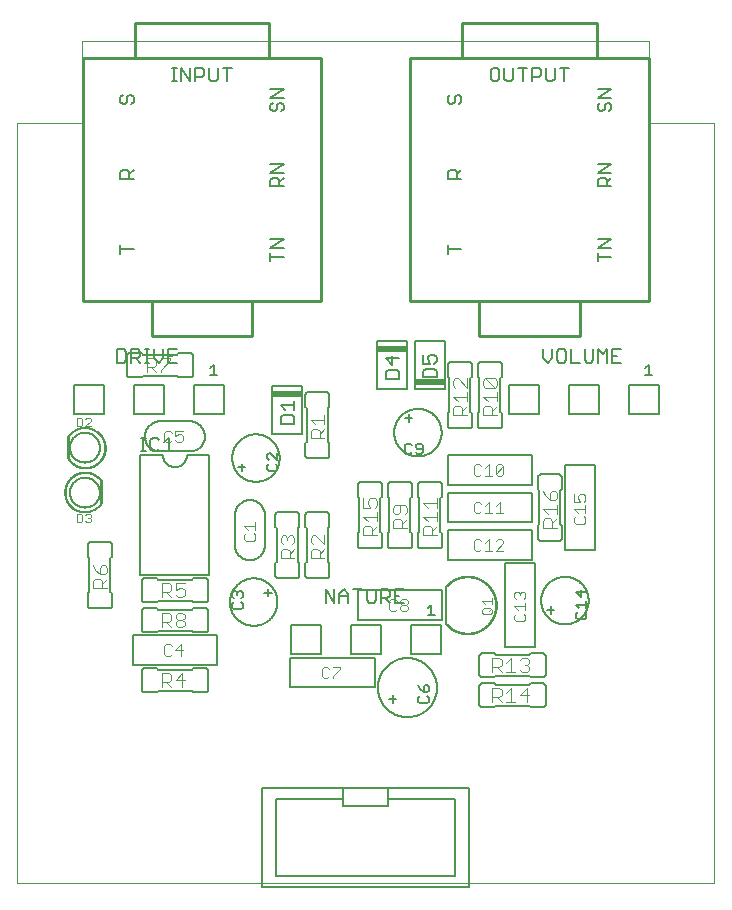
<source format=gto>
G75*
%MOIN*%
%OFA0B0*%
%FSLAX25Y25*%
%IPPOS*%
%LPD*%
%AMOC8*
5,1,8,0,0,1.08239X$1,22.5*
%
%ADD10C,0.00500*%
%ADD11C,0.00600*%
%ADD12C,0.00000*%
%ADD13C,0.01000*%
%ADD14R,0.10000X0.02000*%
%ADD15C,0.00800*%
%ADD16C,0.00400*%
%ADD17C,0.00300*%
%ADD18C,0.00050*%
%ADD19C,0.00060*%
D10*
X0077146Y0095144D02*
X0079481Y0095144D01*
X0080065Y0095728D01*
X0080065Y0096896D01*
X0079481Y0097480D01*
X0079481Y0098827D02*
X0080065Y0099411D01*
X0080065Y0100579D01*
X0079481Y0101163D01*
X0078897Y0101163D01*
X0078314Y0100579D01*
X0078314Y0099995D01*
X0078314Y0100579D02*
X0077730Y0101163D01*
X0077146Y0101163D01*
X0076562Y0100579D01*
X0076562Y0099411D01*
X0077146Y0098827D01*
X0077146Y0097480D02*
X0076562Y0096896D01*
X0076562Y0095728D01*
X0077146Y0095144D01*
X0096250Y0089913D02*
X0096250Y0080413D01*
X0106250Y0080413D01*
X0106250Y0089913D01*
X0096250Y0089913D01*
X0116250Y0089913D02*
X0116250Y0080413D01*
X0126250Y0080413D01*
X0126250Y0089913D01*
X0116250Y0089913D01*
X0136250Y0089913D02*
X0136250Y0080413D01*
X0146250Y0080413D01*
X0146250Y0089913D01*
X0136250Y0089913D01*
X0141744Y0093200D02*
X0144079Y0093200D01*
X0142912Y0093200D02*
X0142912Y0096703D01*
X0141744Y0095536D01*
X0141546Y0069840D02*
X0140962Y0069840D01*
X0140379Y0069256D01*
X0140379Y0067505D01*
X0141546Y0067505D01*
X0142130Y0068089D01*
X0142130Y0069256D01*
X0141546Y0069840D01*
X0139211Y0068673D02*
X0140379Y0067505D01*
X0139211Y0068673D02*
X0138627Y0069840D01*
X0139211Y0066157D02*
X0138627Y0065573D01*
X0138627Y0064406D01*
X0139211Y0063822D01*
X0141546Y0063822D01*
X0142130Y0064406D01*
X0142130Y0065573D01*
X0141546Y0066157D01*
X0191182Y0092432D02*
X0191766Y0091848D01*
X0194101Y0091848D01*
X0194685Y0092432D01*
X0194685Y0093599D01*
X0194101Y0094183D01*
X0194685Y0095531D02*
X0194685Y0097866D01*
X0194685Y0096699D02*
X0191182Y0096699D01*
X0192350Y0095531D01*
X0191766Y0094183D02*
X0191182Y0093599D01*
X0191182Y0092432D01*
X0192934Y0099214D02*
X0192934Y0101549D01*
X0194685Y0100966D02*
X0191182Y0100966D01*
X0192934Y0099214D01*
X0188750Y0160413D02*
X0198750Y0160413D01*
X0198750Y0169913D01*
X0188750Y0169913D01*
X0188750Y0160413D01*
X0178750Y0160413D02*
X0178750Y0169913D01*
X0168750Y0169913D01*
X0168750Y0160413D01*
X0178750Y0160413D01*
X0208750Y0160413D02*
X0218750Y0160413D01*
X0218750Y0169913D01*
X0208750Y0169913D01*
X0208750Y0160413D01*
X0214244Y0173200D02*
X0216579Y0173200D01*
X0215412Y0173200D02*
X0215412Y0176703D01*
X0214244Y0175536D01*
X0140108Y0149834D02*
X0140108Y0147499D01*
X0139524Y0146915D01*
X0138356Y0146915D01*
X0137773Y0147499D01*
X0138356Y0148666D02*
X0140108Y0148666D01*
X0140108Y0149834D02*
X0139524Y0150418D01*
X0138356Y0150418D01*
X0137773Y0149834D01*
X0137773Y0149250D01*
X0138356Y0148666D01*
X0136425Y0147499D02*
X0135841Y0146915D01*
X0134673Y0146915D01*
X0134089Y0147499D01*
X0134089Y0149834D01*
X0134673Y0150418D01*
X0135841Y0150418D01*
X0136425Y0149834D01*
X0091685Y0147208D02*
X0091685Y0144873D01*
X0089350Y0147208D01*
X0088766Y0147208D01*
X0088182Y0146624D01*
X0088182Y0145456D01*
X0088766Y0144873D01*
X0088766Y0143525D02*
X0088182Y0142941D01*
X0088182Y0141773D01*
X0088766Y0141189D01*
X0091101Y0141189D01*
X0091685Y0141773D01*
X0091685Y0142941D01*
X0091101Y0143525D01*
X0073750Y0160413D02*
X0073750Y0169913D01*
X0063750Y0169913D01*
X0063750Y0160413D01*
X0073750Y0160413D01*
X0071579Y0173200D02*
X0069244Y0173200D01*
X0070412Y0173200D02*
X0070412Y0176703D01*
X0069244Y0175536D01*
X0053750Y0169913D02*
X0053750Y0160413D01*
X0043750Y0160413D01*
X0043750Y0169913D01*
X0053750Y0169913D01*
X0055424Y0152354D02*
X0055424Y0147850D01*
X0053923Y0147850D02*
X0056926Y0147850D01*
X0053923Y0150853D02*
X0055424Y0152354D01*
X0052322Y0151603D02*
X0051571Y0152354D01*
X0050070Y0152354D01*
X0049319Y0151603D01*
X0049319Y0148601D01*
X0050070Y0147850D01*
X0051571Y0147850D01*
X0052322Y0148601D01*
X0047751Y0147850D02*
X0046250Y0147850D01*
X0047001Y0147850D02*
X0047001Y0152354D01*
X0047751Y0152354D02*
X0046250Y0152354D01*
X0033750Y0160413D02*
X0033750Y0169913D01*
X0023750Y0169913D01*
X0023750Y0160413D01*
X0033750Y0160413D01*
X0022500Y0149100D02*
X0022502Y0149241D01*
X0022508Y0149382D01*
X0022518Y0149522D01*
X0022532Y0149662D01*
X0022550Y0149802D01*
X0022571Y0149941D01*
X0022597Y0150080D01*
X0022626Y0150218D01*
X0022660Y0150354D01*
X0022697Y0150490D01*
X0022738Y0150625D01*
X0022783Y0150759D01*
X0022832Y0150891D01*
X0022884Y0151022D01*
X0022940Y0151151D01*
X0023000Y0151278D01*
X0023063Y0151404D01*
X0023129Y0151528D01*
X0023200Y0151651D01*
X0023273Y0151771D01*
X0023350Y0151889D01*
X0023430Y0152005D01*
X0023514Y0152118D01*
X0023600Y0152229D01*
X0023690Y0152338D01*
X0023783Y0152444D01*
X0023878Y0152547D01*
X0023977Y0152648D01*
X0024078Y0152746D01*
X0024182Y0152841D01*
X0024289Y0152933D01*
X0024398Y0153022D01*
X0024510Y0153107D01*
X0024624Y0153190D01*
X0024740Y0153270D01*
X0024859Y0153346D01*
X0024980Y0153418D01*
X0025102Y0153488D01*
X0025227Y0153553D01*
X0025353Y0153616D01*
X0025481Y0153674D01*
X0025611Y0153729D01*
X0025742Y0153781D01*
X0025875Y0153828D01*
X0026009Y0153872D01*
X0026144Y0153913D01*
X0026280Y0153949D01*
X0026417Y0153981D01*
X0026555Y0154010D01*
X0026693Y0154035D01*
X0026833Y0154055D01*
X0026973Y0154072D01*
X0027113Y0154085D01*
X0027254Y0154094D01*
X0027394Y0154099D01*
X0027535Y0154100D01*
X0027676Y0154097D01*
X0027817Y0154090D01*
X0027957Y0154079D01*
X0028097Y0154064D01*
X0028237Y0154045D01*
X0028376Y0154023D01*
X0028514Y0153996D01*
X0028652Y0153966D01*
X0028788Y0153931D01*
X0028924Y0153893D01*
X0029058Y0153851D01*
X0029192Y0153805D01*
X0029324Y0153756D01*
X0029454Y0153702D01*
X0029583Y0153645D01*
X0029710Y0153585D01*
X0029836Y0153521D01*
X0029959Y0153453D01*
X0030081Y0153382D01*
X0030201Y0153308D01*
X0030318Y0153230D01*
X0030433Y0153149D01*
X0030546Y0153065D01*
X0030657Y0152978D01*
X0030765Y0152887D01*
X0030870Y0152794D01*
X0030973Y0152697D01*
X0031073Y0152598D01*
X0031170Y0152496D01*
X0031264Y0152391D01*
X0031355Y0152284D01*
X0031443Y0152174D01*
X0031528Y0152062D01*
X0031610Y0151947D01*
X0031689Y0151830D01*
X0031764Y0151711D01*
X0031836Y0151590D01*
X0031904Y0151467D01*
X0031969Y0151342D01*
X0032031Y0151215D01*
X0032088Y0151086D01*
X0032143Y0150956D01*
X0032193Y0150825D01*
X0032240Y0150692D01*
X0032283Y0150558D01*
X0032322Y0150422D01*
X0032357Y0150286D01*
X0032389Y0150149D01*
X0032416Y0150011D01*
X0032440Y0149872D01*
X0032460Y0149732D01*
X0032476Y0149592D01*
X0032488Y0149452D01*
X0032496Y0149311D01*
X0032500Y0149170D01*
X0032500Y0149030D01*
X0032496Y0148889D01*
X0032488Y0148748D01*
X0032476Y0148608D01*
X0032460Y0148468D01*
X0032440Y0148328D01*
X0032416Y0148189D01*
X0032389Y0148051D01*
X0032357Y0147914D01*
X0032322Y0147778D01*
X0032283Y0147642D01*
X0032240Y0147508D01*
X0032193Y0147375D01*
X0032143Y0147244D01*
X0032088Y0147114D01*
X0032031Y0146985D01*
X0031969Y0146858D01*
X0031904Y0146733D01*
X0031836Y0146610D01*
X0031764Y0146489D01*
X0031689Y0146370D01*
X0031610Y0146253D01*
X0031528Y0146138D01*
X0031443Y0146026D01*
X0031355Y0145916D01*
X0031264Y0145809D01*
X0031170Y0145704D01*
X0031073Y0145602D01*
X0030973Y0145503D01*
X0030870Y0145406D01*
X0030765Y0145313D01*
X0030657Y0145222D01*
X0030546Y0145135D01*
X0030433Y0145051D01*
X0030318Y0144970D01*
X0030201Y0144892D01*
X0030081Y0144818D01*
X0029959Y0144747D01*
X0029836Y0144679D01*
X0029710Y0144615D01*
X0029583Y0144555D01*
X0029454Y0144498D01*
X0029324Y0144444D01*
X0029192Y0144395D01*
X0029058Y0144349D01*
X0028924Y0144307D01*
X0028788Y0144269D01*
X0028652Y0144234D01*
X0028514Y0144204D01*
X0028376Y0144177D01*
X0028237Y0144155D01*
X0028097Y0144136D01*
X0027957Y0144121D01*
X0027817Y0144110D01*
X0027676Y0144103D01*
X0027535Y0144100D01*
X0027394Y0144101D01*
X0027254Y0144106D01*
X0027113Y0144115D01*
X0026973Y0144128D01*
X0026833Y0144145D01*
X0026693Y0144165D01*
X0026555Y0144190D01*
X0026417Y0144219D01*
X0026280Y0144251D01*
X0026144Y0144287D01*
X0026009Y0144328D01*
X0025875Y0144372D01*
X0025742Y0144419D01*
X0025611Y0144471D01*
X0025481Y0144526D01*
X0025353Y0144584D01*
X0025227Y0144647D01*
X0025102Y0144712D01*
X0024980Y0144782D01*
X0024859Y0144854D01*
X0024740Y0144930D01*
X0024624Y0145010D01*
X0024510Y0145093D01*
X0024398Y0145178D01*
X0024289Y0145267D01*
X0024182Y0145359D01*
X0024078Y0145454D01*
X0023977Y0145552D01*
X0023878Y0145653D01*
X0023783Y0145756D01*
X0023690Y0145862D01*
X0023600Y0145971D01*
X0023514Y0146082D01*
X0023430Y0146195D01*
X0023350Y0146311D01*
X0023273Y0146429D01*
X0023200Y0146549D01*
X0023129Y0146672D01*
X0023063Y0146796D01*
X0023000Y0146922D01*
X0022940Y0147049D01*
X0022884Y0147178D01*
X0022832Y0147309D01*
X0022783Y0147441D01*
X0022738Y0147575D01*
X0022697Y0147710D01*
X0022660Y0147846D01*
X0022626Y0147982D01*
X0022597Y0148120D01*
X0022571Y0148259D01*
X0022550Y0148398D01*
X0022532Y0148538D01*
X0022518Y0148678D01*
X0022508Y0148818D01*
X0022502Y0148959D01*
X0022500Y0149100D01*
X0021871Y0152608D02*
X0021871Y0145537D01*
X0022200Y0145100D02*
X0022200Y0153000D01*
X0022500Y0149100D02*
X0022502Y0149241D01*
X0022508Y0149382D01*
X0022518Y0149522D01*
X0022532Y0149662D01*
X0022550Y0149802D01*
X0022571Y0149941D01*
X0022597Y0150080D01*
X0022626Y0150218D01*
X0022660Y0150354D01*
X0022697Y0150490D01*
X0022738Y0150625D01*
X0022783Y0150759D01*
X0022832Y0150891D01*
X0022884Y0151022D01*
X0022940Y0151151D01*
X0023000Y0151278D01*
X0023063Y0151404D01*
X0023129Y0151528D01*
X0023200Y0151651D01*
X0023273Y0151771D01*
X0023350Y0151889D01*
X0023430Y0152005D01*
X0023514Y0152118D01*
X0023600Y0152229D01*
X0023690Y0152338D01*
X0023783Y0152444D01*
X0023878Y0152547D01*
X0023977Y0152648D01*
X0024078Y0152746D01*
X0024182Y0152841D01*
X0024289Y0152933D01*
X0024398Y0153022D01*
X0024510Y0153107D01*
X0024624Y0153190D01*
X0024740Y0153270D01*
X0024859Y0153346D01*
X0024980Y0153418D01*
X0025102Y0153488D01*
X0025227Y0153553D01*
X0025353Y0153616D01*
X0025481Y0153674D01*
X0025611Y0153729D01*
X0025742Y0153781D01*
X0025875Y0153828D01*
X0026009Y0153872D01*
X0026144Y0153913D01*
X0026280Y0153949D01*
X0026417Y0153981D01*
X0026555Y0154010D01*
X0026693Y0154035D01*
X0026833Y0154055D01*
X0026973Y0154072D01*
X0027113Y0154085D01*
X0027254Y0154094D01*
X0027394Y0154099D01*
X0027535Y0154100D01*
X0027676Y0154097D01*
X0027817Y0154090D01*
X0027957Y0154079D01*
X0028097Y0154064D01*
X0028237Y0154045D01*
X0028376Y0154023D01*
X0028514Y0153996D01*
X0028652Y0153966D01*
X0028788Y0153931D01*
X0028924Y0153893D01*
X0029058Y0153851D01*
X0029192Y0153805D01*
X0029324Y0153756D01*
X0029454Y0153702D01*
X0029583Y0153645D01*
X0029710Y0153585D01*
X0029836Y0153521D01*
X0029959Y0153453D01*
X0030081Y0153382D01*
X0030201Y0153308D01*
X0030318Y0153230D01*
X0030433Y0153149D01*
X0030546Y0153065D01*
X0030657Y0152978D01*
X0030765Y0152887D01*
X0030870Y0152794D01*
X0030973Y0152697D01*
X0031073Y0152598D01*
X0031170Y0152496D01*
X0031264Y0152391D01*
X0031355Y0152284D01*
X0031443Y0152174D01*
X0031528Y0152062D01*
X0031610Y0151947D01*
X0031689Y0151830D01*
X0031764Y0151711D01*
X0031836Y0151590D01*
X0031904Y0151467D01*
X0031969Y0151342D01*
X0032031Y0151215D01*
X0032088Y0151086D01*
X0032143Y0150956D01*
X0032193Y0150825D01*
X0032240Y0150692D01*
X0032283Y0150558D01*
X0032322Y0150422D01*
X0032357Y0150286D01*
X0032389Y0150149D01*
X0032416Y0150011D01*
X0032440Y0149872D01*
X0032460Y0149732D01*
X0032476Y0149592D01*
X0032488Y0149452D01*
X0032496Y0149311D01*
X0032500Y0149170D01*
X0032500Y0149030D01*
X0032496Y0148889D01*
X0032488Y0148748D01*
X0032476Y0148608D01*
X0032460Y0148468D01*
X0032440Y0148328D01*
X0032416Y0148189D01*
X0032389Y0148051D01*
X0032357Y0147914D01*
X0032322Y0147778D01*
X0032283Y0147642D01*
X0032240Y0147508D01*
X0032193Y0147375D01*
X0032143Y0147244D01*
X0032088Y0147114D01*
X0032031Y0146985D01*
X0031969Y0146858D01*
X0031904Y0146733D01*
X0031836Y0146610D01*
X0031764Y0146489D01*
X0031689Y0146370D01*
X0031610Y0146253D01*
X0031528Y0146138D01*
X0031443Y0146026D01*
X0031355Y0145916D01*
X0031264Y0145809D01*
X0031170Y0145704D01*
X0031073Y0145602D01*
X0030973Y0145503D01*
X0030870Y0145406D01*
X0030765Y0145313D01*
X0030657Y0145222D01*
X0030546Y0145135D01*
X0030433Y0145051D01*
X0030318Y0144970D01*
X0030201Y0144892D01*
X0030081Y0144818D01*
X0029959Y0144747D01*
X0029836Y0144679D01*
X0029710Y0144615D01*
X0029583Y0144555D01*
X0029454Y0144498D01*
X0029324Y0144444D01*
X0029192Y0144395D01*
X0029058Y0144349D01*
X0028924Y0144307D01*
X0028788Y0144269D01*
X0028652Y0144234D01*
X0028514Y0144204D01*
X0028376Y0144177D01*
X0028237Y0144155D01*
X0028097Y0144136D01*
X0027957Y0144121D01*
X0027817Y0144110D01*
X0027676Y0144103D01*
X0027535Y0144100D01*
X0027394Y0144101D01*
X0027254Y0144106D01*
X0027113Y0144115D01*
X0026973Y0144128D01*
X0026833Y0144145D01*
X0026693Y0144165D01*
X0026555Y0144190D01*
X0026417Y0144219D01*
X0026280Y0144251D01*
X0026144Y0144287D01*
X0026009Y0144328D01*
X0025875Y0144372D01*
X0025742Y0144419D01*
X0025611Y0144471D01*
X0025481Y0144526D01*
X0025353Y0144584D01*
X0025227Y0144647D01*
X0025102Y0144712D01*
X0024980Y0144782D01*
X0024859Y0144854D01*
X0024740Y0144930D01*
X0024624Y0145010D01*
X0024510Y0145093D01*
X0024398Y0145178D01*
X0024289Y0145267D01*
X0024182Y0145359D01*
X0024078Y0145454D01*
X0023977Y0145552D01*
X0023878Y0145653D01*
X0023783Y0145756D01*
X0023690Y0145862D01*
X0023600Y0145971D01*
X0023514Y0146082D01*
X0023430Y0146195D01*
X0023350Y0146311D01*
X0023273Y0146429D01*
X0023200Y0146549D01*
X0023129Y0146672D01*
X0023063Y0146796D01*
X0023000Y0146922D01*
X0022940Y0147049D01*
X0022884Y0147178D01*
X0022832Y0147309D01*
X0022783Y0147441D01*
X0022738Y0147575D01*
X0022697Y0147710D01*
X0022660Y0147846D01*
X0022626Y0147982D01*
X0022597Y0148120D01*
X0022571Y0148259D01*
X0022550Y0148398D01*
X0022532Y0148538D01*
X0022518Y0148678D01*
X0022508Y0148818D01*
X0022502Y0148959D01*
X0022500Y0149100D01*
X0021871Y0152609D02*
X0021964Y0152744D01*
X0022059Y0152878D01*
X0022159Y0153009D01*
X0022261Y0153137D01*
X0022366Y0153263D01*
X0022475Y0153387D01*
X0022586Y0153508D01*
X0022700Y0153626D01*
X0022817Y0153741D01*
X0022937Y0153854D01*
X0023060Y0153963D01*
X0023185Y0154070D01*
X0023312Y0154173D01*
X0023442Y0154274D01*
X0023575Y0154371D01*
X0023710Y0154465D01*
X0023847Y0154555D01*
X0023986Y0154643D01*
X0024127Y0154727D01*
X0024270Y0154807D01*
X0024416Y0154884D01*
X0024563Y0154958D01*
X0024711Y0155028D01*
X0024862Y0155094D01*
X0025014Y0155157D01*
X0025167Y0155216D01*
X0025322Y0155271D01*
X0025478Y0155323D01*
X0025635Y0155370D01*
X0025793Y0155414D01*
X0025953Y0155454D01*
X0026113Y0155490D01*
X0026274Y0155523D01*
X0026436Y0155551D01*
X0026598Y0155576D01*
X0026761Y0155596D01*
X0026925Y0155613D01*
X0027089Y0155626D01*
X0027253Y0155634D01*
X0027417Y0155639D01*
X0027581Y0155640D01*
X0027746Y0155637D01*
X0027910Y0155629D01*
X0028074Y0155618D01*
X0028237Y0155603D01*
X0028401Y0155584D01*
X0028563Y0155561D01*
X0028725Y0155534D01*
X0028887Y0155503D01*
X0029048Y0155469D01*
X0029207Y0155430D01*
X0029366Y0155388D01*
X0029524Y0155341D01*
X0029680Y0155291D01*
X0029835Y0155238D01*
X0029989Y0155180D01*
X0030142Y0155119D01*
X0030293Y0155054D01*
X0030442Y0154985D01*
X0030590Y0154913D01*
X0030736Y0154838D01*
X0030880Y0154758D01*
X0031022Y0154676D01*
X0031162Y0154590D01*
X0031300Y0154500D01*
X0031162Y0154590D01*
X0031022Y0154676D01*
X0030880Y0154758D01*
X0030736Y0154838D01*
X0030590Y0154913D01*
X0030442Y0154985D01*
X0030293Y0155054D01*
X0030142Y0155119D01*
X0029989Y0155180D01*
X0029835Y0155238D01*
X0029680Y0155291D01*
X0029524Y0155341D01*
X0029366Y0155388D01*
X0029207Y0155430D01*
X0029048Y0155469D01*
X0028887Y0155503D01*
X0028725Y0155534D01*
X0028563Y0155561D01*
X0028401Y0155584D01*
X0028237Y0155603D01*
X0028074Y0155618D01*
X0027910Y0155629D01*
X0027746Y0155637D01*
X0027581Y0155640D01*
X0027417Y0155639D01*
X0027253Y0155634D01*
X0027089Y0155626D01*
X0026925Y0155613D01*
X0026761Y0155596D01*
X0026598Y0155576D01*
X0026436Y0155551D01*
X0026274Y0155523D01*
X0026113Y0155490D01*
X0025953Y0155454D01*
X0025793Y0155414D01*
X0025635Y0155370D01*
X0025478Y0155323D01*
X0025322Y0155271D01*
X0025167Y0155216D01*
X0025014Y0155157D01*
X0024862Y0155094D01*
X0024711Y0155028D01*
X0024563Y0154958D01*
X0024416Y0154884D01*
X0024270Y0154807D01*
X0024127Y0154727D01*
X0023986Y0154643D01*
X0023847Y0154555D01*
X0023710Y0154465D01*
X0023575Y0154371D01*
X0023442Y0154274D01*
X0023312Y0154173D01*
X0023185Y0154070D01*
X0023060Y0153963D01*
X0022937Y0153854D01*
X0022817Y0153741D01*
X0022700Y0153626D01*
X0022586Y0153508D01*
X0022475Y0153387D01*
X0022366Y0153263D01*
X0022261Y0153137D01*
X0022159Y0153009D01*
X0022059Y0152878D01*
X0021964Y0152744D01*
X0021871Y0152609D01*
X0032800Y0138100D02*
X0032800Y0130200D01*
X0033129Y0130592D02*
X0033129Y0137663D01*
X0033129Y0130591D02*
X0033036Y0130456D01*
X0032941Y0130322D01*
X0032841Y0130191D01*
X0032739Y0130063D01*
X0032634Y0129937D01*
X0032525Y0129813D01*
X0032414Y0129692D01*
X0032300Y0129574D01*
X0032183Y0129459D01*
X0032063Y0129346D01*
X0031940Y0129237D01*
X0031815Y0129130D01*
X0031688Y0129027D01*
X0031558Y0128926D01*
X0031425Y0128829D01*
X0031290Y0128735D01*
X0031153Y0128645D01*
X0031014Y0128557D01*
X0030873Y0128473D01*
X0030730Y0128393D01*
X0030584Y0128316D01*
X0030437Y0128242D01*
X0030289Y0128172D01*
X0030138Y0128106D01*
X0029986Y0128043D01*
X0029833Y0127984D01*
X0029678Y0127929D01*
X0029522Y0127877D01*
X0029365Y0127830D01*
X0029207Y0127786D01*
X0029047Y0127746D01*
X0028887Y0127710D01*
X0028726Y0127677D01*
X0028564Y0127649D01*
X0028402Y0127624D01*
X0028239Y0127604D01*
X0028075Y0127587D01*
X0027911Y0127574D01*
X0027747Y0127566D01*
X0027583Y0127561D01*
X0027419Y0127560D01*
X0027254Y0127563D01*
X0027090Y0127571D01*
X0026926Y0127582D01*
X0026763Y0127597D01*
X0026599Y0127616D01*
X0026437Y0127639D01*
X0026275Y0127666D01*
X0026113Y0127697D01*
X0025952Y0127731D01*
X0025793Y0127770D01*
X0025634Y0127812D01*
X0025476Y0127859D01*
X0025320Y0127909D01*
X0025165Y0127962D01*
X0025011Y0128020D01*
X0024858Y0128081D01*
X0024707Y0128146D01*
X0024558Y0128215D01*
X0024410Y0128287D01*
X0024264Y0128362D01*
X0024120Y0128442D01*
X0023978Y0128524D01*
X0023838Y0128610D01*
X0023700Y0128700D01*
X0022500Y0134100D02*
X0022502Y0134241D01*
X0022508Y0134382D01*
X0022518Y0134522D01*
X0022532Y0134662D01*
X0022550Y0134802D01*
X0022571Y0134941D01*
X0022597Y0135080D01*
X0022626Y0135218D01*
X0022660Y0135354D01*
X0022697Y0135490D01*
X0022738Y0135625D01*
X0022783Y0135759D01*
X0022832Y0135891D01*
X0022884Y0136022D01*
X0022940Y0136151D01*
X0023000Y0136278D01*
X0023063Y0136404D01*
X0023129Y0136528D01*
X0023200Y0136651D01*
X0023273Y0136771D01*
X0023350Y0136889D01*
X0023430Y0137005D01*
X0023514Y0137118D01*
X0023600Y0137229D01*
X0023690Y0137338D01*
X0023783Y0137444D01*
X0023878Y0137547D01*
X0023977Y0137648D01*
X0024078Y0137746D01*
X0024182Y0137841D01*
X0024289Y0137933D01*
X0024398Y0138022D01*
X0024510Y0138107D01*
X0024624Y0138190D01*
X0024740Y0138270D01*
X0024859Y0138346D01*
X0024980Y0138418D01*
X0025102Y0138488D01*
X0025227Y0138553D01*
X0025353Y0138616D01*
X0025481Y0138674D01*
X0025611Y0138729D01*
X0025742Y0138781D01*
X0025875Y0138828D01*
X0026009Y0138872D01*
X0026144Y0138913D01*
X0026280Y0138949D01*
X0026417Y0138981D01*
X0026555Y0139010D01*
X0026693Y0139035D01*
X0026833Y0139055D01*
X0026973Y0139072D01*
X0027113Y0139085D01*
X0027254Y0139094D01*
X0027394Y0139099D01*
X0027535Y0139100D01*
X0027676Y0139097D01*
X0027817Y0139090D01*
X0027957Y0139079D01*
X0028097Y0139064D01*
X0028237Y0139045D01*
X0028376Y0139023D01*
X0028514Y0138996D01*
X0028652Y0138966D01*
X0028788Y0138931D01*
X0028924Y0138893D01*
X0029058Y0138851D01*
X0029192Y0138805D01*
X0029324Y0138756D01*
X0029454Y0138702D01*
X0029583Y0138645D01*
X0029710Y0138585D01*
X0029836Y0138521D01*
X0029959Y0138453D01*
X0030081Y0138382D01*
X0030201Y0138308D01*
X0030318Y0138230D01*
X0030433Y0138149D01*
X0030546Y0138065D01*
X0030657Y0137978D01*
X0030765Y0137887D01*
X0030870Y0137794D01*
X0030973Y0137697D01*
X0031073Y0137598D01*
X0031170Y0137496D01*
X0031264Y0137391D01*
X0031355Y0137284D01*
X0031443Y0137174D01*
X0031528Y0137062D01*
X0031610Y0136947D01*
X0031689Y0136830D01*
X0031764Y0136711D01*
X0031836Y0136590D01*
X0031904Y0136467D01*
X0031969Y0136342D01*
X0032031Y0136215D01*
X0032088Y0136086D01*
X0032143Y0135956D01*
X0032193Y0135825D01*
X0032240Y0135692D01*
X0032283Y0135558D01*
X0032322Y0135422D01*
X0032357Y0135286D01*
X0032389Y0135149D01*
X0032416Y0135011D01*
X0032440Y0134872D01*
X0032460Y0134732D01*
X0032476Y0134592D01*
X0032488Y0134452D01*
X0032496Y0134311D01*
X0032500Y0134170D01*
X0032500Y0134030D01*
X0032496Y0133889D01*
X0032488Y0133748D01*
X0032476Y0133608D01*
X0032460Y0133468D01*
X0032440Y0133328D01*
X0032416Y0133189D01*
X0032389Y0133051D01*
X0032357Y0132914D01*
X0032322Y0132778D01*
X0032283Y0132642D01*
X0032240Y0132508D01*
X0032193Y0132375D01*
X0032143Y0132244D01*
X0032088Y0132114D01*
X0032031Y0131985D01*
X0031969Y0131858D01*
X0031904Y0131733D01*
X0031836Y0131610D01*
X0031764Y0131489D01*
X0031689Y0131370D01*
X0031610Y0131253D01*
X0031528Y0131138D01*
X0031443Y0131026D01*
X0031355Y0130916D01*
X0031264Y0130809D01*
X0031170Y0130704D01*
X0031073Y0130602D01*
X0030973Y0130503D01*
X0030870Y0130406D01*
X0030765Y0130313D01*
X0030657Y0130222D01*
X0030546Y0130135D01*
X0030433Y0130051D01*
X0030318Y0129970D01*
X0030201Y0129892D01*
X0030081Y0129818D01*
X0029959Y0129747D01*
X0029836Y0129679D01*
X0029710Y0129615D01*
X0029583Y0129555D01*
X0029454Y0129498D01*
X0029324Y0129444D01*
X0029192Y0129395D01*
X0029058Y0129349D01*
X0028924Y0129307D01*
X0028788Y0129269D01*
X0028652Y0129234D01*
X0028514Y0129204D01*
X0028376Y0129177D01*
X0028237Y0129155D01*
X0028097Y0129136D01*
X0027957Y0129121D01*
X0027817Y0129110D01*
X0027676Y0129103D01*
X0027535Y0129100D01*
X0027394Y0129101D01*
X0027254Y0129106D01*
X0027113Y0129115D01*
X0026973Y0129128D01*
X0026833Y0129145D01*
X0026693Y0129165D01*
X0026555Y0129190D01*
X0026417Y0129219D01*
X0026280Y0129251D01*
X0026144Y0129287D01*
X0026009Y0129328D01*
X0025875Y0129372D01*
X0025742Y0129419D01*
X0025611Y0129471D01*
X0025481Y0129526D01*
X0025353Y0129584D01*
X0025227Y0129647D01*
X0025102Y0129712D01*
X0024980Y0129782D01*
X0024859Y0129854D01*
X0024740Y0129930D01*
X0024624Y0130010D01*
X0024510Y0130093D01*
X0024398Y0130178D01*
X0024289Y0130267D01*
X0024182Y0130359D01*
X0024078Y0130454D01*
X0023977Y0130552D01*
X0023878Y0130653D01*
X0023783Y0130756D01*
X0023690Y0130862D01*
X0023600Y0130971D01*
X0023514Y0131082D01*
X0023430Y0131195D01*
X0023350Y0131311D01*
X0023273Y0131429D01*
X0023200Y0131549D01*
X0023129Y0131672D01*
X0023063Y0131796D01*
X0023000Y0131922D01*
X0022940Y0132049D01*
X0022884Y0132178D01*
X0022832Y0132309D01*
X0022783Y0132441D01*
X0022738Y0132575D01*
X0022697Y0132710D01*
X0022660Y0132846D01*
X0022626Y0132982D01*
X0022597Y0133120D01*
X0022571Y0133259D01*
X0022550Y0133398D01*
X0022532Y0133538D01*
X0022518Y0133678D01*
X0022508Y0133818D01*
X0022502Y0133959D01*
X0022500Y0134100D01*
X0023700Y0128700D02*
X0023838Y0128610D01*
X0023978Y0128524D01*
X0024120Y0128442D01*
X0024264Y0128362D01*
X0024410Y0128287D01*
X0024558Y0128215D01*
X0024707Y0128146D01*
X0024858Y0128081D01*
X0025011Y0128020D01*
X0025165Y0127962D01*
X0025320Y0127909D01*
X0025476Y0127859D01*
X0025634Y0127812D01*
X0025793Y0127770D01*
X0025952Y0127731D01*
X0026113Y0127697D01*
X0026275Y0127666D01*
X0026437Y0127639D01*
X0026599Y0127616D01*
X0026763Y0127597D01*
X0026926Y0127582D01*
X0027090Y0127571D01*
X0027254Y0127563D01*
X0027419Y0127560D01*
X0027583Y0127561D01*
X0027747Y0127566D01*
X0027911Y0127574D01*
X0028075Y0127587D01*
X0028239Y0127604D01*
X0028402Y0127624D01*
X0028564Y0127649D01*
X0028726Y0127677D01*
X0028887Y0127710D01*
X0029047Y0127746D01*
X0029207Y0127786D01*
X0029365Y0127830D01*
X0029522Y0127877D01*
X0029678Y0127929D01*
X0029833Y0127984D01*
X0029986Y0128043D01*
X0030138Y0128106D01*
X0030289Y0128172D01*
X0030437Y0128242D01*
X0030584Y0128316D01*
X0030730Y0128393D01*
X0030873Y0128473D01*
X0031014Y0128557D01*
X0031153Y0128645D01*
X0031290Y0128735D01*
X0031425Y0128829D01*
X0031558Y0128926D01*
X0031688Y0129027D01*
X0031815Y0129130D01*
X0031940Y0129237D01*
X0032063Y0129346D01*
X0032183Y0129459D01*
X0032300Y0129574D01*
X0032414Y0129692D01*
X0032525Y0129813D01*
X0032634Y0129937D01*
X0032739Y0130063D01*
X0032841Y0130191D01*
X0032941Y0130322D01*
X0033036Y0130456D01*
X0033129Y0130591D01*
X0022500Y0134100D02*
X0022502Y0134241D01*
X0022508Y0134382D01*
X0022518Y0134522D01*
X0022532Y0134662D01*
X0022550Y0134802D01*
X0022571Y0134941D01*
X0022597Y0135080D01*
X0022626Y0135218D01*
X0022660Y0135354D01*
X0022697Y0135490D01*
X0022738Y0135625D01*
X0022783Y0135759D01*
X0022832Y0135891D01*
X0022884Y0136022D01*
X0022940Y0136151D01*
X0023000Y0136278D01*
X0023063Y0136404D01*
X0023129Y0136528D01*
X0023200Y0136651D01*
X0023273Y0136771D01*
X0023350Y0136889D01*
X0023430Y0137005D01*
X0023514Y0137118D01*
X0023600Y0137229D01*
X0023690Y0137338D01*
X0023783Y0137444D01*
X0023878Y0137547D01*
X0023977Y0137648D01*
X0024078Y0137746D01*
X0024182Y0137841D01*
X0024289Y0137933D01*
X0024398Y0138022D01*
X0024510Y0138107D01*
X0024624Y0138190D01*
X0024740Y0138270D01*
X0024859Y0138346D01*
X0024980Y0138418D01*
X0025102Y0138488D01*
X0025227Y0138553D01*
X0025353Y0138616D01*
X0025481Y0138674D01*
X0025611Y0138729D01*
X0025742Y0138781D01*
X0025875Y0138828D01*
X0026009Y0138872D01*
X0026144Y0138913D01*
X0026280Y0138949D01*
X0026417Y0138981D01*
X0026555Y0139010D01*
X0026693Y0139035D01*
X0026833Y0139055D01*
X0026973Y0139072D01*
X0027113Y0139085D01*
X0027254Y0139094D01*
X0027394Y0139099D01*
X0027535Y0139100D01*
X0027676Y0139097D01*
X0027817Y0139090D01*
X0027957Y0139079D01*
X0028097Y0139064D01*
X0028237Y0139045D01*
X0028376Y0139023D01*
X0028514Y0138996D01*
X0028652Y0138966D01*
X0028788Y0138931D01*
X0028924Y0138893D01*
X0029058Y0138851D01*
X0029192Y0138805D01*
X0029324Y0138756D01*
X0029454Y0138702D01*
X0029583Y0138645D01*
X0029710Y0138585D01*
X0029836Y0138521D01*
X0029959Y0138453D01*
X0030081Y0138382D01*
X0030201Y0138308D01*
X0030318Y0138230D01*
X0030433Y0138149D01*
X0030546Y0138065D01*
X0030657Y0137978D01*
X0030765Y0137887D01*
X0030870Y0137794D01*
X0030973Y0137697D01*
X0031073Y0137598D01*
X0031170Y0137496D01*
X0031264Y0137391D01*
X0031355Y0137284D01*
X0031443Y0137174D01*
X0031528Y0137062D01*
X0031610Y0136947D01*
X0031689Y0136830D01*
X0031764Y0136711D01*
X0031836Y0136590D01*
X0031904Y0136467D01*
X0031969Y0136342D01*
X0032031Y0136215D01*
X0032088Y0136086D01*
X0032143Y0135956D01*
X0032193Y0135825D01*
X0032240Y0135692D01*
X0032283Y0135558D01*
X0032322Y0135422D01*
X0032357Y0135286D01*
X0032389Y0135149D01*
X0032416Y0135011D01*
X0032440Y0134872D01*
X0032460Y0134732D01*
X0032476Y0134592D01*
X0032488Y0134452D01*
X0032496Y0134311D01*
X0032500Y0134170D01*
X0032500Y0134030D01*
X0032496Y0133889D01*
X0032488Y0133748D01*
X0032476Y0133608D01*
X0032460Y0133468D01*
X0032440Y0133328D01*
X0032416Y0133189D01*
X0032389Y0133051D01*
X0032357Y0132914D01*
X0032322Y0132778D01*
X0032283Y0132642D01*
X0032240Y0132508D01*
X0032193Y0132375D01*
X0032143Y0132244D01*
X0032088Y0132114D01*
X0032031Y0131985D01*
X0031969Y0131858D01*
X0031904Y0131733D01*
X0031836Y0131610D01*
X0031764Y0131489D01*
X0031689Y0131370D01*
X0031610Y0131253D01*
X0031528Y0131138D01*
X0031443Y0131026D01*
X0031355Y0130916D01*
X0031264Y0130809D01*
X0031170Y0130704D01*
X0031073Y0130602D01*
X0030973Y0130503D01*
X0030870Y0130406D01*
X0030765Y0130313D01*
X0030657Y0130222D01*
X0030546Y0130135D01*
X0030433Y0130051D01*
X0030318Y0129970D01*
X0030201Y0129892D01*
X0030081Y0129818D01*
X0029959Y0129747D01*
X0029836Y0129679D01*
X0029710Y0129615D01*
X0029583Y0129555D01*
X0029454Y0129498D01*
X0029324Y0129444D01*
X0029192Y0129395D01*
X0029058Y0129349D01*
X0028924Y0129307D01*
X0028788Y0129269D01*
X0028652Y0129234D01*
X0028514Y0129204D01*
X0028376Y0129177D01*
X0028237Y0129155D01*
X0028097Y0129136D01*
X0027957Y0129121D01*
X0027817Y0129110D01*
X0027676Y0129103D01*
X0027535Y0129100D01*
X0027394Y0129101D01*
X0027254Y0129106D01*
X0027113Y0129115D01*
X0026973Y0129128D01*
X0026833Y0129145D01*
X0026693Y0129165D01*
X0026555Y0129190D01*
X0026417Y0129219D01*
X0026280Y0129251D01*
X0026144Y0129287D01*
X0026009Y0129328D01*
X0025875Y0129372D01*
X0025742Y0129419D01*
X0025611Y0129471D01*
X0025481Y0129526D01*
X0025353Y0129584D01*
X0025227Y0129647D01*
X0025102Y0129712D01*
X0024980Y0129782D01*
X0024859Y0129854D01*
X0024740Y0129930D01*
X0024624Y0130010D01*
X0024510Y0130093D01*
X0024398Y0130178D01*
X0024289Y0130267D01*
X0024182Y0130359D01*
X0024078Y0130454D01*
X0023977Y0130552D01*
X0023878Y0130653D01*
X0023783Y0130756D01*
X0023690Y0130862D01*
X0023600Y0130971D01*
X0023514Y0131082D01*
X0023430Y0131195D01*
X0023350Y0131311D01*
X0023273Y0131429D01*
X0023200Y0131549D01*
X0023129Y0131672D01*
X0023063Y0131796D01*
X0023000Y0131922D01*
X0022940Y0132049D01*
X0022884Y0132178D01*
X0022832Y0132309D01*
X0022783Y0132441D01*
X0022738Y0132575D01*
X0022697Y0132710D01*
X0022660Y0132846D01*
X0022626Y0132982D01*
X0022597Y0133120D01*
X0022571Y0133259D01*
X0022550Y0133398D01*
X0022532Y0133538D01*
X0022518Y0133678D01*
X0022508Y0133818D01*
X0022502Y0133959D01*
X0022500Y0134100D01*
D11*
X0029500Y0117663D02*
X0035500Y0117663D01*
X0035560Y0117661D01*
X0035621Y0117656D01*
X0035680Y0117647D01*
X0035739Y0117634D01*
X0035798Y0117618D01*
X0035855Y0117598D01*
X0035910Y0117575D01*
X0035965Y0117548D01*
X0036017Y0117519D01*
X0036068Y0117486D01*
X0036117Y0117450D01*
X0036163Y0117412D01*
X0036207Y0117370D01*
X0036249Y0117326D01*
X0036287Y0117280D01*
X0036323Y0117231D01*
X0036356Y0117180D01*
X0036385Y0117128D01*
X0036412Y0117073D01*
X0036435Y0117018D01*
X0036455Y0116961D01*
X0036471Y0116902D01*
X0036484Y0116843D01*
X0036493Y0116784D01*
X0036498Y0116723D01*
X0036500Y0116663D01*
X0036500Y0112663D01*
X0036000Y0112163D01*
X0036000Y0101037D01*
X0036500Y0100537D01*
X0036500Y0096537D01*
X0036498Y0096477D01*
X0036493Y0096416D01*
X0036484Y0096357D01*
X0036471Y0096298D01*
X0036455Y0096239D01*
X0036435Y0096182D01*
X0036412Y0096127D01*
X0036385Y0096072D01*
X0036356Y0096020D01*
X0036323Y0095969D01*
X0036287Y0095920D01*
X0036249Y0095874D01*
X0036207Y0095830D01*
X0036163Y0095788D01*
X0036117Y0095750D01*
X0036068Y0095714D01*
X0036017Y0095681D01*
X0035965Y0095652D01*
X0035910Y0095625D01*
X0035855Y0095602D01*
X0035798Y0095582D01*
X0035739Y0095566D01*
X0035680Y0095553D01*
X0035621Y0095544D01*
X0035560Y0095539D01*
X0035500Y0095537D01*
X0029500Y0095537D01*
X0029440Y0095539D01*
X0029379Y0095544D01*
X0029320Y0095553D01*
X0029261Y0095566D01*
X0029202Y0095582D01*
X0029145Y0095602D01*
X0029090Y0095625D01*
X0029035Y0095652D01*
X0028983Y0095681D01*
X0028932Y0095714D01*
X0028883Y0095750D01*
X0028837Y0095788D01*
X0028793Y0095830D01*
X0028751Y0095874D01*
X0028713Y0095920D01*
X0028677Y0095969D01*
X0028644Y0096020D01*
X0028615Y0096072D01*
X0028588Y0096127D01*
X0028565Y0096182D01*
X0028545Y0096239D01*
X0028529Y0096298D01*
X0028516Y0096357D01*
X0028507Y0096416D01*
X0028502Y0096477D01*
X0028500Y0096537D01*
X0028500Y0100537D01*
X0029000Y0101037D01*
X0029000Y0112163D01*
X0028500Y0112663D01*
X0028500Y0116663D01*
X0028502Y0116723D01*
X0028507Y0116784D01*
X0028516Y0116843D01*
X0028529Y0116902D01*
X0028545Y0116961D01*
X0028565Y0117018D01*
X0028588Y0117073D01*
X0028615Y0117128D01*
X0028644Y0117180D01*
X0028677Y0117231D01*
X0028713Y0117280D01*
X0028751Y0117326D01*
X0028793Y0117370D01*
X0028837Y0117412D01*
X0028883Y0117450D01*
X0028932Y0117486D01*
X0028983Y0117519D01*
X0029035Y0117548D01*
X0029090Y0117575D01*
X0029145Y0117598D01*
X0029202Y0117618D01*
X0029261Y0117634D01*
X0029320Y0117647D01*
X0029379Y0117656D01*
X0029440Y0117661D01*
X0029500Y0117663D01*
X0046000Y0106600D02*
X0069000Y0106600D01*
X0069000Y0146600D01*
X0061500Y0146600D01*
X0062500Y0147850D02*
X0052500Y0147850D01*
X0053500Y0146600D02*
X0046000Y0146600D01*
X0046000Y0106600D01*
X0047437Y0105600D02*
X0051437Y0105600D01*
X0051937Y0105100D01*
X0063063Y0105100D01*
X0063563Y0105600D01*
X0067563Y0105600D01*
X0067623Y0105598D01*
X0067684Y0105593D01*
X0067743Y0105584D01*
X0067802Y0105571D01*
X0067861Y0105555D01*
X0067918Y0105535D01*
X0067973Y0105512D01*
X0068028Y0105485D01*
X0068080Y0105456D01*
X0068131Y0105423D01*
X0068180Y0105387D01*
X0068226Y0105349D01*
X0068270Y0105307D01*
X0068312Y0105263D01*
X0068350Y0105217D01*
X0068386Y0105168D01*
X0068419Y0105117D01*
X0068448Y0105065D01*
X0068475Y0105010D01*
X0068498Y0104955D01*
X0068518Y0104898D01*
X0068534Y0104839D01*
X0068547Y0104780D01*
X0068556Y0104721D01*
X0068561Y0104660D01*
X0068563Y0104600D01*
X0068563Y0098600D01*
X0068561Y0098540D01*
X0068556Y0098479D01*
X0068547Y0098420D01*
X0068534Y0098361D01*
X0068518Y0098302D01*
X0068498Y0098245D01*
X0068475Y0098190D01*
X0068448Y0098135D01*
X0068419Y0098083D01*
X0068386Y0098032D01*
X0068350Y0097983D01*
X0068312Y0097937D01*
X0068270Y0097893D01*
X0068226Y0097851D01*
X0068180Y0097813D01*
X0068131Y0097777D01*
X0068080Y0097744D01*
X0068028Y0097715D01*
X0067973Y0097688D01*
X0067918Y0097665D01*
X0067861Y0097645D01*
X0067802Y0097629D01*
X0067743Y0097616D01*
X0067684Y0097607D01*
X0067623Y0097602D01*
X0067563Y0097600D01*
X0063563Y0097600D01*
X0063063Y0098100D01*
X0051937Y0098100D01*
X0051437Y0097600D01*
X0047437Y0097600D01*
X0047377Y0097602D01*
X0047316Y0097607D01*
X0047257Y0097616D01*
X0047198Y0097629D01*
X0047139Y0097645D01*
X0047082Y0097665D01*
X0047027Y0097688D01*
X0046972Y0097715D01*
X0046920Y0097744D01*
X0046869Y0097777D01*
X0046820Y0097813D01*
X0046774Y0097851D01*
X0046730Y0097893D01*
X0046688Y0097937D01*
X0046650Y0097983D01*
X0046614Y0098032D01*
X0046581Y0098083D01*
X0046552Y0098135D01*
X0046525Y0098190D01*
X0046502Y0098245D01*
X0046482Y0098302D01*
X0046466Y0098361D01*
X0046453Y0098420D01*
X0046444Y0098479D01*
X0046439Y0098540D01*
X0046437Y0098600D01*
X0046437Y0104600D01*
X0046439Y0104660D01*
X0046444Y0104721D01*
X0046453Y0104780D01*
X0046466Y0104839D01*
X0046482Y0104898D01*
X0046502Y0104955D01*
X0046525Y0105010D01*
X0046552Y0105065D01*
X0046581Y0105117D01*
X0046614Y0105168D01*
X0046650Y0105217D01*
X0046688Y0105263D01*
X0046730Y0105307D01*
X0046774Y0105349D01*
X0046820Y0105387D01*
X0046869Y0105423D01*
X0046920Y0105456D01*
X0046972Y0105485D01*
X0047027Y0105512D01*
X0047082Y0105535D01*
X0047139Y0105555D01*
X0047198Y0105571D01*
X0047257Y0105584D01*
X0047316Y0105593D01*
X0047377Y0105598D01*
X0047437Y0105600D01*
X0047437Y0095600D02*
X0051437Y0095600D01*
X0051937Y0095100D01*
X0063063Y0095100D01*
X0063563Y0095600D01*
X0067563Y0095600D01*
X0067623Y0095598D01*
X0067684Y0095593D01*
X0067743Y0095584D01*
X0067802Y0095571D01*
X0067861Y0095555D01*
X0067918Y0095535D01*
X0067973Y0095512D01*
X0068028Y0095485D01*
X0068080Y0095456D01*
X0068131Y0095423D01*
X0068180Y0095387D01*
X0068226Y0095349D01*
X0068270Y0095307D01*
X0068312Y0095263D01*
X0068350Y0095217D01*
X0068386Y0095168D01*
X0068419Y0095117D01*
X0068448Y0095065D01*
X0068475Y0095010D01*
X0068498Y0094955D01*
X0068518Y0094898D01*
X0068534Y0094839D01*
X0068547Y0094780D01*
X0068556Y0094721D01*
X0068561Y0094660D01*
X0068563Y0094600D01*
X0068563Y0088600D01*
X0068561Y0088540D01*
X0068556Y0088479D01*
X0068547Y0088420D01*
X0068534Y0088361D01*
X0068518Y0088302D01*
X0068498Y0088245D01*
X0068475Y0088190D01*
X0068448Y0088135D01*
X0068419Y0088083D01*
X0068386Y0088032D01*
X0068350Y0087983D01*
X0068312Y0087937D01*
X0068270Y0087893D01*
X0068226Y0087851D01*
X0068180Y0087813D01*
X0068131Y0087777D01*
X0068080Y0087744D01*
X0068028Y0087715D01*
X0067973Y0087688D01*
X0067918Y0087665D01*
X0067861Y0087645D01*
X0067802Y0087629D01*
X0067743Y0087616D01*
X0067684Y0087607D01*
X0067623Y0087602D01*
X0067563Y0087600D01*
X0063563Y0087600D01*
X0063063Y0088100D01*
X0051937Y0088100D01*
X0051437Y0087600D01*
X0047437Y0087600D01*
X0047377Y0087602D01*
X0047316Y0087607D01*
X0047257Y0087616D01*
X0047198Y0087629D01*
X0047139Y0087645D01*
X0047082Y0087665D01*
X0047027Y0087688D01*
X0046972Y0087715D01*
X0046920Y0087744D01*
X0046869Y0087777D01*
X0046820Y0087813D01*
X0046774Y0087851D01*
X0046730Y0087893D01*
X0046688Y0087937D01*
X0046650Y0087983D01*
X0046614Y0088032D01*
X0046581Y0088083D01*
X0046552Y0088135D01*
X0046525Y0088190D01*
X0046502Y0088245D01*
X0046482Y0088302D01*
X0046466Y0088361D01*
X0046453Y0088420D01*
X0046444Y0088479D01*
X0046439Y0088540D01*
X0046437Y0088600D01*
X0046437Y0094600D01*
X0046439Y0094660D01*
X0046444Y0094721D01*
X0046453Y0094780D01*
X0046466Y0094839D01*
X0046482Y0094898D01*
X0046502Y0094955D01*
X0046525Y0095010D01*
X0046552Y0095065D01*
X0046581Y0095117D01*
X0046614Y0095168D01*
X0046650Y0095217D01*
X0046688Y0095263D01*
X0046730Y0095307D01*
X0046774Y0095349D01*
X0046820Y0095387D01*
X0046869Y0095423D01*
X0046920Y0095456D01*
X0046972Y0095485D01*
X0047027Y0095512D01*
X0047082Y0095535D01*
X0047139Y0095555D01*
X0047198Y0095571D01*
X0047257Y0095584D01*
X0047316Y0095593D01*
X0047377Y0095598D01*
X0047437Y0095600D01*
X0043394Y0086482D02*
X0043394Y0076718D01*
X0071606Y0076718D01*
X0071606Y0086482D01*
X0043394Y0086482D01*
X0047437Y0075600D02*
X0051437Y0075600D01*
X0051937Y0075100D01*
X0063063Y0075100D01*
X0063563Y0075600D01*
X0067563Y0075600D01*
X0067623Y0075598D01*
X0067684Y0075593D01*
X0067743Y0075584D01*
X0067802Y0075571D01*
X0067861Y0075555D01*
X0067918Y0075535D01*
X0067973Y0075512D01*
X0068028Y0075485D01*
X0068080Y0075456D01*
X0068131Y0075423D01*
X0068180Y0075387D01*
X0068226Y0075349D01*
X0068270Y0075307D01*
X0068312Y0075263D01*
X0068350Y0075217D01*
X0068386Y0075168D01*
X0068419Y0075117D01*
X0068448Y0075065D01*
X0068475Y0075010D01*
X0068498Y0074955D01*
X0068518Y0074898D01*
X0068534Y0074839D01*
X0068547Y0074780D01*
X0068556Y0074721D01*
X0068561Y0074660D01*
X0068563Y0074600D01*
X0068563Y0068600D01*
X0068561Y0068540D01*
X0068556Y0068479D01*
X0068547Y0068420D01*
X0068534Y0068361D01*
X0068518Y0068302D01*
X0068498Y0068245D01*
X0068475Y0068190D01*
X0068448Y0068135D01*
X0068419Y0068083D01*
X0068386Y0068032D01*
X0068350Y0067983D01*
X0068312Y0067937D01*
X0068270Y0067893D01*
X0068226Y0067851D01*
X0068180Y0067813D01*
X0068131Y0067777D01*
X0068080Y0067744D01*
X0068028Y0067715D01*
X0067973Y0067688D01*
X0067918Y0067665D01*
X0067861Y0067645D01*
X0067802Y0067629D01*
X0067743Y0067616D01*
X0067684Y0067607D01*
X0067623Y0067602D01*
X0067563Y0067600D01*
X0063563Y0067600D01*
X0063063Y0068100D01*
X0051937Y0068100D01*
X0051437Y0067600D01*
X0047437Y0067600D01*
X0047377Y0067602D01*
X0047316Y0067607D01*
X0047257Y0067616D01*
X0047198Y0067629D01*
X0047139Y0067645D01*
X0047082Y0067665D01*
X0047027Y0067688D01*
X0046972Y0067715D01*
X0046920Y0067744D01*
X0046869Y0067777D01*
X0046820Y0067813D01*
X0046774Y0067851D01*
X0046730Y0067893D01*
X0046688Y0067937D01*
X0046650Y0067983D01*
X0046614Y0068032D01*
X0046581Y0068083D01*
X0046552Y0068135D01*
X0046525Y0068190D01*
X0046502Y0068245D01*
X0046482Y0068302D01*
X0046466Y0068361D01*
X0046453Y0068420D01*
X0046444Y0068479D01*
X0046439Y0068540D01*
X0046437Y0068600D01*
X0046437Y0074600D01*
X0046439Y0074660D01*
X0046444Y0074721D01*
X0046453Y0074780D01*
X0046466Y0074839D01*
X0046482Y0074898D01*
X0046502Y0074955D01*
X0046525Y0075010D01*
X0046552Y0075065D01*
X0046581Y0075117D01*
X0046614Y0075168D01*
X0046650Y0075217D01*
X0046688Y0075263D01*
X0046730Y0075307D01*
X0046774Y0075349D01*
X0046820Y0075387D01*
X0046869Y0075423D01*
X0046920Y0075456D01*
X0046972Y0075485D01*
X0047027Y0075512D01*
X0047082Y0075535D01*
X0047139Y0075555D01*
X0047198Y0075571D01*
X0047257Y0075584D01*
X0047316Y0075593D01*
X0047377Y0075598D01*
X0047437Y0075600D01*
X0077500Y0116600D02*
X0077500Y0126600D01*
X0077502Y0126740D01*
X0077508Y0126880D01*
X0077518Y0127020D01*
X0077531Y0127160D01*
X0077549Y0127299D01*
X0077571Y0127438D01*
X0077596Y0127575D01*
X0077625Y0127713D01*
X0077658Y0127849D01*
X0077695Y0127984D01*
X0077736Y0128118D01*
X0077781Y0128251D01*
X0077829Y0128383D01*
X0077881Y0128513D01*
X0077936Y0128642D01*
X0077995Y0128769D01*
X0078058Y0128895D01*
X0078124Y0129019D01*
X0078193Y0129140D01*
X0078266Y0129260D01*
X0078343Y0129378D01*
X0078422Y0129493D01*
X0078505Y0129607D01*
X0078591Y0129717D01*
X0078680Y0129826D01*
X0078772Y0129932D01*
X0078867Y0130035D01*
X0078964Y0130136D01*
X0079065Y0130233D01*
X0079168Y0130328D01*
X0079274Y0130420D01*
X0079383Y0130509D01*
X0079493Y0130595D01*
X0079607Y0130678D01*
X0079722Y0130757D01*
X0079840Y0130834D01*
X0079960Y0130907D01*
X0080081Y0130976D01*
X0080205Y0131042D01*
X0080331Y0131105D01*
X0080458Y0131164D01*
X0080587Y0131219D01*
X0080717Y0131271D01*
X0080849Y0131319D01*
X0080982Y0131364D01*
X0081116Y0131405D01*
X0081251Y0131442D01*
X0081387Y0131475D01*
X0081525Y0131504D01*
X0081662Y0131529D01*
X0081801Y0131551D01*
X0081940Y0131569D01*
X0082080Y0131582D01*
X0082220Y0131592D01*
X0082360Y0131598D01*
X0082500Y0131600D01*
X0082640Y0131598D01*
X0082780Y0131592D01*
X0082920Y0131582D01*
X0083060Y0131569D01*
X0083199Y0131551D01*
X0083338Y0131529D01*
X0083475Y0131504D01*
X0083613Y0131475D01*
X0083749Y0131442D01*
X0083884Y0131405D01*
X0084018Y0131364D01*
X0084151Y0131319D01*
X0084283Y0131271D01*
X0084413Y0131219D01*
X0084542Y0131164D01*
X0084669Y0131105D01*
X0084795Y0131042D01*
X0084919Y0130976D01*
X0085040Y0130907D01*
X0085160Y0130834D01*
X0085278Y0130757D01*
X0085393Y0130678D01*
X0085507Y0130595D01*
X0085617Y0130509D01*
X0085726Y0130420D01*
X0085832Y0130328D01*
X0085935Y0130233D01*
X0086036Y0130136D01*
X0086133Y0130035D01*
X0086228Y0129932D01*
X0086320Y0129826D01*
X0086409Y0129717D01*
X0086495Y0129607D01*
X0086578Y0129493D01*
X0086657Y0129378D01*
X0086734Y0129260D01*
X0086807Y0129140D01*
X0086876Y0129019D01*
X0086942Y0128895D01*
X0087005Y0128769D01*
X0087064Y0128642D01*
X0087119Y0128513D01*
X0087171Y0128383D01*
X0087219Y0128251D01*
X0087264Y0128118D01*
X0087305Y0127984D01*
X0087342Y0127849D01*
X0087375Y0127713D01*
X0087404Y0127575D01*
X0087429Y0127438D01*
X0087451Y0127299D01*
X0087469Y0127160D01*
X0087482Y0127020D01*
X0087492Y0126880D01*
X0087498Y0126740D01*
X0087500Y0126600D01*
X0087500Y0124100D01*
X0087500Y0116600D01*
X0087498Y0116460D01*
X0087492Y0116320D01*
X0087482Y0116180D01*
X0087469Y0116040D01*
X0087451Y0115901D01*
X0087429Y0115762D01*
X0087404Y0115625D01*
X0087375Y0115487D01*
X0087342Y0115351D01*
X0087305Y0115216D01*
X0087264Y0115082D01*
X0087219Y0114949D01*
X0087171Y0114817D01*
X0087119Y0114687D01*
X0087064Y0114558D01*
X0087005Y0114431D01*
X0086942Y0114305D01*
X0086876Y0114181D01*
X0086807Y0114060D01*
X0086734Y0113940D01*
X0086657Y0113822D01*
X0086578Y0113707D01*
X0086495Y0113593D01*
X0086409Y0113483D01*
X0086320Y0113374D01*
X0086228Y0113268D01*
X0086133Y0113165D01*
X0086036Y0113064D01*
X0085935Y0112967D01*
X0085832Y0112872D01*
X0085726Y0112780D01*
X0085617Y0112691D01*
X0085507Y0112605D01*
X0085393Y0112522D01*
X0085278Y0112443D01*
X0085160Y0112366D01*
X0085040Y0112293D01*
X0084919Y0112224D01*
X0084795Y0112158D01*
X0084669Y0112095D01*
X0084542Y0112036D01*
X0084413Y0111981D01*
X0084283Y0111929D01*
X0084151Y0111881D01*
X0084018Y0111836D01*
X0083884Y0111795D01*
X0083749Y0111758D01*
X0083613Y0111725D01*
X0083475Y0111696D01*
X0083338Y0111671D01*
X0083199Y0111649D01*
X0083060Y0111631D01*
X0082920Y0111618D01*
X0082780Y0111608D01*
X0082640Y0111602D01*
X0082500Y0111600D01*
X0082360Y0111602D01*
X0082220Y0111608D01*
X0082080Y0111618D01*
X0081940Y0111631D01*
X0081801Y0111649D01*
X0081662Y0111671D01*
X0081525Y0111696D01*
X0081387Y0111725D01*
X0081251Y0111758D01*
X0081116Y0111795D01*
X0080982Y0111836D01*
X0080849Y0111881D01*
X0080717Y0111929D01*
X0080587Y0111981D01*
X0080458Y0112036D01*
X0080331Y0112095D01*
X0080205Y0112158D01*
X0080081Y0112224D01*
X0079960Y0112293D01*
X0079840Y0112366D01*
X0079722Y0112443D01*
X0079607Y0112522D01*
X0079493Y0112605D01*
X0079383Y0112691D01*
X0079274Y0112780D01*
X0079168Y0112872D01*
X0079065Y0112967D01*
X0078964Y0113064D01*
X0078867Y0113165D01*
X0078772Y0113268D01*
X0078680Y0113374D01*
X0078591Y0113483D01*
X0078505Y0113593D01*
X0078422Y0113707D01*
X0078343Y0113822D01*
X0078266Y0113940D01*
X0078193Y0114060D01*
X0078124Y0114181D01*
X0078058Y0114305D01*
X0077995Y0114431D01*
X0077936Y0114558D01*
X0077881Y0114687D01*
X0077829Y0114817D01*
X0077781Y0114949D01*
X0077736Y0115082D01*
X0077695Y0115216D01*
X0077658Y0115351D01*
X0077625Y0115487D01*
X0077596Y0115625D01*
X0077571Y0115762D01*
X0077549Y0115901D01*
X0077531Y0116040D01*
X0077518Y0116180D01*
X0077508Y0116320D01*
X0077502Y0116460D01*
X0077500Y0116600D01*
X0088522Y0101933D02*
X0088550Y0099468D01*
X0087308Y0100685D02*
X0089808Y0100685D01*
X0092000Y0105537D02*
X0098000Y0105537D01*
X0098060Y0105539D01*
X0098121Y0105544D01*
X0098180Y0105553D01*
X0098239Y0105566D01*
X0098298Y0105582D01*
X0098355Y0105602D01*
X0098410Y0105625D01*
X0098465Y0105652D01*
X0098517Y0105681D01*
X0098568Y0105714D01*
X0098617Y0105750D01*
X0098663Y0105788D01*
X0098707Y0105830D01*
X0098749Y0105874D01*
X0098787Y0105920D01*
X0098823Y0105969D01*
X0098856Y0106020D01*
X0098885Y0106072D01*
X0098912Y0106127D01*
X0098935Y0106182D01*
X0098955Y0106239D01*
X0098971Y0106298D01*
X0098984Y0106357D01*
X0098993Y0106416D01*
X0098998Y0106477D01*
X0099000Y0106537D01*
X0099000Y0110537D01*
X0098500Y0111037D01*
X0098500Y0122163D01*
X0099000Y0122663D01*
X0099000Y0126663D01*
X0098998Y0126723D01*
X0098993Y0126784D01*
X0098984Y0126843D01*
X0098971Y0126902D01*
X0098955Y0126961D01*
X0098935Y0127018D01*
X0098912Y0127073D01*
X0098885Y0127128D01*
X0098856Y0127180D01*
X0098823Y0127231D01*
X0098787Y0127280D01*
X0098749Y0127326D01*
X0098707Y0127370D01*
X0098663Y0127412D01*
X0098617Y0127450D01*
X0098568Y0127486D01*
X0098517Y0127519D01*
X0098465Y0127548D01*
X0098410Y0127575D01*
X0098355Y0127598D01*
X0098298Y0127618D01*
X0098239Y0127634D01*
X0098180Y0127647D01*
X0098121Y0127656D01*
X0098060Y0127661D01*
X0098000Y0127663D01*
X0092000Y0127663D01*
X0091940Y0127661D01*
X0091879Y0127656D01*
X0091820Y0127647D01*
X0091761Y0127634D01*
X0091702Y0127618D01*
X0091645Y0127598D01*
X0091590Y0127575D01*
X0091535Y0127548D01*
X0091483Y0127519D01*
X0091432Y0127486D01*
X0091383Y0127450D01*
X0091337Y0127412D01*
X0091293Y0127370D01*
X0091251Y0127326D01*
X0091213Y0127280D01*
X0091177Y0127231D01*
X0091144Y0127180D01*
X0091115Y0127128D01*
X0091088Y0127073D01*
X0091065Y0127018D01*
X0091045Y0126961D01*
X0091029Y0126902D01*
X0091016Y0126843D01*
X0091007Y0126784D01*
X0091002Y0126723D01*
X0091000Y0126663D01*
X0091000Y0122663D01*
X0091500Y0122163D01*
X0091500Y0111037D01*
X0091000Y0110537D01*
X0091000Y0106537D01*
X0091002Y0106477D01*
X0091007Y0106416D01*
X0091016Y0106357D01*
X0091029Y0106298D01*
X0091045Y0106239D01*
X0091065Y0106182D01*
X0091088Y0106127D01*
X0091115Y0106072D01*
X0091144Y0106020D01*
X0091177Y0105969D01*
X0091213Y0105920D01*
X0091251Y0105874D01*
X0091293Y0105830D01*
X0091337Y0105788D01*
X0091383Y0105750D01*
X0091432Y0105714D01*
X0091483Y0105681D01*
X0091535Y0105652D01*
X0091590Y0105625D01*
X0091645Y0105602D01*
X0091702Y0105582D01*
X0091761Y0105566D01*
X0091820Y0105553D01*
X0091879Y0105544D01*
X0091940Y0105539D01*
X0092000Y0105537D01*
X0075844Y0097600D02*
X0075846Y0097794D01*
X0075854Y0097988D01*
X0075865Y0098182D01*
X0075882Y0098375D01*
X0075903Y0098568D01*
X0075930Y0098760D01*
X0075960Y0098952D01*
X0075996Y0099142D01*
X0076036Y0099332D01*
X0076081Y0099521D01*
X0076130Y0099709D01*
X0076184Y0099895D01*
X0076243Y0100080D01*
X0076306Y0100263D01*
X0076374Y0100445D01*
X0076446Y0100625D01*
X0076522Y0100804D01*
X0076603Y0100980D01*
X0076688Y0101155D01*
X0076778Y0101327D01*
X0076871Y0101497D01*
X0076969Y0101664D01*
X0077071Y0101830D01*
X0077176Y0101992D01*
X0077286Y0102152D01*
X0077400Y0102310D01*
X0077517Y0102464D01*
X0077639Y0102616D01*
X0077764Y0102764D01*
X0077892Y0102909D01*
X0078024Y0103052D01*
X0078160Y0103190D01*
X0078298Y0103326D01*
X0078441Y0103458D01*
X0078586Y0103586D01*
X0078734Y0103711D01*
X0078886Y0103833D01*
X0079040Y0103950D01*
X0079198Y0104064D01*
X0079358Y0104174D01*
X0079520Y0104279D01*
X0079686Y0104381D01*
X0079853Y0104479D01*
X0080023Y0104572D01*
X0080195Y0104662D01*
X0080370Y0104747D01*
X0080546Y0104828D01*
X0080725Y0104904D01*
X0080905Y0104976D01*
X0081087Y0105044D01*
X0081270Y0105107D01*
X0081455Y0105166D01*
X0081641Y0105220D01*
X0081829Y0105269D01*
X0082018Y0105314D01*
X0082208Y0105354D01*
X0082398Y0105390D01*
X0082590Y0105420D01*
X0082782Y0105447D01*
X0082975Y0105468D01*
X0083168Y0105485D01*
X0083362Y0105496D01*
X0083556Y0105504D01*
X0083750Y0105506D01*
X0083944Y0105504D01*
X0084138Y0105496D01*
X0084332Y0105485D01*
X0084525Y0105468D01*
X0084718Y0105447D01*
X0084910Y0105420D01*
X0085102Y0105390D01*
X0085292Y0105354D01*
X0085482Y0105314D01*
X0085671Y0105269D01*
X0085859Y0105220D01*
X0086045Y0105166D01*
X0086230Y0105107D01*
X0086413Y0105044D01*
X0086595Y0104976D01*
X0086775Y0104904D01*
X0086954Y0104828D01*
X0087130Y0104747D01*
X0087305Y0104662D01*
X0087477Y0104572D01*
X0087647Y0104479D01*
X0087814Y0104381D01*
X0087980Y0104279D01*
X0088142Y0104174D01*
X0088302Y0104064D01*
X0088460Y0103950D01*
X0088614Y0103833D01*
X0088766Y0103711D01*
X0088914Y0103586D01*
X0089059Y0103458D01*
X0089202Y0103326D01*
X0089340Y0103190D01*
X0089476Y0103052D01*
X0089608Y0102909D01*
X0089736Y0102764D01*
X0089861Y0102616D01*
X0089983Y0102464D01*
X0090100Y0102310D01*
X0090214Y0102152D01*
X0090324Y0101992D01*
X0090429Y0101830D01*
X0090531Y0101664D01*
X0090629Y0101497D01*
X0090722Y0101327D01*
X0090812Y0101155D01*
X0090897Y0100980D01*
X0090978Y0100804D01*
X0091054Y0100625D01*
X0091126Y0100445D01*
X0091194Y0100263D01*
X0091257Y0100080D01*
X0091316Y0099895D01*
X0091370Y0099709D01*
X0091419Y0099521D01*
X0091464Y0099332D01*
X0091504Y0099142D01*
X0091540Y0098952D01*
X0091570Y0098760D01*
X0091597Y0098568D01*
X0091618Y0098375D01*
X0091635Y0098182D01*
X0091646Y0097988D01*
X0091654Y0097794D01*
X0091656Y0097600D01*
X0091654Y0097406D01*
X0091646Y0097212D01*
X0091635Y0097018D01*
X0091618Y0096825D01*
X0091597Y0096632D01*
X0091570Y0096440D01*
X0091540Y0096248D01*
X0091504Y0096058D01*
X0091464Y0095868D01*
X0091419Y0095679D01*
X0091370Y0095491D01*
X0091316Y0095305D01*
X0091257Y0095120D01*
X0091194Y0094937D01*
X0091126Y0094755D01*
X0091054Y0094575D01*
X0090978Y0094396D01*
X0090897Y0094220D01*
X0090812Y0094045D01*
X0090722Y0093873D01*
X0090629Y0093703D01*
X0090531Y0093536D01*
X0090429Y0093370D01*
X0090324Y0093208D01*
X0090214Y0093048D01*
X0090100Y0092890D01*
X0089983Y0092736D01*
X0089861Y0092584D01*
X0089736Y0092436D01*
X0089608Y0092291D01*
X0089476Y0092148D01*
X0089340Y0092010D01*
X0089202Y0091874D01*
X0089059Y0091742D01*
X0088914Y0091614D01*
X0088766Y0091489D01*
X0088614Y0091367D01*
X0088460Y0091250D01*
X0088302Y0091136D01*
X0088142Y0091026D01*
X0087980Y0090921D01*
X0087814Y0090819D01*
X0087647Y0090721D01*
X0087477Y0090628D01*
X0087305Y0090538D01*
X0087130Y0090453D01*
X0086954Y0090372D01*
X0086775Y0090296D01*
X0086595Y0090224D01*
X0086413Y0090156D01*
X0086230Y0090093D01*
X0086045Y0090034D01*
X0085859Y0089980D01*
X0085671Y0089931D01*
X0085482Y0089886D01*
X0085292Y0089846D01*
X0085102Y0089810D01*
X0084910Y0089780D01*
X0084718Y0089753D01*
X0084525Y0089732D01*
X0084332Y0089715D01*
X0084138Y0089704D01*
X0083944Y0089696D01*
X0083750Y0089694D01*
X0083556Y0089696D01*
X0083362Y0089704D01*
X0083168Y0089715D01*
X0082975Y0089732D01*
X0082782Y0089753D01*
X0082590Y0089780D01*
X0082398Y0089810D01*
X0082208Y0089846D01*
X0082018Y0089886D01*
X0081829Y0089931D01*
X0081641Y0089980D01*
X0081455Y0090034D01*
X0081270Y0090093D01*
X0081087Y0090156D01*
X0080905Y0090224D01*
X0080725Y0090296D01*
X0080546Y0090372D01*
X0080370Y0090453D01*
X0080195Y0090538D01*
X0080023Y0090628D01*
X0079853Y0090721D01*
X0079686Y0090819D01*
X0079520Y0090921D01*
X0079358Y0091026D01*
X0079198Y0091136D01*
X0079040Y0091250D01*
X0078886Y0091367D01*
X0078734Y0091489D01*
X0078586Y0091614D01*
X0078441Y0091742D01*
X0078298Y0091874D01*
X0078160Y0092010D01*
X0078024Y0092148D01*
X0077892Y0092291D01*
X0077764Y0092436D01*
X0077639Y0092584D01*
X0077517Y0092736D01*
X0077400Y0092890D01*
X0077286Y0093048D01*
X0077176Y0093208D01*
X0077071Y0093370D01*
X0076969Y0093536D01*
X0076871Y0093703D01*
X0076778Y0093873D01*
X0076688Y0094045D01*
X0076603Y0094220D01*
X0076522Y0094396D01*
X0076446Y0094575D01*
X0076374Y0094755D01*
X0076306Y0094937D01*
X0076243Y0095120D01*
X0076184Y0095305D01*
X0076130Y0095491D01*
X0076081Y0095679D01*
X0076036Y0095868D01*
X0075996Y0096058D01*
X0075960Y0096248D01*
X0075930Y0096440D01*
X0075903Y0096632D01*
X0075882Y0096825D01*
X0075865Y0097018D01*
X0075854Y0097212D01*
X0075846Y0097406D01*
X0075844Y0097600D01*
X0095894Y0078982D02*
X0095894Y0069218D01*
X0124106Y0069218D01*
X0124106Y0078982D01*
X0095894Y0078982D01*
X0107738Y0097400D02*
X0107738Y0101804D01*
X0110674Y0097400D01*
X0110674Y0101804D01*
X0112342Y0100336D02*
X0113810Y0101804D01*
X0115278Y0100336D01*
X0115278Y0097400D01*
X0115278Y0099602D02*
X0112342Y0099602D01*
X0112342Y0100336D02*
X0112342Y0097400D01*
X0116946Y0101804D02*
X0119882Y0101804D01*
X0118414Y0101804D02*
X0118414Y0097400D01*
X0121550Y0098134D02*
X0121550Y0101804D01*
X0118394Y0101482D02*
X0146606Y0101482D01*
X0146606Y0091718D01*
X0118394Y0091718D01*
X0118394Y0101482D01*
X0121550Y0098134D02*
X0122284Y0097400D01*
X0123752Y0097400D01*
X0124486Y0098134D01*
X0124486Y0101804D01*
X0126154Y0101804D02*
X0128356Y0101804D01*
X0129090Y0101070D01*
X0129090Y0099602D01*
X0128356Y0098868D01*
X0126154Y0098868D01*
X0127622Y0098868D02*
X0129090Y0097400D01*
X0130758Y0097400D02*
X0130758Y0101804D01*
X0133694Y0101804D01*
X0132226Y0099602D02*
X0130758Y0099602D01*
X0130758Y0097400D02*
X0133694Y0097400D01*
X0126154Y0097400D02*
X0126154Y0101804D01*
X0125500Y0115537D02*
X0119500Y0115537D01*
X0119440Y0115539D01*
X0119379Y0115544D01*
X0119320Y0115553D01*
X0119261Y0115566D01*
X0119202Y0115582D01*
X0119145Y0115602D01*
X0119090Y0115625D01*
X0119035Y0115652D01*
X0118983Y0115681D01*
X0118932Y0115714D01*
X0118883Y0115750D01*
X0118837Y0115788D01*
X0118793Y0115830D01*
X0118751Y0115874D01*
X0118713Y0115920D01*
X0118677Y0115969D01*
X0118644Y0116020D01*
X0118615Y0116072D01*
X0118588Y0116127D01*
X0118565Y0116182D01*
X0118545Y0116239D01*
X0118529Y0116298D01*
X0118516Y0116357D01*
X0118507Y0116416D01*
X0118502Y0116477D01*
X0118500Y0116537D01*
X0118500Y0120537D01*
X0119000Y0121037D01*
X0119000Y0132163D01*
X0118500Y0132663D01*
X0118500Y0136663D01*
X0118502Y0136723D01*
X0118507Y0136784D01*
X0118516Y0136843D01*
X0118529Y0136902D01*
X0118545Y0136961D01*
X0118565Y0137018D01*
X0118588Y0137073D01*
X0118615Y0137128D01*
X0118644Y0137180D01*
X0118677Y0137231D01*
X0118713Y0137280D01*
X0118751Y0137326D01*
X0118793Y0137370D01*
X0118837Y0137412D01*
X0118883Y0137450D01*
X0118932Y0137486D01*
X0118983Y0137519D01*
X0119035Y0137548D01*
X0119090Y0137575D01*
X0119145Y0137598D01*
X0119202Y0137618D01*
X0119261Y0137634D01*
X0119320Y0137647D01*
X0119379Y0137656D01*
X0119440Y0137661D01*
X0119500Y0137663D01*
X0125500Y0137663D01*
X0125560Y0137661D01*
X0125621Y0137656D01*
X0125680Y0137647D01*
X0125739Y0137634D01*
X0125798Y0137618D01*
X0125855Y0137598D01*
X0125910Y0137575D01*
X0125965Y0137548D01*
X0126017Y0137519D01*
X0126068Y0137486D01*
X0126117Y0137450D01*
X0126163Y0137412D01*
X0126207Y0137370D01*
X0126249Y0137326D01*
X0126287Y0137280D01*
X0126323Y0137231D01*
X0126356Y0137180D01*
X0126385Y0137128D01*
X0126412Y0137073D01*
X0126435Y0137018D01*
X0126455Y0136961D01*
X0126471Y0136902D01*
X0126484Y0136843D01*
X0126493Y0136784D01*
X0126498Y0136723D01*
X0126500Y0136663D01*
X0126500Y0132663D01*
X0126000Y0132163D01*
X0126000Y0121037D01*
X0126500Y0120537D01*
X0126500Y0116537D01*
X0126498Y0116477D01*
X0126493Y0116416D01*
X0126484Y0116357D01*
X0126471Y0116298D01*
X0126455Y0116239D01*
X0126435Y0116182D01*
X0126412Y0116127D01*
X0126385Y0116072D01*
X0126356Y0116020D01*
X0126323Y0115969D01*
X0126287Y0115920D01*
X0126249Y0115874D01*
X0126207Y0115830D01*
X0126163Y0115788D01*
X0126117Y0115750D01*
X0126068Y0115714D01*
X0126017Y0115681D01*
X0125965Y0115652D01*
X0125910Y0115625D01*
X0125855Y0115602D01*
X0125798Y0115582D01*
X0125739Y0115566D01*
X0125680Y0115553D01*
X0125621Y0115544D01*
X0125560Y0115539D01*
X0125500Y0115537D01*
X0128500Y0116537D02*
X0128500Y0120537D01*
X0129000Y0121037D01*
X0129000Y0132163D01*
X0128500Y0132663D01*
X0128500Y0136663D01*
X0128502Y0136723D01*
X0128507Y0136784D01*
X0128516Y0136843D01*
X0128529Y0136902D01*
X0128545Y0136961D01*
X0128565Y0137018D01*
X0128588Y0137073D01*
X0128615Y0137128D01*
X0128644Y0137180D01*
X0128677Y0137231D01*
X0128713Y0137280D01*
X0128751Y0137326D01*
X0128793Y0137370D01*
X0128837Y0137412D01*
X0128883Y0137450D01*
X0128932Y0137486D01*
X0128983Y0137519D01*
X0129035Y0137548D01*
X0129090Y0137575D01*
X0129145Y0137598D01*
X0129202Y0137618D01*
X0129261Y0137634D01*
X0129320Y0137647D01*
X0129379Y0137656D01*
X0129440Y0137661D01*
X0129500Y0137663D01*
X0135500Y0137663D01*
X0135560Y0137661D01*
X0135621Y0137656D01*
X0135680Y0137647D01*
X0135739Y0137634D01*
X0135798Y0137618D01*
X0135855Y0137598D01*
X0135910Y0137575D01*
X0135965Y0137548D01*
X0136017Y0137519D01*
X0136068Y0137486D01*
X0136117Y0137450D01*
X0136163Y0137412D01*
X0136207Y0137370D01*
X0136249Y0137326D01*
X0136287Y0137280D01*
X0136323Y0137231D01*
X0136356Y0137180D01*
X0136385Y0137128D01*
X0136412Y0137073D01*
X0136435Y0137018D01*
X0136455Y0136961D01*
X0136471Y0136902D01*
X0136484Y0136843D01*
X0136493Y0136784D01*
X0136498Y0136723D01*
X0136500Y0136663D01*
X0136500Y0132663D01*
X0136000Y0132163D01*
X0136000Y0121037D01*
X0136500Y0120537D01*
X0136500Y0116537D01*
X0136498Y0116477D01*
X0136493Y0116416D01*
X0136484Y0116357D01*
X0136471Y0116298D01*
X0136455Y0116239D01*
X0136435Y0116182D01*
X0136412Y0116127D01*
X0136385Y0116072D01*
X0136356Y0116020D01*
X0136323Y0115969D01*
X0136287Y0115920D01*
X0136249Y0115874D01*
X0136207Y0115830D01*
X0136163Y0115788D01*
X0136117Y0115750D01*
X0136068Y0115714D01*
X0136017Y0115681D01*
X0135965Y0115652D01*
X0135910Y0115625D01*
X0135855Y0115602D01*
X0135798Y0115582D01*
X0135739Y0115566D01*
X0135680Y0115553D01*
X0135621Y0115544D01*
X0135560Y0115539D01*
X0135500Y0115537D01*
X0129500Y0115537D01*
X0129440Y0115539D01*
X0129379Y0115544D01*
X0129320Y0115553D01*
X0129261Y0115566D01*
X0129202Y0115582D01*
X0129145Y0115602D01*
X0129090Y0115625D01*
X0129035Y0115652D01*
X0128983Y0115681D01*
X0128932Y0115714D01*
X0128883Y0115750D01*
X0128837Y0115788D01*
X0128793Y0115830D01*
X0128751Y0115874D01*
X0128713Y0115920D01*
X0128677Y0115969D01*
X0128644Y0116020D01*
X0128615Y0116072D01*
X0128588Y0116127D01*
X0128565Y0116182D01*
X0128545Y0116239D01*
X0128529Y0116298D01*
X0128516Y0116357D01*
X0128507Y0116416D01*
X0128502Y0116477D01*
X0128500Y0116537D01*
X0138500Y0116537D02*
X0138500Y0120537D01*
X0139000Y0121037D01*
X0139000Y0132163D01*
X0138500Y0132663D01*
X0138500Y0136663D01*
X0138502Y0136723D01*
X0138507Y0136784D01*
X0138516Y0136843D01*
X0138529Y0136902D01*
X0138545Y0136961D01*
X0138565Y0137018D01*
X0138588Y0137073D01*
X0138615Y0137128D01*
X0138644Y0137180D01*
X0138677Y0137231D01*
X0138713Y0137280D01*
X0138751Y0137326D01*
X0138793Y0137370D01*
X0138837Y0137412D01*
X0138883Y0137450D01*
X0138932Y0137486D01*
X0138983Y0137519D01*
X0139035Y0137548D01*
X0139090Y0137575D01*
X0139145Y0137598D01*
X0139202Y0137618D01*
X0139261Y0137634D01*
X0139320Y0137647D01*
X0139379Y0137656D01*
X0139440Y0137661D01*
X0139500Y0137663D01*
X0145500Y0137663D01*
X0145560Y0137661D01*
X0145621Y0137656D01*
X0145680Y0137647D01*
X0145739Y0137634D01*
X0145798Y0137618D01*
X0145855Y0137598D01*
X0145910Y0137575D01*
X0145965Y0137548D01*
X0146017Y0137519D01*
X0146068Y0137486D01*
X0146117Y0137450D01*
X0146163Y0137412D01*
X0146207Y0137370D01*
X0146249Y0137326D01*
X0146287Y0137280D01*
X0146323Y0137231D01*
X0146356Y0137180D01*
X0146385Y0137128D01*
X0146412Y0137073D01*
X0146435Y0137018D01*
X0146455Y0136961D01*
X0146471Y0136902D01*
X0146484Y0136843D01*
X0146493Y0136784D01*
X0146498Y0136723D01*
X0146500Y0136663D01*
X0146500Y0132663D01*
X0146000Y0132163D01*
X0146000Y0121037D01*
X0146500Y0120537D01*
X0146500Y0116537D01*
X0146498Y0116477D01*
X0146493Y0116416D01*
X0146484Y0116357D01*
X0146471Y0116298D01*
X0146455Y0116239D01*
X0146435Y0116182D01*
X0146412Y0116127D01*
X0146385Y0116072D01*
X0146356Y0116020D01*
X0146323Y0115969D01*
X0146287Y0115920D01*
X0146249Y0115874D01*
X0146207Y0115830D01*
X0146163Y0115788D01*
X0146117Y0115750D01*
X0146068Y0115714D01*
X0146017Y0115681D01*
X0145965Y0115652D01*
X0145910Y0115625D01*
X0145855Y0115602D01*
X0145798Y0115582D01*
X0145739Y0115566D01*
X0145680Y0115553D01*
X0145621Y0115544D01*
X0145560Y0115539D01*
X0145500Y0115537D01*
X0139500Y0115537D01*
X0139440Y0115539D01*
X0139379Y0115544D01*
X0139320Y0115553D01*
X0139261Y0115566D01*
X0139202Y0115582D01*
X0139145Y0115602D01*
X0139090Y0115625D01*
X0139035Y0115652D01*
X0138983Y0115681D01*
X0138932Y0115714D01*
X0138883Y0115750D01*
X0138837Y0115788D01*
X0138793Y0115830D01*
X0138751Y0115874D01*
X0138713Y0115920D01*
X0138677Y0115969D01*
X0138644Y0116020D01*
X0138615Y0116072D01*
X0138588Y0116127D01*
X0138565Y0116182D01*
X0138545Y0116239D01*
X0138529Y0116298D01*
X0138516Y0116357D01*
X0138507Y0116416D01*
X0138502Y0116477D01*
X0138500Y0116537D01*
X0148000Y0103021D02*
X0148000Y0090179D01*
X0158937Y0079600D02*
X0158937Y0073600D01*
X0158939Y0073540D01*
X0158944Y0073479D01*
X0158953Y0073420D01*
X0158966Y0073361D01*
X0158982Y0073302D01*
X0159002Y0073245D01*
X0159025Y0073190D01*
X0159052Y0073135D01*
X0159081Y0073083D01*
X0159114Y0073032D01*
X0159150Y0072983D01*
X0159188Y0072937D01*
X0159230Y0072893D01*
X0159274Y0072851D01*
X0159320Y0072813D01*
X0159369Y0072777D01*
X0159420Y0072744D01*
X0159472Y0072715D01*
X0159527Y0072688D01*
X0159582Y0072665D01*
X0159639Y0072645D01*
X0159698Y0072629D01*
X0159757Y0072616D01*
X0159816Y0072607D01*
X0159877Y0072602D01*
X0159937Y0072600D01*
X0163937Y0072600D01*
X0164437Y0073100D01*
X0175563Y0073100D01*
X0176063Y0072600D01*
X0180063Y0072600D01*
X0180123Y0072602D01*
X0180184Y0072607D01*
X0180243Y0072616D01*
X0180302Y0072629D01*
X0180361Y0072645D01*
X0180418Y0072665D01*
X0180473Y0072688D01*
X0180528Y0072715D01*
X0180580Y0072744D01*
X0180631Y0072777D01*
X0180680Y0072813D01*
X0180726Y0072851D01*
X0180770Y0072893D01*
X0180812Y0072937D01*
X0180850Y0072983D01*
X0180886Y0073032D01*
X0180919Y0073083D01*
X0180948Y0073135D01*
X0180975Y0073190D01*
X0180998Y0073245D01*
X0181018Y0073302D01*
X0181034Y0073361D01*
X0181047Y0073420D01*
X0181056Y0073479D01*
X0181061Y0073540D01*
X0181063Y0073600D01*
X0181063Y0079600D01*
X0181061Y0079660D01*
X0181056Y0079721D01*
X0181047Y0079780D01*
X0181034Y0079839D01*
X0181018Y0079898D01*
X0180998Y0079955D01*
X0180975Y0080010D01*
X0180948Y0080065D01*
X0180919Y0080117D01*
X0180886Y0080168D01*
X0180850Y0080217D01*
X0180812Y0080263D01*
X0180770Y0080307D01*
X0180726Y0080349D01*
X0180680Y0080387D01*
X0180631Y0080423D01*
X0180580Y0080456D01*
X0180528Y0080485D01*
X0180473Y0080512D01*
X0180418Y0080535D01*
X0180361Y0080555D01*
X0180302Y0080571D01*
X0180243Y0080584D01*
X0180184Y0080593D01*
X0180123Y0080598D01*
X0180063Y0080600D01*
X0176063Y0080600D01*
X0175563Y0080100D01*
X0164437Y0080100D01*
X0163937Y0080600D01*
X0159937Y0080600D01*
X0159877Y0080598D01*
X0159816Y0080593D01*
X0159757Y0080584D01*
X0159698Y0080571D01*
X0159639Y0080555D01*
X0159582Y0080535D01*
X0159527Y0080512D01*
X0159472Y0080485D01*
X0159420Y0080456D01*
X0159369Y0080423D01*
X0159320Y0080387D01*
X0159274Y0080349D01*
X0159230Y0080307D01*
X0159188Y0080263D01*
X0159150Y0080217D01*
X0159114Y0080168D01*
X0159081Y0080117D01*
X0159052Y0080065D01*
X0159025Y0080010D01*
X0159002Y0079955D01*
X0158982Y0079898D01*
X0158966Y0079839D01*
X0158953Y0079780D01*
X0158944Y0079721D01*
X0158939Y0079660D01*
X0158937Y0079600D01*
X0159937Y0070600D02*
X0163937Y0070600D01*
X0164437Y0070100D01*
X0175563Y0070100D01*
X0176063Y0070600D01*
X0180063Y0070600D01*
X0180123Y0070598D01*
X0180184Y0070593D01*
X0180243Y0070584D01*
X0180302Y0070571D01*
X0180361Y0070555D01*
X0180418Y0070535D01*
X0180473Y0070512D01*
X0180528Y0070485D01*
X0180580Y0070456D01*
X0180631Y0070423D01*
X0180680Y0070387D01*
X0180726Y0070349D01*
X0180770Y0070307D01*
X0180812Y0070263D01*
X0180850Y0070217D01*
X0180886Y0070168D01*
X0180919Y0070117D01*
X0180948Y0070065D01*
X0180975Y0070010D01*
X0180998Y0069955D01*
X0181018Y0069898D01*
X0181034Y0069839D01*
X0181047Y0069780D01*
X0181056Y0069721D01*
X0181061Y0069660D01*
X0181063Y0069600D01*
X0181063Y0063600D01*
X0181061Y0063540D01*
X0181056Y0063479D01*
X0181047Y0063420D01*
X0181034Y0063361D01*
X0181018Y0063302D01*
X0180998Y0063245D01*
X0180975Y0063190D01*
X0180948Y0063135D01*
X0180919Y0063083D01*
X0180886Y0063032D01*
X0180850Y0062983D01*
X0180812Y0062937D01*
X0180770Y0062893D01*
X0180726Y0062851D01*
X0180680Y0062813D01*
X0180631Y0062777D01*
X0180580Y0062744D01*
X0180528Y0062715D01*
X0180473Y0062688D01*
X0180418Y0062665D01*
X0180361Y0062645D01*
X0180302Y0062629D01*
X0180243Y0062616D01*
X0180184Y0062607D01*
X0180123Y0062602D01*
X0180063Y0062600D01*
X0176063Y0062600D01*
X0175563Y0063100D01*
X0164437Y0063100D01*
X0163937Y0062600D01*
X0159937Y0062600D01*
X0159877Y0062602D01*
X0159816Y0062607D01*
X0159757Y0062616D01*
X0159698Y0062629D01*
X0159639Y0062645D01*
X0159582Y0062665D01*
X0159527Y0062688D01*
X0159472Y0062715D01*
X0159420Y0062744D01*
X0159369Y0062777D01*
X0159320Y0062813D01*
X0159274Y0062851D01*
X0159230Y0062893D01*
X0159188Y0062937D01*
X0159150Y0062983D01*
X0159114Y0063032D01*
X0159081Y0063083D01*
X0159052Y0063135D01*
X0159025Y0063190D01*
X0159002Y0063245D01*
X0158982Y0063302D01*
X0158966Y0063361D01*
X0158953Y0063420D01*
X0158944Y0063479D01*
X0158939Y0063540D01*
X0158937Y0063600D01*
X0158937Y0069600D01*
X0158939Y0069660D01*
X0158944Y0069721D01*
X0158953Y0069780D01*
X0158966Y0069839D01*
X0158982Y0069898D01*
X0159002Y0069955D01*
X0159025Y0070010D01*
X0159052Y0070065D01*
X0159081Y0070117D01*
X0159114Y0070168D01*
X0159150Y0070217D01*
X0159188Y0070263D01*
X0159230Y0070307D01*
X0159274Y0070349D01*
X0159320Y0070387D01*
X0159369Y0070423D01*
X0159420Y0070456D01*
X0159472Y0070485D01*
X0159527Y0070512D01*
X0159582Y0070535D01*
X0159639Y0070555D01*
X0159698Y0070571D01*
X0159757Y0070584D01*
X0159816Y0070593D01*
X0159877Y0070598D01*
X0159937Y0070600D01*
X0167618Y0082494D02*
X0177382Y0082494D01*
X0177382Y0110706D01*
X0167618Y0110706D01*
X0167618Y0082494D01*
X0181442Y0095015D02*
X0183942Y0095015D01*
X0182700Y0096232D02*
X0182728Y0093767D01*
X0179594Y0098100D02*
X0179596Y0098294D01*
X0179604Y0098488D01*
X0179615Y0098682D01*
X0179632Y0098875D01*
X0179653Y0099068D01*
X0179680Y0099260D01*
X0179710Y0099452D01*
X0179746Y0099642D01*
X0179786Y0099832D01*
X0179831Y0100021D01*
X0179880Y0100209D01*
X0179934Y0100395D01*
X0179993Y0100580D01*
X0180056Y0100763D01*
X0180124Y0100945D01*
X0180196Y0101125D01*
X0180272Y0101304D01*
X0180353Y0101480D01*
X0180438Y0101655D01*
X0180528Y0101827D01*
X0180621Y0101997D01*
X0180719Y0102164D01*
X0180821Y0102330D01*
X0180926Y0102492D01*
X0181036Y0102652D01*
X0181150Y0102810D01*
X0181267Y0102964D01*
X0181389Y0103116D01*
X0181514Y0103264D01*
X0181642Y0103409D01*
X0181774Y0103552D01*
X0181910Y0103690D01*
X0182048Y0103826D01*
X0182191Y0103958D01*
X0182336Y0104086D01*
X0182484Y0104211D01*
X0182636Y0104333D01*
X0182790Y0104450D01*
X0182948Y0104564D01*
X0183108Y0104674D01*
X0183270Y0104779D01*
X0183436Y0104881D01*
X0183603Y0104979D01*
X0183773Y0105072D01*
X0183945Y0105162D01*
X0184120Y0105247D01*
X0184296Y0105328D01*
X0184475Y0105404D01*
X0184655Y0105476D01*
X0184837Y0105544D01*
X0185020Y0105607D01*
X0185205Y0105666D01*
X0185391Y0105720D01*
X0185579Y0105769D01*
X0185768Y0105814D01*
X0185958Y0105854D01*
X0186148Y0105890D01*
X0186340Y0105920D01*
X0186532Y0105947D01*
X0186725Y0105968D01*
X0186918Y0105985D01*
X0187112Y0105996D01*
X0187306Y0106004D01*
X0187500Y0106006D01*
X0187694Y0106004D01*
X0187888Y0105996D01*
X0188082Y0105985D01*
X0188275Y0105968D01*
X0188468Y0105947D01*
X0188660Y0105920D01*
X0188852Y0105890D01*
X0189042Y0105854D01*
X0189232Y0105814D01*
X0189421Y0105769D01*
X0189609Y0105720D01*
X0189795Y0105666D01*
X0189980Y0105607D01*
X0190163Y0105544D01*
X0190345Y0105476D01*
X0190525Y0105404D01*
X0190704Y0105328D01*
X0190880Y0105247D01*
X0191055Y0105162D01*
X0191227Y0105072D01*
X0191397Y0104979D01*
X0191564Y0104881D01*
X0191730Y0104779D01*
X0191892Y0104674D01*
X0192052Y0104564D01*
X0192210Y0104450D01*
X0192364Y0104333D01*
X0192516Y0104211D01*
X0192664Y0104086D01*
X0192809Y0103958D01*
X0192952Y0103826D01*
X0193090Y0103690D01*
X0193226Y0103552D01*
X0193358Y0103409D01*
X0193486Y0103264D01*
X0193611Y0103116D01*
X0193733Y0102964D01*
X0193850Y0102810D01*
X0193964Y0102652D01*
X0194074Y0102492D01*
X0194179Y0102330D01*
X0194281Y0102164D01*
X0194379Y0101997D01*
X0194472Y0101827D01*
X0194562Y0101655D01*
X0194647Y0101480D01*
X0194728Y0101304D01*
X0194804Y0101125D01*
X0194876Y0100945D01*
X0194944Y0100763D01*
X0195007Y0100580D01*
X0195066Y0100395D01*
X0195120Y0100209D01*
X0195169Y0100021D01*
X0195214Y0099832D01*
X0195254Y0099642D01*
X0195290Y0099452D01*
X0195320Y0099260D01*
X0195347Y0099068D01*
X0195368Y0098875D01*
X0195385Y0098682D01*
X0195396Y0098488D01*
X0195404Y0098294D01*
X0195406Y0098100D01*
X0195404Y0097906D01*
X0195396Y0097712D01*
X0195385Y0097518D01*
X0195368Y0097325D01*
X0195347Y0097132D01*
X0195320Y0096940D01*
X0195290Y0096748D01*
X0195254Y0096558D01*
X0195214Y0096368D01*
X0195169Y0096179D01*
X0195120Y0095991D01*
X0195066Y0095805D01*
X0195007Y0095620D01*
X0194944Y0095437D01*
X0194876Y0095255D01*
X0194804Y0095075D01*
X0194728Y0094896D01*
X0194647Y0094720D01*
X0194562Y0094545D01*
X0194472Y0094373D01*
X0194379Y0094203D01*
X0194281Y0094036D01*
X0194179Y0093870D01*
X0194074Y0093708D01*
X0193964Y0093548D01*
X0193850Y0093390D01*
X0193733Y0093236D01*
X0193611Y0093084D01*
X0193486Y0092936D01*
X0193358Y0092791D01*
X0193226Y0092648D01*
X0193090Y0092510D01*
X0192952Y0092374D01*
X0192809Y0092242D01*
X0192664Y0092114D01*
X0192516Y0091989D01*
X0192364Y0091867D01*
X0192210Y0091750D01*
X0192052Y0091636D01*
X0191892Y0091526D01*
X0191730Y0091421D01*
X0191564Y0091319D01*
X0191397Y0091221D01*
X0191227Y0091128D01*
X0191055Y0091038D01*
X0190880Y0090953D01*
X0190704Y0090872D01*
X0190525Y0090796D01*
X0190345Y0090724D01*
X0190163Y0090656D01*
X0189980Y0090593D01*
X0189795Y0090534D01*
X0189609Y0090480D01*
X0189421Y0090431D01*
X0189232Y0090386D01*
X0189042Y0090346D01*
X0188852Y0090310D01*
X0188660Y0090280D01*
X0188468Y0090253D01*
X0188275Y0090232D01*
X0188082Y0090215D01*
X0187888Y0090204D01*
X0187694Y0090196D01*
X0187500Y0090194D01*
X0187306Y0090196D01*
X0187112Y0090204D01*
X0186918Y0090215D01*
X0186725Y0090232D01*
X0186532Y0090253D01*
X0186340Y0090280D01*
X0186148Y0090310D01*
X0185958Y0090346D01*
X0185768Y0090386D01*
X0185579Y0090431D01*
X0185391Y0090480D01*
X0185205Y0090534D01*
X0185020Y0090593D01*
X0184837Y0090656D01*
X0184655Y0090724D01*
X0184475Y0090796D01*
X0184296Y0090872D01*
X0184120Y0090953D01*
X0183945Y0091038D01*
X0183773Y0091128D01*
X0183603Y0091221D01*
X0183436Y0091319D01*
X0183270Y0091421D01*
X0183108Y0091526D01*
X0182948Y0091636D01*
X0182790Y0091750D01*
X0182636Y0091867D01*
X0182484Y0091989D01*
X0182336Y0092114D01*
X0182191Y0092242D01*
X0182048Y0092374D01*
X0181910Y0092510D01*
X0181774Y0092648D01*
X0181642Y0092791D01*
X0181514Y0092936D01*
X0181389Y0093084D01*
X0181267Y0093236D01*
X0181150Y0093390D01*
X0181036Y0093548D01*
X0180926Y0093708D01*
X0180821Y0093870D01*
X0180719Y0094036D01*
X0180621Y0094203D01*
X0180528Y0094373D01*
X0180438Y0094545D01*
X0180353Y0094720D01*
X0180272Y0094896D01*
X0180196Y0095075D01*
X0180124Y0095255D01*
X0180056Y0095437D01*
X0179993Y0095620D01*
X0179934Y0095805D01*
X0179880Y0095991D01*
X0179831Y0096179D01*
X0179786Y0096368D01*
X0179746Y0096558D01*
X0179710Y0096748D01*
X0179680Y0096940D01*
X0179653Y0097132D01*
X0179632Y0097325D01*
X0179615Y0097518D01*
X0179604Y0097712D01*
X0179596Y0097906D01*
X0179594Y0098100D01*
X0176606Y0111718D02*
X0148394Y0111718D01*
X0148394Y0121482D01*
X0176606Y0121482D01*
X0176606Y0111718D01*
X0179500Y0118037D02*
X0185500Y0118037D01*
X0185560Y0118039D01*
X0185621Y0118044D01*
X0185680Y0118053D01*
X0185739Y0118066D01*
X0185798Y0118082D01*
X0185855Y0118102D01*
X0185910Y0118125D01*
X0185965Y0118152D01*
X0186017Y0118181D01*
X0186068Y0118214D01*
X0186117Y0118250D01*
X0186163Y0118288D01*
X0186207Y0118330D01*
X0186249Y0118374D01*
X0186287Y0118420D01*
X0186323Y0118469D01*
X0186356Y0118520D01*
X0186385Y0118572D01*
X0186412Y0118627D01*
X0186435Y0118682D01*
X0186455Y0118739D01*
X0186471Y0118798D01*
X0186484Y0118857D01*
X0186493Y0118916D01*
X0186498Y0118977D01*
X0186500Y0119037D01*
X0186500Y0123037D01*
X0186000Y0123537D01*
X0186000Y0134663D01*
X0186500Y0135163D01*
X0186500Y0139163D01*
X0186498Y0139223D01*
X0186493Y0139284D01*
X0186484Y0139343D01*
X0186471Y0139402D01*
X0186455Y0139461D01*
X0186435Y0139518D01*
X0186412Y0139573D01*
X0186385Y0139628D01*
X0186356Y0139680D01*
X0186323Y0139731D01*
X0186287Y0139780D01*
X0186249Y0139826D01*
X0186207Y0139870D01*
X0186163Y0139912D01*
X0186117Y0139950D01*
X0186068Y0139986D01*
X0186017Y0140019D01*
X0185965Y0140048D01*
X0185910Y0140075D01*
X0185855Y0140098D01*
X0185798Y0140118D01*
X0185739Y0140134D01*
X0185680Y0140147D01*
X0185621Y0140156D01*
X0185560Y0140161D01*
X0185500Y0140163D01*
X0179500Y0140163D01*
X0179440Y0140161D01*
X0179379Y0140156D01*
X0179320Y0140147D01*
X0179261Y0140134D01*
X0179202Y0140118D01*
X0179145Y0140098D01*
X0179090Y0140075D01*
X0179035Y0140048D01*
X0178983Y0140019D01*
X0178932Y0139986D01*
X0178883Y0139950D01*
X0178837Y0139912D01*
X0178793Y0139870D01*
X0178751Y0139826D01*
X0178713Y0139780D01*
X0178677Y0139731D01*
X0178644Y0139680D01*
X0178615Y0139628D01*
X0178588Y0139573D01*
X0178565Y0139518D01*
X0178545Y0139461D01*
X0178529Y0139402D01*
X0178516Y0139343D01*
X0178507Y0139284D01*
X0178502Y0139223D01*
X0178500Y0139163D01*
X0178500Y0135163D01*
X0179000Y0134663D01*
X0179000Y0123537D01*
X0178500Y0123037D01*
X0178500Y0119037D01*
X0178502Y0118977D01*
X0178507Y0118916D01*
X0178516Y0118857D01*
X0178529Y0118798D01*
X0178545Y0118739D01*
X0178565Y0118682D01*
X0178588Y0118627D01*
X0178615Y0118572D01*
X0178644Y0118520D01*
X0178677Y0118469D01*
X0178713Y0118420D01*
X0178751Y0118374D01*
X0178793Y0118330D01*
X0178837Y0118288D01*
X0178883Y0118250D01*
X0178932Y0118214D01*
X0178983Y0118181D01*
X0179035Y0118152D01*
X0179090Y0118125D01*
X0179145Y0118102D01*
X0179202Y0118082D01*
X0179261Y0118066D01*
X0179320Y0118053D01*
X0179379Y0118044D01*
X0179440Y0118039D01*
X0179500Y0118037D01*
X0176606Y0124218D02*
X0176606Y0133982D01*
X0148394Y0133982D01*
X0148394Y0124218D01*
X0176606Y0124218D01*
X0176606Y0136718D02*
X0176606Y0146482D01*
X0148394Y0146482D01*
X0148394Y0136718D01*
X0176606Y0136718D01*
X0187618Y0143206D02*
X0197382Y0143206D01*
X0197382Y0114994D01*
X0187618Y0114994D01*
X0187618Y0143206D01*
X0166500Y0156537D02*
X0166500Y0160537D01*
X0166000Y0161037D01*
X0166000Y0172163D01*
X0166500Y0172663D01*
X0166500Y0176663D01*
X0166498Y0176723D01*
X0166493Y0176784D01*
X0166484Y0176843D01*
X0166471Y0176902D01*
X0166455Y0176961D01*
X0166435Y0177018D01*
X0166412Y0177073D01*
X0166385Y0177128D01*
X0166356Y0177180D01*
X0166323Y0177231D01*
X0166287Y0177280D01*
X0166249Y0177326D01*
X0166207Y0177370D01*
X0166163Y0177412D01*
X0166117Y0177450D01*
X0166068Y0177486D01*
X0166017Y0177519D01*
X0165965Y0177548D01*
X0165910Y0177575D01*
X0165855Y0177598D01*
X0165798Y0177618D01*
X0165739Y0177634D01*
X0165680Y0177647D01*
X0165621Y0177656D01*
X0165560Y0177661D01*
X0165500Y0177663D01*
X0159500Y0177663D01*
X0159440Y0177661D01*
X0159379Y0177656D01*
X0159320Y0177647D01*
X0159261Y0177634D01*
X0159202Y0177618D01*
X0159145Y0177598D01*
X0159090Y0177575D01*
X0159035Y0177548D01*
X0158983Y0177519D01*
X0158932Y0177486D01*
X0158883Y0177450D01*
X0158837Y0177412D01*
X0158793Y0177370D01*
X0158751Y0177326D01*
X0158713Y0177280D01*
X0158677Y0177231D01*
X0158644Y0177180D01*
X0158615Y0177128D01*
X0158588Y0177073D01*
X0158565Y0177018D01*
X0158545Y0176961D01*
X0158529Y0176902D01*
X0158516Y0176843D01*
X0158507Y0176784D01*
X0158502Y0176723D01*
X0158500Y0176663D01*
X0158500Y0172663D01*
X0159000Y0172163D01*
X0159000Y0161037D01*
X0158500Y0160537D01*
X0158500Y0156537D01*
X0158502Y0156477D01*
X0158507Y0156416D01*
X0158516Y0156357D01*
X0158529Y0156298D01*
X0158545Y0156239D01*
X0158565Y0156182D01*
X0158588Y0156127D01*
X0158615Y0156072D01*
X0158644Y0156020D01*
X0158677Y0155969D01*
X0158713Y0155920D01*
X0158751Y0155874D01*
X0158793Y0155830D01*
X0158837Y0155788D01*
X0158883Y0155750D01*
X0158932Y0155714D01*
X0158983Y0155681D01*
X0159035Y0155652D01*
X0159090Y0155625D01*
X0159145Y0155602D01*
X0159202Y0155582D01*
X0159261Y0155566D01*
X0159320Y0155553D01*
X0159379Y0155544D01*
X0159440Y0155539D01*
X0159500Y0155537D01*
X0165500Y0155537D01*
X0165560Y0155539D01*
X0165621Y0155544D01*
X0165680Y0155553D01*
X0165739Y0155566D01*
X0165798Y0155582D01*
X0165855Y0155602D01*
X0165910Y0155625D01*
X0165965Y0155652D01*
X0166017Y0155681D01*
X0166068Y0155714D01*
X0166117Y0155750D01*
X0166163Y0155788D01*
X0166207Y0155830D01*
X0166249Y0155874D01*
X0166287Y0155920D01*
X0166323Y0155969D01*
X0166356Y0156020D01*
X0166385Y0156072D01*
X0166412Y0156127D01*
X0166435Y0156182D01*
X0166455Y0156239D01*
X0166471Y0156298D01*
X0166484Y0156357D01*
X0166493Y0156416D01*
X0166498Y0156477D01*
X0166500Y0156537D01*
X0156500Y0156537D02*
X0156500Y0160537D01*
X0156000Y0161037D01*
X0156000Y0172163D01*
X0156500Y0172663D01*
X0156500Y0176663D01*
X0156498Y0176723D01*
X0156493Y0176784D01*
X0156484Y0176843D01*
X0156471Y0176902D01*
X0156455Y0176961D01*
X0156435Y0177018D01*
X0156412Y0177073D01*
X0156385Y0177128D01*
X0156356Y0177180D01*
X0156323Y0177231D01*
X0156287Y0177280D01*
X0156249Y0177326D01*
X0156207Y0177370D01*
X0156163Y0177412D01*
X0156117Y0177450D01*
X0156068Y0177486D01*
X0156017Y0177519D01*
X0155965Y0177548D01*
X0155910Y0177575D01*
X0155855Y0177598D01*
X0155798Y0177618D01*
X0155739Y0177634D01*
X0155680Y0177647D01*
X0155621Y0177656D01*
X0155560Y0177661D01*
X0155500Y0177663D01*
X0149500Y0177663D01*
X0149440Y0177661D01*
X0149379Y0177656D01*
X0149320Y0177647D01*
X0149261Y0177634D01*
X0149202Y0177618D01*
X0149145Y0177598D01*
X0149090Y0177575D01*
X0149035Y0177548D01*
X0148983Y0177519D01*
X0148932Y0177486D01*
X0148883Y0177450D01*
X0148837Y0177412D01*
X0148793Y0177370D01*
X0148751Y0177326D01*
X0148713Y0177280D01*
X0148677Y0177231D01*
X0148644Y0177180D01*
X0148615Y0177128D01*
X0148588Y0177073D01*
X0148565Y0177018D01*
X0148545Y0176961D01*
X0148529Y0176902D01*
X0148516Y0176843D01*
X0148507Y0176784D01*
X0148502Y0176723D01*
X0148500Y0176663D01*
X0148500Y0172663D01*
X0149000Y0172163D01*
X0149000Y0161037D01*
X0148500Y0160537D01*
X0148500Y0156537D01*
X0148502Y0156477D01*
X0148507Y0156416D01*
X0148516Y0156357D01*
X0148529Y0156298D01*
X0148545Y0156239D01*
X0148565Y0156182D01*
X0148588Y0156127D01*
X0148615Y0156072D01*
X0148644Y0156020D01*
X0148677Y0155969D01*
X0148713Y0155920D01*
X0148751Y0155874D01*
X0148793Y0155830D01*
X0148837Y0155788D01*
X0148883Y0155750D01*
X0148932Y0155714D01*
X0148983Y0155681D01*
X0149035Y0155652D01*
X0149090Y0155625D01*
X0149145Y0155602D01*
X0149202Y0155582D01*
X0149261Y0155566D01*
X0149320Y0155553D01*
X0149379Y0155544D01*
X0149440Y0155539D01*
X0149500Y0155537D01*
X0155500Y0155537D01*
X0155560Y0155539D01*
X0155621Y0155544D01*
X0155680Y0155553D01*
X0155739Y0155566D01*
X0155798Y0155582D01*
X0155855Y0155602D01*
X0155910Y0155625D01*
X0155965Y0155652D01*
X0156017Y0155681D01*
X0156068Y0155714D01*
X0156117Y0155750D01*
X0156163Y0155788D01*
X0156207Y0155830D01*
X0156249Y0155874D01*
X0156287Y0155920D01*
X0156323Y0155969D01*
X0156356Y0156020D01*
X0156385Y0156072D01*
X0156412Y0156127D01*
X0156435Y0156182D01*
X0156455Y0156239D01*
X0156471Y0156298D01*
X0156484Y0156357D01*
X0156493Y0156416D01*
X0156498Y0156477D01*
X0156500Y0156537D01*
X0147500Y0168600D02*
X0137500Y0168600D01*
X0137500Y0184600D01*
X0147500Y0184600D01*
X0147500Y0168600D01*
X0144700Y0172496D02*
X0144700Y0174698D01*
X0143966Y0175432D01*
X0141030Y0175432D01*
X0140296Y0174698D01*
X0140296Y0172496D01*
X0144700Y0172496D01*
X0143966Y0177100D02*
X0144700Y0177834D01*
X0144700Y0179302D01*
X0143966Y0180036D01*
X0142498Y0180036D01*
X0141764Y0179302D01*
X0141764Y0178568D01*
X0142498Y0177100D01*
X0140296Y0177100D01*
X0140296Y0180036D01*
X0135000Y0184600D02*
X0125000Y0184600D01*
X0125000Y0168600D01*
X0135000Y0168600D01*
X0135000Y0184600D01*
X0132200Y0178902D02*
X0127796Y0178902D01*
X0129998Y0176700D01*
X0129998Y0179636D01*
X0128530Y0175032D02*
X0127796Y0174298D01*
X0127796Y0172096D01*
X0132200Y0172096D01*
X0132200Y0174298D01*
X0131466Y0175032D01*
X0128530Y0175032D01*
X0135415Y0160158D02*
X0135415Y0157658D01*
X0136632Y0158900D02*
X0134167Y0158872D01*
X0130594Y0154100D02*
X0130596Y0154294D01*
X0130604Y0154488D01*
X0130615Y0154682D01*
X0130632Y0154875D01*
X0130653Y0155068D01*
X0130680Y0155260D01*
X0130710Y0155452D01*
X0130746Y0155642D01*
X0130786Y0155832D01*
X0130831Y0156021D01*
X0130880Y0156209D01*
X0130934Y0156395D01*
X0130993Y0156580D01*
X0131056Y0156763D01*
X0131124Y0156945D01*
X0131196Y0157125D01*
X0131272Y0157304D01*
X0131353Y0157480D01*
X0131438Y0157655D01*
X0131528Y0157827D01*
X0131621Y0157997D01*
X0131719Y0158164D01*
X0131821Y0158330D01*
X0131926Y0158492D01*
X0132036Y0158652D01*
X0132150Y0158810D01*
X0132267Y0158964D01*
X0132389Y0159116D01*
X0132514Y0159264D01*
X0132642Y0159409D01*
X0132774Y0159552D01*
X0132910Y0159690D01*
X0133048Y0159826D01*
X0133191Y0159958D01*
X0133336Y0160086D01*
X0133484Y0160211D01*
X0133636Y0160333D01*
X0133790Y0160450D01*
X0133948Y0160564D01*
X0134108Y0160674D01*
X0134270Y0160779D01*
X0134436Y0160881D01*
X0134603Y0160979D01*
X0134773Y0161072D01*
X0134945Y0161162D01*
X0135120Y0161247D01*
X0135296Y0161328D01*
X0135475Y0161404D01*
X0135655Y0161476D01*
X0135837Y0161544D01*
X0136020Y0161607D01*
X0136205Y0161666D01*
X0136391Y0161720D01*
X0136579Y0161769D01*
X0136768Y0161814D01*
X0136958Y0161854D01*
X0137148Y0161890D01*
X0137340Y0161920D01*
X0137532Y0161947D01*
X0137725Y0161968D01*
X0137918Y0161985D01*
X0138112Y0161996D01*
X0138306Y0162004D01*
X0138500Y0162006D01*
X0138694Y0162004D01*
X0138888Y0161996D01*
X0139082Y0161985D01*
X0139275Y0161968D01*
X0139468Y0161947D01*
X0139660Y0161920D01*
X0139852Y0161890D01*
X0140042Y0161854D01*
X0140232Y0161814D01*
X0140421Y0161769D01*
X0140609Y0161720D01*
X0140795Y0161666D01*
X0140980Y0161607D01*
X0141163Y0161544D01*
X0141345Y0161476D01*
X0141525Y0161404D01*
X0141704Y0161328D01*
X0141880Y0161247D01*
X0142055Y0161162D01*
X0142227Y0161072D01*
X0142397Y0160979D01*
X0142564Y0160881D01*
X0142730Y0160779D01*
X0142892Y0160674D01*
X0143052Y0160564D01*
X0143210Y0160450D01*
X0143364Y0160333D01*
X0143516Y0160211D01*
X0143664Y0160086D01*
X0143809Y0159958D01*
X0143952Y0159826D01*
X0144090Y0159690D01*
X0144226Y0159552D01*
X0144358Y0159409D01*
X0144486Y0159264D01*
X0144611Y0159116D01*
X0144733Y0158964D01*
X0144850Y0158810D01*
X0144964Y0158652D01*
X0145074Y0158492D01*
X0145179Y0158330D01*
X0145281Y0158164D01*
X0145379Y0157997D01*
X0145472Y0157827D01*
X0145562Y0157655D01*
X0145647Y0157480D01*
X0145728Y0157304D01*
X0145804Y0157125D01*
X0145876Y0156945D01*
X0145944Y0156763D01*
X0146007Y0156580D01*
X0146066Y0156395D01*
X0146120Y0156209D01*
X0146169Y0156021D01*
X0146214Y0155832D01*
X0146254Y0155642D01*
X0146290Y0155452D01*
X0146320Y0155260D01*
X0146347Y0155068D01*
X0146368Y0154875D01*
X0146385Y0154682D01*
X0146396Y0154488D01*
X0146404Y0154294D01*
X0146406Y0154100D01*
X0146404Y0153906D01*
X0146396Y0153712D01*
X0146385Y0153518D01*
X0146368Y0153325D01*
X0146347Y0153132D01*
X0146320Y0152940D01*
X0146290Y0152748D01*
X0146254Y0152558D01*
X0146214Y0152368D01*
X0146169Y0152179D01*
X0146120Y0151991D01*
X0146066Y0151805D01*
X0146007Y0151620D01*
X0145944Y0151437D01*
X0145876Y0151255D01*
X0145804Y0151075D01*
X0145728Y0150896D01*
X0145647Y0150720D01*
X0145562Y0150545D01*
X0145472Y0150373D01*
X0145379Y0150203D01*
X0145281Y0150036D01*
X0145179Y0149870D01*
X0145074Y0149708D01*
X0144964Y0149548D01*
X0144850Y0149390D01*
X0144733Y0149236D01*
X0144611Y0149084D01*
X0144486Y0148936D01*
X0144358Y0148791D01*
X0144226Y0148648D01*
X0144090Y0148510D01*
X0143952Y0148374D01*
X0143809Y0148242D01*
X0143664Y0148114D01*
X0143516Y0147989D01*
X0143364Y0147867D01*
X0143210Y0147750D01*
X0143052Y0147636D01*
X0142892Y0147526D01*
X0142730Y0147421D01*
X0142564Y0147319D01*
X0142397Y0147221D01*
X0142227Y0147128D01*
X0142055Y0147038D01*
X0141880Y0146953D01*
X0141704Y0146872D01*
X0141525Y0146796D01*
X0141345Y0146724D01*
X0141163Y0146656D01*
X0140980Y0146593D01*
X0140795Y0146534D01*
X0140609Y0146480D01*
X0140421Y0146431D01*
X0140232Y0146386D01*
X0140042Y0146346D01*
X0139852Y0146310D01*
X0139660Y0146280D01*
X0139468Y0146253D01*
X0139275Y0146232D01*
X0139082Y0146215D01*
X0138888Y0146204D01*
X0138694Y0146196D01*
X0138500Y0146194D01*
X0138306Y0146196D01*
X0138112Y0146204D01*
X0137918Y0146215D01*
X0137725Y0146232D01*
X0137532Y0146253D01*
X0137340Y0146280D01*
X0137148Y0146310D01*
X0136958Y0146346D01*
X0136768Y0146386D01*
X0136579Y0146431D01*
X0136391Y0146480D01*
X0136205Y0146534D01*
X0136020Y0146593D01*
X0135837Y0146656D01*
X0135655Y0146724D01*
X0135475Y0146796D01*
X0135296Y0146872D01*
X0135120Y0146953D01*
X0134945Y0147038D01*
X0134773Y0147128D01*
X0134603Y0147221D01*
X0134436Y0147319D01*
X0134270Y0147421D01*
X0134108Y0147526D01*
X0133948Y0147636D01*
X0133790Y0147750D01*
X0133636Y0147867D01*
X0133484Y0147989D01*
X0133336Y0148114D01*
X0133191Y0148242D01*
X0133048Y0148374D01*
X0132910Y0148510D01*
X0132774Y0148648D01*
X0132642Y0148791D01*
X0132514Y0148936D01*
X0132389Y0149084D01*
X0132267Y0149236D01*
X0132150Y0149390D01*
X0132036Y0149548D01*
X0131926Y0149708D01*
X0131821Y0149870D01*
X0131719Y0150036D01*
X0131621Y0150203D01*
X0131528Y0150373D01*
X0131438Y0150545D01*
X0131353Y0150720D01*
X0131272Y0150896D01*
X0131196Y0151075D01*
X0131124Y0151255D01*
X0131056Y0151437D01*
X0130993Y0151620D01*
X0130934Y0151805D01*
X0130880Y0151991D01*
X0130831Y0152179D01*
X0130786Y0152368D01*
X0130746Y0152558D01*
X0130710Y0152748D01*
X0130680Y0152940D01*
X0130653Y0153132D01*
X0130632Y0153325D01*
X0130615Y0153518D01*
X0130604Y0153712D01*
X0130596Y0153906D01*
X0130594Y0154100D01*
X0109000Y0150537D02*
X0109000Y0146537D01*
X0108998Y0146477D01*
X0108993Y0146416D01*
X0108984Y0146357D01*
X0108971Y0146298D01*
X0108955Y0146239D01*
X0108935Y0146182D01*
X0108912Y0146127D01*
X0108885Y0146072D01*
X0108856Y0146020D01*
X0108823Y0145969D01*
X0108787Y0145920D01*
X0108749Y0145874D01*
X0108707Y0145830D01*
X0108663Y0145788D01*
X0108617Y0145750D01*
X0108568Y0145714D01*
X0108517Y0145681D01*
X0108465Y0145652D01*
X0108410Y0145625D01*
X0108355Y0145602D01*
X0108298Y0145582D01*
X0108239Y0145566D01*
X0108180Y0145553D01*
X0108121Y0145544D01*
X0108060Y0145539D01*
X0108000Y0145537D01*
X0102000Y0145537D01*
X0101940Y0145539D01*
X0101879Y0145544D01*
X0101820Y0145553D01*
X0101761Y0145566D01*
X0101702Y0145582D01*
X0101645Y0145602D01*
X0101590Y0145625D01*
X0101535Y0145652D01*
X0101483Y0145681D01*
X0101432Y0145714D01*
X0101383Y0145750D01*
X0101337Y0145788D01*
X0101293Y0145830D01*
X0101251Y0145874D01*
X0101213Y0145920D01*
X0101177Y0145969D01*
X0101144Y0146020D01*
X0101115Y0146072D01*
X0101088Y0146127D01*
X0101065Y0146182D01*
X0101045Y0146239D01*
X0101029Y0146298D01*
X0101016Y0146357D01*
X0101007Y0146416D01*
X0101002Y0146477D01*
X0101000Y0146537D01*
X0101000Y0150537D01*
X0101500Y0151037D01*
X0101500Y0162163D01*
X0101000Y0162663D01*
X0101000Y0166663D01*
X0101002Y0166723D01*
X0101007Y0166784D01*
X0101016Y0166843D01*
X0101029Y0166902D01*
X0101045Y0166961D01*
X0101065Y0167018D01*
X0101088Y0167073D01*
X0101115Y0167128D01*
X0101144Y0167180D01*
X0101177Y0167231D01*
X0101213Y0167280D01*
X0101251Y0167326D01*
X0101293Y0167370D01*
X0101337Y0167412D01*
X0101383Y0167450D01*
X0101432Y0167486D01*
X0101483Y0167519D01*
X0101535Y0167548D01*
X0101590Y0167575D01*
X0101645Y0167598D01*
X0101702Y0167618D01*
X0101761Y0167634D01*
X0101820Y0167647D01*
X0101879Y0167656D01*
X0101940Y0167661D01*
X0102000Y0167663D01*
X0108000Y0167663D01*
X0108060Y0167661D01*
X0108121Y0167656D01*
X0108180Y0167647D01*
X0108239Y0167634D01*
X0108298Y0167618D01*
X0108355Y0167598D01*
X0108410Y0167575D01*
X0108465Y0167548D01*
X0108517Y0167519D01*
X0108568Y0167486D01*
X0108617Y0167450D01*
X0108663Y0167412D01*
X0108707Y0167370D01*
X0108749Y0167326D01*
X0108787Y0167280D01*
X0108823Y0167231D01*
X0108856Y0167180D01*
X0108885Y0167128D01*
X0108912Y0167073D01*
X0108935Y0167018D01*
X0108955Y0166961D01*
X0108971Y0166902D01*
X0108984Y0166843D01*
X0108993Y0166784D01*
X0108998Y0166723D01*
X0109000Y0166663D01*
X0109000Y0162663D01*
X0108500Y0162163D01*
X0108500Y0151037D01*
X0109000Y0150537D01*
X0100000Y0153600D02*
X0100000Y0169600D01*
X0090000Y0169600D01*
X0090000Y0153600D01*
X0100000Y0153600D01*
X0097200Y0157096D02*
X0097200Y0159298D01*
X0096466Y0160032D01*
X0093530Y0160032D01*
X0092796Y0159298D01*
X0092796Y0157096D01*
X0097200Y0157096D01*
X0097200Y0161700D02*
X0097200Y0164636D01*
X0097200Y0163168D02*
X0092796Y0163168D01*
X0094264Y0161700D01*
X0076594Y0145600D02*
X0076596Y0145794D01*
X0076604Y0145988D01*
X0076615Y0146182D01*
X0076632Y0146375D01*
X0076653Y0146568D01*
X0076680Y0146760D01*
X0076710Y0146952D01*
X0076746Y0147142D01*
X0076786Y0147332D01*
X0076831Y0147521D01*
X0076880Y0147709D01*
X0076934Y0147895D01*
X0076993Y0148080D01*
X0077056Y0148263D01*
X0077124Y0148445D01*
X0077196Y0148625D01*
X0077272Y0148804D01*
X0077353Y0148980D01*
X0077438Y0149155D01*
X0077528Y0149327D01*
X0077621Y0149497D01*
X0077719Y0149664D01*
X0077821Y0149830D01*
X0077926Y0149992D01*
X0078036Y0150152D01*
X0078150Y0150310D01*
X0078267Y0150464D01*
X0078389Y0150616D01*
X0078514Y0150764D01*
X0078642Y0150909D01*
X0078774Y0151052D01*
X0078910Y0151190D01*
X0079048Y0151326D01*
X0079191Y0151458D01*
X0079336Y0151586D01*
X0079484Y0151711D01*
X0079636Y0151833D01*
X0079790Y0151950D01*
X0079948Y0152064D01*
X0080108Y0152174D01*
X0080270Y0152279D01*
X0080436Y0152381D01*
X0080603Y0152479D01*
X0080773Y0152572D01*
X0080945Y0152662D01*
X0081120Y0152747D01*
X0081296Y0152828D01*
X0081475Y0152904D01*
X0081655Y0152976D01*
X0081837Y0153044D01*
X0082020Y0153107D01*
X0082205Y0153166D01*
X0082391Y0153220D01*
X0082579Y0153269D01*
X0082768Y0153314D01*
X0082958Y0153354D01*
X0083148Y0153390D01*
X0083340Y0153420D01*
X0083532Y0153447D01*
X0083725Y0153468D01*
X0083918Y0153485D01*
X0084112Y0153496D01*
X0084306Y0153504D01*
X0084500Y0153506D01*
X0084694Y0153504D01*
X0084888Y0153496D01*
X0085082Y0153485D01*
X0085275Y0153468D01*
X0085468Y0153447D01*
X0085660Y0153420D01*
X0085852Y0153390D01*
X0086042Y0153354D01*
X0086232Y0153314D01*
X0086421Y0153269D01*
X0086609Y0153220D01*
X0086795Y0153166D01*
X0086980Y0153107D01*
X0087163Y0153044D01*
X0087345Y0152976D01*
X0087525Y0152904D01*
X0087704Y0152828D01*
X0087880Y0152747D01*
X0088055Y0152662D01*
X0088227Y0152572D01*
X0088397Y0152479D01*
X0088564Y0152381D01*
X0088730Y0152279D01*
X0088892Y0152174D01*
X0089052Y0152064D01*
X0089210Y0151950D01*
X0089364Y0151833D01*
X0089516Y0151711D01*
X0089664Y0151586D01*
X0089809Y0151458D01*
X0089952Y0151326D01*
X0090090Y0151190D01*
X0090226Y0151052D01*
X0090358Y0150909D01*
X0090486Y0150764D01*
X0090611Y0150616D01*
X0090733Y0150464D01*
X0090850Y0150310D01*
X0090964Y0150152D01*
X0091074Y0149992D01*
X0091179Y0149830D01*
X0091281Y0149664D01*
X0091379Y0149497D01*
X0091472Y0149327D01*
X0091562Y0149155D01*
X0091647Y0148980D01*
X0091728Y0148804D01*
X0091804Y0148625D01*
X0091876Y0148445D01*
X0091944Y0148263D01*
X0092007Y0148080D01*
X0092066Y0147895D01*
X0092120Y0147709D01*
X0092169Y0147521D01*
X0092214Y0147332D01*
X0092254Y0147142D01*
X0092290Y0146952D01*
X0092320Y0146760D01*
X0092347Y0146568D01*
X0092368Y0146375D01*
X0092385Y0146182D01*
X0092396Y0145988D01*
X0092404Y0145794D01*
X0092406Y0145600D01*
X0092404Y0145406D01*
X0092396Y0145212D01*
X0092385Y0145018D01*
X0092368Y0144825D01*
X0092347Y0144632D01*
X0092320Y0144440D01*
X0092290Y0144248D01*
X0092254Y0144058D01*
X0092214Y0143868D01*
X0092169Y0143679D01*
X0092120Y0143491D01*
X0092066Y0143305D01*
X0092007Y0143120D01*
X0091944Y0142937D01*
X0091876Y0142755D01*
X0091804Y0142575D01*
X0091728Y0142396D01*
X0091647Y0142220D01*
X0091562Y0142045D01*
X0091472Y0141873D01*
X0091379Y0141703D01*
X0091281Y0141536D01*
X0091179Y0141370D01*
X0091074Y0141208D01*
X0090964Y0141048D01*
X0090850Y0140890D01*
X0090733Y0140736D01*
X0090611Y0140584D01*
X0090486Y0140436D01*
X0090358Y0140291D01*
X0090226Y0140148D01*
X0090090Y0140010D01*
X0089952Y0139874D01*
X0089809Y0139742D01*
X0089664Y0139614D01*
X0089516Y0139489D01*
X0089364Y0139367D01*
X0089210Y0139250D01*
X0089052Y0139136D01*
X0088892Y0139026D01*
X0088730Y0138921D01*
X0088564Y0138819D01*
X0088397Y0138721D01*
X0088227Y0138628D01*
X0088055Y0138538D01*
X0087880Y0138453D01*
X0087704Y0138372D01*
X0087525Y0138296D01*
X0087345Y0138224D01*
X0087163Y0138156D01*
X0086980Y0138093D01*
X0086795Y0138034D01*
X0086609Y0137980D01*
X0086421Y0137931D01*
X0086232Y0137886D01*
X0086042Y0137846D01*
X0085852Y0137810D01*
X0085660Y0137780D01*
X0085468Y0137753D01*
X0085275Y0137732D01*
X0085082Y0137715D01*
X0084888Y0137704D01*
X0084694Y0137696D01*
X0084500Y0137694D01*
X0084306Y0137696D01*
X0084112Y0137704D01*
X0083918Y0137715D01*
X0083725Y0137732D01*
X0083532Y0137753D01*
X0083340Y0137780D01*
X0083148Y0137810D01*
X0082958Y0137846D01*
X0082768Y0137886D01*
X0082579Y0137931D01*
X0082391Y0137980D01*
X0082205Y0138034D01*
X0082020Y0138093D01*
X0081837Y0138156D01*
X0081655Y0138224D01*
X0081475Y0138296D01*
X0081296Y0138372D01*
X0081120Y0138453D01*
X0080945Y0138538D01*
X0080773Y0138628D01*
X0080603Y0138721D01*
X0080436Y0138819D01*
X0080270Y0138921D01*
X0080108Y0139026D01*
X0079948Y0139136D01*
X0079790Y0139250D01*
X0079636Y0139367D01*
X0079484Y0139489D01*
X0079336Y0139614D01*
X0079191Y0139742D01*
X0079048Y0139874D01*
X0078910Y0140010D01*
X0078774Y0140148D01*
X0078642Y0140291D01*
X0078514Y0140436D01*
X0078389Y0140584D01*
X0078267Y0140736D01*
X0078150Y0140890D01*
X0078036Y0141048D01*
X0077926Y0141208D01*
X0077821Y0141370D01*
X0077719Y0141536D01*
X0077621Y0141703D01*
X0077528Y0141873D01*
X0077438Y0142045D01*
X0077353Y0142220D01*
X0077272Y0142396D01*
X0077196Y0142575D01*
X0077124Y0142755D01*
X0077056Y0142937D01*
X0076993Y0143120D01*
X0076934Y0143305D01*
X0076880Y0143491D01*
X0076831Y0143679D01*
X0076786Y0143868D01*
X0076746Y0144058D01*
X0076710Y0144248D01*
X0076680Y0144440D01*
X0076653Y0144632D01*
X0076632Y0144825D01*
X0076615Y0145018D01*
X0076604Y0145212D01*
X0076596Y0145406D01*
X0076594Y0145600D01*
X0078442Y0142515D02*
X0080942Y0142515D01*
X0079700Y0143732D02*
X0079728Y0141267D01*
X0067500Y0152850D02*
X0067498Y0152990D01*
X0067492Y0153130D01*
X0067482Y0153270D01*
X0067469Y0153410D01*
X0067451Y0153549D01*
X0067429Y0153688D01*
X0067404Y0153825D01*
X0067375Y0153963D01*
X0067342Y0154099D01*
X0067305Y0154234D01*
X0067264Y0154368D01*
X0067219Y0154501D01*
X0067171Y0154633D01*
X0067119Y0154763D01*
X0067064Y0154892D01*
X0067005Y0155019D01*
X0066942Y0155145D01*
X0066876Y0155269D01*
X0066807Y0155390D01*
X0066734Y0155510D01*
X0066657Y0155628D01*
X0066578Y0155743D01*
X0066495Y0155857D01*
X0066409Y0155967D01*
X0066320Y0156076D01*
X0066228Y0156182D01*
X0066133Y0156285D01*
X0066036Y0156386D01*
X0065935Y0156483D01*
X0065832Y0156578D01*
X0065726Y0156670D01*
X0065617Y0156759D01*
X0065507Y0156845D01*
X0065393Y0156928D01*
X0065278Y0157007D01*
X0065160Y0157084D01*
X0065040Y0157157D01*
X0064919Y0157226D01*
X0064795Y0157292D01*
X0064669Y0157355D01*
X0064542Y0157414D01*
X0064413Y0157469D01*
X0064283Y0157521D01*
X0064151Y0157569D01*
X0064018Y0157614D01*
X0063884Y0157655D01*
X0063749Y0157692D01*
X0063613Y0157725D01*
X0063475Y0157754D01*
X0063338Y0157779D01*
X0063199Y0157801D01*
X0063060Y0157819D01*
X0062920Y0157832D01*
X0062780Y0157842D01*
X0062640Y0157848D01*
X0062500Y0157850D01*
X0055000Y0157850D01*
X0052500Y0157850D01*
X0047500Y0152850D02*
X0047502Y0152710D01*
X0047508Y0152570D01*
X0047518Y0152430D01*
X0047531Y0152290D01*
X0047549Y0152151D01*
X0047571Y0152012D01*
X0047596Y0151875D01*
X0047625Y0151737D01*
X0047658Y0151601D01*
X0047695Y0151466D01*
X0047736Y0151332D01*
X0047781Y0151199D01*
X0047829Y0151067D01*
X0047881Y0150937D01*
X0047936Y0150808D01*
X0047995Y0150681D01*
X0048058Y0150555D01*
X0048124Y0150431D01*
X0048193Y0150310D01*
X0048266Y0150190D01*
X0048343Y0150072D01*
X0048422Y0149957D01*
X0048505Y0149843D01*
X0048591Y0149733D01*
X0048680Y0149624D01*
X0048772Y0149518D01*
X0048867Y0149415D01*
X0048964Y0149314D01*
X0049065Y0149217D01*
X0049168Y0149122D01*
X0049274Y0149030D01*
X0049383Y0148941D01*
X0049493Y0148855D01*
X0049607Y0148772D01*
X0049722Y0148693D01*
X0049840Y0148616D01*
X0049960Y0148543D01*
X0050081Y0148474D01*
X0050205Y0148408D01*
X0050331Y0148345D01*
X0050458Y0148286D01*
X0050587Y0148231D01*
X0050717Y0148179D01*
X0050849Y0148131D01*
X0050982Y0148086D01*
X0051116Y0148045D01*
X0051251Y0148008D01*
X0051387Y0147975D01*
X0051525Y0147946D01*
X0051662Y0147921D01*
X0051801Y0147899D01*
X0051940Y0147881D01*
X0052080Y0147868D01*
X0052220Y0147858D01*
X0052360Y0147852D01*
X0052500Y0147850D01*
X0047500Y0152850D02*
X0047502Y0152990D01*
X0047508Y0153130D01*
X0047518Y0153270D01*
X0047531Y0153410D01*
X0047549Y0153549D01*
X0047571Y0153688D01*
X0047596Y0153825D01*
X0047625Y0153963D01*
X0047658Y0154099D01*
X0047695Y0154234D01*
X0047736Y0154368D01*
X0047781Y0154501D01*
X0047829Y0154633D01*
X0047881Y0154763D01*
X0047936Y0154892D01*
X0047995Y0155019D01*
X0048058Y0155145D01*
X0048124Y0155269D01*
X0048193Y0155390D01*
X0048266Y0155510D01*
X0048343Y0155628D01*
X0048422Y0155743D01*
X0048505Y0155857D01*
X0048591Y0155967D01*
X0048680Y0156076D01*
X0048772Y0156182D01*
X0048867Y0156285D01*
X0048964Y0156386D01*
X0049065Y0156483D01*
X0049168Y0156578D01*
X0049274Y0156670D01*
X0049383Y0156759D01*
X0049493Y0156845D01*
X0049607Y0156928D01*
X0049722Y0157007D01*
X0049840Y0157084D01*
X0049960Y0157157D01*
X0050081Y0157226D01*
X0050205Y0157292D01*
X0050331Y0157355D01*
X0050458Y0157414D01*
X0050587Y0157469D01*
X0050717Y0157521D01*
X0050849Y0157569D01*
X0050982Y0157614D01*
X0051116Y0157655D01*
X0051251Y0157692D01*
X0051387Y0157725D01*
X0051525Y0157754D01*
X0051662Y0157779D01*
X0051801Y0157801D01*
X0051940Y0157819D01*
X0052080Y0157832D01*
X0052220Y0157842D01*
X0052360Y0157848D01*
X0052500Y0157850D01*
X0053500Y0146600D02*
X0053502Y0146474D01*
X0053508Y0146349D01*
X0053518Y0146224D01*
X0053532Y0146099D01*
X0053549Y0145974D01*
X0053571Y0145850D01*
X0053596Y0145727D01*
X0053626Y0145605D01*
X0053659Y0145484D01*
X0053696Y0145364D01*
X0053736Y0145245D01*
X0053781Y0145128D01*
X0053829Y0145011D01*
X0053881Y0144897D01*
X0053936Y0144784D01*
X0053995Y0144673D01*
X0054057Y0144564D01*
X0054123Y0144457D01*
X0054192Y0144352D01*
X0054264Y0144249D01*
X0054339Y0144148D01*
X0054418Y0144050D01*
X0054500Y0143955D01*
X0054584Y0143862D01*
X0054672Y0143772D01*
X0054762Y0143684D01*
X0054855Y0143600D01*
X0054950Y0143518D01*
X0055048Y0143439D01*
X0055149Y0143364D01*
X0055252Y0143292D01*
X0055357Y0143223D01*
X0055464Y0143157D01*
X0055573Y0143095D01*
X0055684Y0143036D01*
X0055797Y0142981D01*
X0055911Y0142929D01*
X0056028Y0142881D01*
X0056145Y0142836D01*
X0056264Y0142796D01*
X0056384Y0142759D01*
X0056505Y0142726D01*
X0056627Y0142696D01*
X0056750Y0142671D01*
X0056874Y0142649D01*
X0056999Y0142632D01*
X0057124Y0142618D01*
X0057249Y0142608D01*
X0057374Y0142602D01*
X0057500Y0142600D01*
X0057626Y0142602D01*
X0057751Y0142608D01*
X0057876Y0142618D01*
X0058001Y0142632D01*
X0058126Y0142649D01*
X0058250Y0142671D01*
X0058373Y0142696D01*
X0058495Y0142726D01*
X0058616Y0142759D01*
X0058736Y0142796D01*
X0058855Y0142836D01*
X0058972Y0142881D01*
X0059089Y0142929D01*
X0059203Y0142981D01*
X0059316Y0143036D01*
X0059427Y0143095D01*
X0059536Y0143157D01*
X0059643Y0143223D01*
X0059748Y0143292D01*
X0059851Y0143364D01*
X0059952Y0143439D01*
X0060050Y0143518D01*
X0060145Y0143600D01*
X0060238Y0143684D01*
X0060328Y0143772D01*
X0060416Y0143862D01*
X0060500Y0143955D01*
X0060582Y0144050D01*
X0060661Y0144148D01*
X0060736Y0144249D01*
X0060808Y0144352D01*
X0060877Y0144457D01*
X0060943Y0144564D01*
X0061005Y0144673D01*
X0061064Y0144784D01*
X0061119Y0144897D01*
X0061171Y0145011D01*
X0061219Y0145128D01*
X0061264Y0145245D01*
X0061304Y0145364D01*
X0061341Y0145484D01*
X0061374Y0145605D01*
X0061404Y0145727D01*
X0061429Y0145850D01*
X0061451Y0145974D01*
X0061468Y0146099D01*
X0061482Y0146224D01*
X0061492Y0146349D01*
X0061498Y0146474D01*
X0061500Y0146600D01*
X0062500Y0147850D02*
X0062640Y0147852D01*
X0062780Y0147858D01*
X0062920Y0147868D01*
X0063060Y0147881D01*
X0063199Y0147899D01*
X0063338Y0147921D01*
X0063475Y0147946D01*
X0063613Y0147975D01*
X0063749Y0148008D01*
X0063884Y0148045D01*
X0064018Y0148086D01*
X0064151Y0148131D01*
X0064283Y0148179D01*
X0064413Y0148231D01*
X0064542Y0148286D01*
X0064669Y0148345D01*
X0064795Y0148408D01*
X0064919Y0148474D01*
X0065040Y0148543D01*
X0065160Y0148616D01*
X0065278Y0148693D01*
X0065393Y0148772D01*
X0065507Y0148855D01*
X0065617Y0148941D01*
X0065726Y0149030D01*
X0065832Y0149122D01*
X0065935Y0149217D01*
X0066036Y0149314D01*
X0066133Y0149415D01*
X0066228Y0149518D01*
X0066320Y0149624D01*
X0066409Y0149733D01*
X0066495Y0149843D01*
X0066578Y0149957D01*
X0066657Y0150072D01*
X0066734Y0150190D01*
X0066807Y0150310D01*
X0066876Y0150431D01*
X0066942Y0150555D01*
X0067005Y0150681D01*
X0067064Y0150808D01*
X0067119Y0150937D01*
X0067171Y0151067D01*
X0067219Y0151199D01*
X0067264Y0151332D01*
X0067305Y0151466D01*
X0067342Y0151601D01*
X0067375Y0151737D01*
X0067404Y0151875D01*
X0067429Y0152012D01*
X0067451Y0152151D01*
X0067469Y0152290D01*
X0067482Y0152430D01*
X0067492Y0152570D01*
X0067498Y0152710D01*
X0067500Y0152850D01*
X0062563Y0172600D02*
X0058563Y0172600D01*
X0058063Y0173100D01*
X0046937Y0173100D01*
X0046437Y0172600D01*
X0042437Y0172600D01*
X0042377Y0172602D01*
X0042316Y0172607D01*
X0042257Y0172616D01*
X0042198Y0172629D01*
X0042139Y0172645D01*
X0042082Y0172665D01*
X0042027Y0172688D01*
X0041972Y0172715D01*
X0041920Y0172744D01*
X0041869Y0172777D01*
X0041820Y0172813D01*
X0041774Y0172851D01*
X0041730Y0172893D01*
X0041688Y0172937D01*
X0041650Y0172983D01*
X0041614Y0173032D01*
X0041581Y0173083D01*
X0041552Y0173135D01*
X0041525Y0173190D01*
X0041502Y0173245D01*
X0041482Y0173302D01*
X0041466Y0173361D01*
X0041453Y0173420D01*
X0041444Y0173479D01*
X0041439Y0173540D01*
X0041437Y0173600D01*
X0041437Y0179600D01*
X0041439Y0179660D01*
X0041444Y0179721D01*
X0041453Y0179780D01*
X0041466Y0179839D01*
X0041482Y0179898D01*
X0041502Y0179955D01*
X0041525Y0180010D01*
X0041552Y0180065D01*
X0041581Y0180117D01*
X0041614Y0180168D01*
X0041650Y0180217D01*
X0041688Y0180263D01*
X0041730Y0180307D01*
X0041774Y0180349D01*
X0041820Y0180387D01*
X0041869Y0180423D01*
X0041920Y0180456D01*
X0041972Y0180485D01*
X0042027Y0180512D01*
X0042082Y0180535D01*
X0042139Y0180555D01*
X0042198Y0180571D01*
X0042257Y0180584D01*
X0042316Y0180593D01*
X0042377Y0180598D01*
X0042437Y0180600D01*
X0046437Y0180600D01*
X0046937Y0180100D01*
X0058063Y0180100D01*
X0058563Y0180600D01*
X0062563Y0180600D01*
X0062623Y0180598D01*
X0062684Y0180593D01*
X0062743Y0180584D01*
X0062802Y0180571D01*
X0062861Y0180555D01*
X0062918Y0180535D01*
X0062973Y0180512D01*
X0063028Y0180485D01*
X0063080Y0180456D01*
X0063131Y0180423D01*
X0063180Y0180387D01*
X0063226Y0180349D01*
X0063270Y0180307D01*
X0063312Y0180263D01*
X0063350Y0180217D01*
X0063386Y0180168D01*
X0063419Y0180117D01*
X0063448Y0180065D01*
X0063475Y0180010D01*
X0063498Y0179955D01*
X0063518Y0179898D01*
X0063534Y0179839D01*
X0063547Y0179780D01*
X0063556Y0179721D01*
X0063561Y0179660D01*
X0063563Y0179600D01*
X0063563Y0173600D01*
X0063561Y0173540D01*
X0063556Y0173479D01*
X0063547Y0173420D01*
X0063534Y0173361D01*
X0063518Y0173302D01*
X0063498Y0173245D01*
X0063475Y0173190D01*
X0063448Y0173135D01*
X0063419Y0173083D01*
X0063386Y0173032D01*
X0063350Y0172983D01*
X0063312Y0172937D01*
X0063270Y0172893D01*
X0063226Y0172851D01*
X0063180Y0172813D01*
X0063131Y0172777D01*
X0063080Y0172744D01*
X0063028Y0172715D01*
X0062973Y0172688D01*
X0062918Y0172665D01*
X0062861Y0172645D01*
X0062802Y0172629D01*
X0062743Y0172616D01*
X0062684Y0172607D01*
X0062623Y0172602D01*
X0062563Y0172600D01*
X0058124Y0177400D02*
X0055189Y0177400D01*
X0055189Y0181804D01*
X0058124Y0181804D01*
X0056656Y0179602D02*
X0055189Y0179602D01*
X0053520Y0178868D02*
X0053520Y0181804D01*
X0050585Y0181804D02*
X0050585Y0178868D01*
X0052053Y0177400D01*
X0053520Y0178868D01*
X0048983Y0177400D02*
X0047515Y0177400D01*
X0048249Y0177400D02*
X0048249Y0181804D01*
X0047515Y0181804D02*
X0048983Y0181804D01*
X0045847Y0181070D02*
X0045847Y0179602D01*
X0045113Y0178868D01*
X0042911Y0178868D01*
X0042911Y0177400D02*
X0042911Y0181804D01*
X0045113Y0181804D01*
X0045847Y0181070D01*
X0044379Y0178868D02*
X0045847Y0177400D01*
X0041243Y0178134D02*
X0041243Y0181070D01*
X0040509Y0181804D01*
X0038307Y0181804D01*
X0038307Y0177400D01*
X0040509Y0177400D01*
X0041243Y0178134D01*
X0039296Y0213650D02*
X0039296Y0216586D01*
X0039296Y0215118D02*
X0043700Y0215118D01*
X0043700Y0238650D02*
X0039296Y0238650D01*
X0039296Y0240852D01*
X0040030Y0241586D01*
X0041498Y0241586D01*
X0042232Y0240852D01*
X0042232Y0238650D01*
X0042232Y0240118D02*
X0043700Y0241586D01*
X0042966Y0263650D02*
X0043700Y0264384D01*
X0043700Y0265852D01*
X0042966Y0266586D01*
X0042232Y0266586D01*
X0041498Y0265852D01*
X0041498Y0264384D01*
X0040764Y0263650D01*
X0040030Y0263650D01*
X0039296Y0264384D01*
X0039296Y0265852D01*
X0040030Y0266586D01*
X0056557Y0271150D02*
X0058025Y0271150D01*
X0057291Y0271150D02*
X0057291Y0275554D01*
X0056557Y0275554D02*
X0058025Y0275554D01*
X0059627Y0275554D02*
X0062563Y0271150D01*
X0062563Y0275554D01*
X0064231Y0275554D02*
X0066433Y0275554D01*
X0067167Y0274820D01*
X0067167Y0273352D01*
X0066433Y0272618D01*
X0064231Y0272618D01*
X0064231Y0271150D02*
X0064231Y0275554D01*
X0068835Y0275554D02*
X0068835Y0271884D01*
X0069569Y0271150D01*
X0071036Y0271150D01*
X0071770Y0271884D01*
X0071770Y0275554D01*
X0073439Y0275554D02*
X0076374Y0275554D01*
X0074906Y0275554D02*
X0074906Y0271150D01*
X0089296Y0268690D02*
X0093700Y0268690D01*
X0089296Y0265754D01*
X0093700Y0265754D01*
X0092966Y0264086D02*
X0093700Y0263352D01*
X0093700Y0261884D01*
X0092966Y0261150D01*
X0091498Y0261884D02*
X0091498Y0263352D01*
X0092232Y0264086D01*
X0092966Y0264086D01*
X0091498Y0261884D02*
X0090764Y0261150D01*
X0090030Y0261150D01*
X0089296Y0261884D01*
X0089296Y0263352D01*
X0090030Y0264086D01*
X0089296Y0243690D02*
X0093700Y0243690D01*
X0089296Y0240754D01*
X0093700Y0240754D01*
X0093700Y0239086D02*
X0092232Y0237618D01*
X0092232Y0238352D02*
X0092232Y0236150D01*
X0093700Y0236150D02*
X0089296Y0236150D01*
X0089296Y0238352D01*
X0090030Y0239086D01*
X0091498Y0239086D01*
X0092232Y0238352D01*
X0093700Y0218690D02*
X0089296Y0218690D01*
X0089296Y0215754D02*
X0093700Y0218690D01*
X0093700Y0215754D02*
X0089296Y0215754D01*
X0089296Y0214086D02*
X0089296Y0211150D01*
X0089296Y0212618D02*
X0093700Y0212618D01*
X0059627Y0271150D02*
X0059627Y0275554D01*
X0148546Y0265852D02*
X0148546Y0264384D01*
X0149280Y0263650D01*
X0150014Y0263650D01*
X0150748Y0264384D01*
X0150748Y0265852D01*
X0151482Y0266586D01*
X0152216Y0266586D01*
X0152950Y0265852D01*
X0152950Y0264384D01*
X0152216Y0263650D01*
X0149280Y0266586D02*
X0148546Y0265852D01*
X0162738Y0271884D02*
X0163472Y0271150D01*
X0164940Y0271150D01*
X0165674Y0271884D01*
X0165674Y0274820D01*
X0164940Y0275554D01*
X0163472Y0275554D01*
X0162738Y0274820D01*
X0162738Y0271884D01*
X0167342Y0271884D02*
X0167342Y0275554D01*
X0167342Y0271884D02*
X0168076Y0271150D01*
X0169544Y0271150D01*
X0170278Y0271884D01*
X0170278Y0275554D01*
X0171946Y0275554D02*
X0174882Y0275554D01*
X0173414Y0275554D02*
X0173414Y0271150D01*
X0176550Y0271150D02*
X0176550Y0275554D01*
X0178752Y0275554D01*
X0179486Y0274820D01*
X0179486Y0273352D01*
X0178752Y0272618D01*
X0176550Y0272618D01*
X0181154Y0271884D02*
X0181888Y0271150D01*
X0183356Y0271150D01*
X0184090Y0271884D01*
X0184090Y0275554D01*
X0185758Y0275554D02*
X0188694Y0275554D01*
X0187226Y0275554D02*
X0187226Y0271150D01*
X0181154Y0271884D02*
X0181154Y0275554D01*
X0198546Y0268690D02*
X0202950Y0268690D01*
X0198546Y0265754D01*
X0202950Y0265754D01*
X0202216Y0264086D02*
X0202950Y0263352D01*
X0202950Y0261884D01*
X0202216Y0261150D01*
X0200748Y0261884D02*
X0200748Y0263352D01*
X0201482Y0264086D01*
X0202216Y0264086D01*
X0200748Y0261884D02*
X0200014Y0261150D01*
X0199280Y0261150D01*
X0198546Y0261884D01*
X0198546Y0263352D01*
X0199280Y0264086D01*
X0198546Y0243690D02*
X0202950Y0243690D01*
X0198546Y0240754D01*
X0202950Y0240754D01*
X0202950Y0239086D02*
X0201482Y0237618D01*
X0201482Y0238352D02*
X0201482Y0236150D01*
X0202950Y0236150D02*
X0198546Y0236150D01*
X0198546Y0238352D01*
X0199280Y0239086D01*
X0200748Y0239086D01*
X0201482Y0238352D01*
X0202950Y0218690D02*
X0198546Y0218690D01*
X0198546Y0215754D02*
X0202950Y0218690D01*
X0202950Y0215754D02*
X0198546Y0215754D01*
X0198546Y0214086D02*
X0198546Y0211150D01*
X0198546Y0212618D02*
X0202950Y0212618D01*
X0203258Y0181804D02*
X0203258Y0177400D01*
X0206194Y0177400D01*
X0204726Y0179602D02*
X0203258Y0179602D01*
X0203258Y0181804D02*
X0206194Y0181804D01*
X0201590Y0181804D02*
X0201590Y0177400D01*
X0198654Y0177400D02*
X0198654Y0181804D01*
X0200122Y0180336D01*
X0201590Y0181804D01*
X0196986Y0181804D02*
X0196986Y0178134D01*
X0196252Y0177400D01*
X0194784Y0177400D01*
X0194050Y0178134D01*
X0194050Y0181804D01*
X0189446Y0181804D02*
X0189446Y0177400D01*
X0192382Y0177400D01*
X0187778Y0178134D02*
X0187778Y0181070D01*
X0187044Y0181804D01*
X0185576Y0181804D01*
X0184842Y0181070D01*
X0184842Y0178134D01*
X0185576Y0177400D01*
X0187044Y0177400D01*
X0187778Y0178134D01*
X0183174Y0178868D02*
X0183174Y0181804D01*
X0180238Y0181804D02*
X0180238Y0178868D01*
X0181706Y0177400D01*
X0183174Y0178868D01*
X0152950Y0215118D02*
X0148546Y0215118D01*
X0148546Y0213650D02*
X0148546Y0216586D01*
X0148546Y0238650D02*
X0148546Y0240852D01*
X0149280Y0241586D01*
X0150748Y0241586D01*
X0151482Y0240852D01*
X0151482Y0238650D01*
X0151482Y0240118D02*
X0152950Y0241586D01*
X0152950Y0238650D02*
X0148546Y0238650D01*
X0108000Y0127663D02*
X0102000Y0127663D01*
X0101940Y0127661D01*
X0101879Y0127656D01*
X0101820Y0127647D01*
X0101761Y0127634D01*
X0101702Y0127618D01*
X0101645Y0127598D01*
X0101590Y0127575D01*
X0101535Y0127548D01*
X0101483Y0127519D01*
X0101432Y0127486D01*
X0101383Y0127450D01*
X0101337Y0127412D01*
X0101293Y0127370D01*
X0101251Y0127326D01*
X0101213Y0127280D01*
X0101177Y0127231D01*
X0101144Y0127180D01*
X0101115Y0127128D01*
X0101088Y0127073D01*
X0101065Y0127018D01*
X0101045Y0126961D01*
X0101029Y0126902D01*
X0101016Y0126843D01*
X0101007Y0126784D01*
X0101002Y0126723D01*
X0101000Y0126663D01*
X0101000Y0122663D01*
X0101500Y0122163D01*
X0101500Y0111037D01*
X0101000Y0110537D01*
X0101000Y0106537D01*
X0101002Y0106477D01*
X0101007Y0106416D01*
X0101016Y0106357D01*
X0101029Y0106298D01*
X0101045Y0106239D01*
X0101065Y0106182D01*
X0101088Y0106127D01*
X0101115Y0106072D01*
X0101144Y0106020D01*
X0101177Y0105969D01*
X0101213Y0105920D01*
X0101251Y0105874D01*
X0101293Y0105830D01*
X0101337Y0105788D01*
X0101383Y0105750D01*
X0101432Y0105714D01*
X0101483Y0105681D01*
X0101535Y0105652D01*
X0101590Y0105625D01*
X0101645Y0105602D01*
X0101702Y0105582D01*
X0101761Y0105566D01*
X0101820Y0105553D01*
X0101879Y0105544D01*
X0101940Y0105539D01*
X0102000Y0105537D01*
X0108000Y0105537D01*
X0108060Y0105539D01*
X0108121Y0105544D01*
X0108180Y0105553D01*
X0108239Y0105566D01*
X0108298Y0105582D01*
X0108355Y0105602D01*
X0108410Y0105625D01*
X0108465Y0105652D01*
X0108517Y0105681D01*
X0108568Y0105714D01*
X0108617Y0105750D01*
X0108663Y0105788D01*
X0108707Y0105830D01*
X0108749Y0105874D01*
X0108787Y0105920D01*
X0108823Y0105969D01*
X0108856Y0106020D01*
X0108885Y0106072D01*
X0108912Y0106127D01*
X0108935Y0106182D01*
X0108955Y0106239D01*
X0108971Y0106298D01*
X0108984Y0106357D01*
X0108993Y0106416D01*
X0108998Y0106477D01*
X0109000Y0106537D01*
X0109000Y0110537D01*
X0108500Y0111037D01*
X0108500Y0122163D01*
X0109000Y0122663D01*
X0109000Y0126663D01*
X0108998Y0126723D01*
X0108993Y0126784D01*
X0108984Y0126843D01*
X0108971Y0126902D01*
X0108955Y0126961D01*
X0108935Y0127018D01*
X0108912Y0127073D01*
X0108885Y0127128D01*
X0108856Y0127180D01*
X0108823Y0127231D01*
X0108787Y0127280D01*
X0108749Y0127326D01*
X0108707Y0127370D01*
X0108663Y0127412D01*
X0108617Y0127450D01*
X0108568Y0127486D01*
X0108517Y0127519D01*
X0108465Y0127548D01*
X0108410Y0127575D01*
X0108355Y0127598D01*
X0108298Y0127618D01*
X0108239Y0127634D01*
X0108180Y0127647D01*
X0108121Y0127656D01*
X0108060Y0127661D01*
X0108000Y0127663D01*
X0125157Y0069100D02*
X0125160Y0069342D01*
X0125169Y0069583D01*
X0125184Y0069824D01*
X0125204Y0070065D01*
X0125231Y0070305D01*
X0125264Y0070544D01*
X0125302Y0070783D01*
X0125346Y0071020D01*
X0125396Y0071257D01*
X0125452Y0071492D01*
X0125514Y0071725D01*
X0125581Y0071957D01*
X0125654Y0072188D01*
X0125732Y0072416D01*
X0125817Y0072642D01*
X0125906Y0072867D01*
X0126001Y0073089D01*
X0126102Y0073308D01*
X0126208Y0073526D01*
X0126319Y0073740D01*
X0126436Y0073952D01*
X0126557Y0074160D01*
X0126684Y0074366D01*
X0126816Y0074568D01*
X0126953Y0074768D01*
X0127094Y0074963D01*
X0127240Y0075156D01*
X0127391Y0075344D01*
X0127547Y0075529D01*
X0127707Y0075710D01*
X0127871Y0075887D01*
X0128040Y0076060D01*
X0128213Y0076229D01*
X0128390Y0076393D01*
X0128571Y0076553D01*
X0128756Y0076709D01*
X0128944Y0076860D01*
X0129137Y0077006D01*
X0129332Y0077147D01*
X0129532Y0077284D01*
X0129734Y0077416D01*
X0129940Y0077543D01*
X0130148Y0077664D01*
X0130360Y0077781D01*
X0130574Y0077892D01*
X0130792Y0077998D01*
X0131011Y0078099D01*
X0131233Y0078194D01*
X0131458Y0078283D01*
X0131684Y0078368D01*
X0131912Y0078446D01*
X0132143Y0078519D01*
X0132375Y0078586D01*
X0132608Y0078648D01*
X0132843Y0078704D01*
X0133080Y0078754D01*
X0133317Y0078798D01*
X0133556Y0078836D01*
X0133795Y0078869D01*
X0134035Y0078896D01*
X0134276Y0078916D01*
X0134517Y0078931D01*
X0134758Y0078940D01*
X0135000Y0078943D01*
X0135242Y0078940D01*
X0135483Y0078931D01*
X0135724Y0078916D01*
X0135965Y0078896D01*
X0136205Y0078869D01*
X0136444Y0078836D01*
X0136683Y0078798D01*
X0136920Y0078754D01*
X0137157Y0078704D01*
X0137392Y0078648D01*
X0137625Y0078586D01*
X0137857Y0078519D01*
X0138088Y0078446D01*
X0138316Y0078368D01*
X0138542Y0078283D01*
X0138767Y0078194D01*
X0138989Y0078099D01*
X0139208Y0077998D01*
X0139426Y0077892D01*
X0139640Y0077781D01*
X0139852Y0077664D01*
X0140060Y0077543D01*
X0140266Y0077416D01*
X0140468Y0077284D01*
X0140668Y0077147D01*
X0140863Y0077006D01*
X0141056Y0076860D01*
X0141244Y0076709D01*
X0141429Y0076553D01*
X0141610Y0076393D01*
X0141787Y0076229D01*
X0141960Y0076060D01*
X0142129Y0075887D01*
X0142293Y0075710D01*
X0142453Y0075529D01*
X0142609Y0075344D01*
X0142760Y0075156D01*
X0142906Y0074963D01*
X0143047Y0074768D01*
X0143184Y0074568D01*
X0143316Y0074366D01*
X0143443Y0074160D01*
X0143564Y0073952D01*
X0143681Y0073740D01*
X0143792Y0073526D01*
X0143898Y0073308D01*
X0143999Y0073089D01*
X0144094Y0072867D01*
X0144183Y0072642D01*
X0144268Y0072416D01*
X0144346Y0072188D01*
X0144419Y0071957D01*
X0144486Y0071725D01*
X0144548Y0071492D01*
X0144604Y0071257D01*
X0144654Y0071020D01*
X0144698Y0070783D01*
X0144736Y0070544D01*
X0144769Y0070305D01*
X0144796Y0070065D01*
X0144816Y0069824D01*
X0144831Y0069583D01*
X0144840Y0069342D01*
X0144843Y0069100D01*
X0144840Y0068858D01*
X0144831Y0068617D01*
X0144816Y0068376D01*
X0144796Y0068135D01*
X0144769Y0067895D01*
X0144736Y0067656D01*
X0144698Y0067417D01*
X0144654Y0067180D01*
X0144604Y0066943D01*
X0144548Y0066708D01*
X0144486Y0066475D01*
X0144419Y0066243D01*
X0144346Y0066012D01*
X0144268Y0065784D01*
X0144183Y0065558D01*
X0144094Y0065333D01*
X0143999Y0065111D01*
X0143898Y0064892D01*
X0143792Y0064674D01*
X0143681Y0064460D01*
X0143564Y0064248D01*
X0143443Y0064040D01*
X0143316Y0063834D01*
X0143184Y0063632D01*
X0143047Y0063432D01*
X0142906Y0063237D01*
X0142760Y0063044D01*
X0142609Y0062856D01*
X0142453Y0062671D01*
X0142293Y0062490D01*
X0142129Y0062313D01*
X0141960Y0062140D01*
X0141787Y0061971D01*
X0141610Y0061807D01*
X0141429Y0061647D01*
X0141244Y0061491D01*
X0141056Y0061340D01*
X0140863Y0061194D01*
X0140668Y0061053D01*
X0140468Y0060916D01*
X0140266Y0060784D01*
X0140060Y0060657D01*
X0139852Y0060536D01*
X0139640Y0060419D01*
X0139426Y0060308D01*
X0139208Y0060202D01*
X0138989Y0060101D01*
X0138767Y0060006D01*
X0138542Y0059917D01*
X0138316Y0059832D01*
X0138088Y0059754D01*
X0137857Y0059681D01*
X0137625Y0059614D01*
X0137392Y0059552D01*
X0137157Y0059496D01*
X0136920Y0059446D01*
X0136683Y0059402D01*
X0136444Y0059364D01*
X0136205Y0059331D01*
X0135965Y0059304D01*
X0135724Y0059284D01*
X0135483Y0059269D01*
X0135242Y0059260D01*
X0135000Y0059257D01*
X0134758Y0059260D01*
X0134517Y0059269D01*
X0134276Y0059284D01*
X0134035Y0059304D01*
X0133795Y0059331D01*
X0133556Y0059364D01*
X0133317Y0059402D01*
X0133080Y0059446D01*
X0132843Y0059496D01*
X0132608Y0059552D01*
X0132375Y0059614D01*
X0132143Y0059681D01*
X0131912Y0059754D01*
X0131684Y0059832D01*
X0131458Y0059917D01*
X0131233Y0060006D01*
X0131011Y0060101D01*
X0130792Y0060202D01*
X0130574Y0060308D01*
X0130360Y0060419D01*
X0130148Y0060536D01*
X0129940Y0060657D01*
X0129734Y0060784D01*
X0129532Y0060916D01*
X0129332Y0061053D01*
X0129137Y0061194D01*
X0128944Y0061340D01*
X0128756Y0061491D01*
X0128571Y0061647D01*
X0128390Y0061807D01*
X0128213Y0061971D01*
X0128040Y0062140D01*
X0127871Y0062313D01*
X0127707Y0062490D01*
X0127547Y0062671D01*
X0127391Y0062856D01*
X0127240Y0063044D01*
X0127094Y0063237D01*
X0126953Y0063432D01*
X0126816Y0063632D01*
X0126684Y0063834D01*
X0126557Y0064040D01*
X0126436Y0064248D01*
X0126319Y0064460D01*
X0126208Y0064674D01*
X0126102Y0064892D01*
X0126001Y0065111D01*
X0125906Y0065333D01*
X0125817Y0065558D01*
X0125732Y0065784D01*
X0125654Y0066012D01*
X0125581Y0066243D01*
X0125514Y0066475D01*
X0125452Y0066708D01*
X0125396Y0066943D01*
X0125346Y0067180D01*
X0125302Y0067417D01*
X0125264Y0067656D01*
X0125231Y0067895D01*
X0125204Y0068135D01*
X0125184Y0068376D01*
X0125169Y0068617D01*
X0125160Y0068858D01*
X0125157Y0069100D01*
X0128780Y0065227D02*
X0131280Y0065227D01*
X0130060Y0066443D02*
X0130060Y0063843D01*
D12*
X0237283Y0004100D02*
X0005000Y0004100D01*
X0005000Y0257131D01*
X0026654Y0257131D01*
X0026654Y0284691D01*
X0215630Y0284691D01*
X0215630Y0257131D01*
X0237283Y0257131D01*
X0237283Y0004100D01*
D13*
X0192482Y0186185D02*
X0159018Y0186185D01*
X0159018Y0197996D01*
X0192482Y0197996D01*
X0192482Y0186185D01*
X0192482Y0197996D02*
X0215514Y0197996D01*
X0215514Y0279098D01*
X0198191Y0279098D01*
X0198191Y0290712D01*
X0153309Y0290712D01*
X0153309Y0279098D01*
X0135986Y0279098D01*
X0135986Y0197996D01*
X0159018Y0197996D01*
X0106264Y0197996D02*
X0106264Y0279098D01*
X0088941Y0279098D01*
X0088941Y0290712D01*
X0044059Y0290712D01*
X0044059Y0279098D01*
X0026736Y0279098D01*
X0026736Y0197996D01*
X0049768Y0197996D01*
X0049768Y0186185D01*
X0083232Y0186185D01*
X0083232Y0197996D01*
X0106264Y0197996D01*
X0083232Y0197996D02*
X0049768Y0197996D01*
X0044059Y0279098D02*
X0088941Y0279098D01*
X0153309Y0279098D02*
X0198191Y0279098D01*
D14*
X0130000Y0182100D03*
X0142500Y0171100D03*
X0095000Y0167100D03*
D15*
X0086630Y0035635D02*
X0113587Y0035635D01*
X0128413Y0035635D01*
X0155370Y0035635D01*
X0155370Y0002565D01*
X0086630Y0002565D01*
X0086630Y0035635D01*
X0091059Y0031994D02*
X0113587Y0031994D01*
X0113587Y0029533D01*
X0128413Y0029533D01*
X0128413Y0031994D01*
X0150941Y0031994D01*
X0150941Y0006206D01*
X0091059Y0006206D01*
X0091059Y0031994D01*
X0113587Y0031994D02*
X0113587Y0035635D01*
X0128413Y0035635D02*
X0128413Y0031994D01*
D16*
X0163294Y0064300D02*
X0163294Y0068904D01*
X0165596Y0068904D01*
X0166363Y0068137D01*
X0166363Y0066602D01*
X0165596Y0065835D01*
X0163294Y0065835D01*
X0164829Y0065835D02*
X0166363Y0064300D01*
X0167898Y0064300D02*
X0170967Y0064300D01*
X0169433Y0064300D02*
X0169433Y0068904D01*
X0167898Y0067369D01*
X0172502Y0066602D02*
X0175571Y0066602D01*
X0174804Y0064300D02*
X0174804Y0068904D01*
X0172502Y0066602D01*
X0173269Y0074300D02*
X0172502Y0075067D01*
X0173269Y0074300D02*
X0174804Y0074300D01*
X0175571Y0075067D01*
X0175571Y0075835D01*
X0174804Y0076602D01*
X0174037Y0076602D01*
X0174804Y0076602D02*
X0175571Y0077369D01*
X0175571Y0078137D01*
X0174804Y0078904D01*
X0173269Y0078904D01*
X0172502Y0078137D01*
X0170967Y0074300D02*
X0167898Y0074300D01*
X0166363Y0074300D02*
X0164829Y0075835D01*
X0165596Y0075835D02*
X0163294Y0075835D01*
X0163294Y0074300D02*
X0163294Y0078904D01*
X0165596Y0078904D01*
X0166363Y0078137D01*
X0166363Y0076602D01*
X0165596Y0075835D01*
X0167898Y0077369D02*
X0169433Y0078904D01*
X0169433Y0074300D01*
X0162566Y0093485D02*
X0163100Y0094019D01*
X0163100Y0095087D01*
X0162566Y0095620D01*
X0160431Y0095620D01*
X0159897Y0095087D01*
X0159897Y0094019D01*
X0160431Y0093485D01*
X0162566Y0093485D01*
X0162032Y0094553D02*
X0163100Y0095620D01*
X0163100Y0096800D02*
X0163100Y0098935D01*
X0163100Y0097868D02*
X0159897Y0097868D01*
X0160965Y0096800D01*
X0144800Y0119894D02*
X0140196Y0119894D01*
X0140196Y0122196D01*
X0140963Y0122963D01*
X0142498Y0122963D01*
X0143265Y0122196D01*
X0143265Y0119894D01*
X0143265Y0121429D02*
X0144800Y0122963D01*
X0144800Y0124498D02*
X0144800Y0127567D01*
X0144800Y0126033D02*
X0140196Y0126033D01*
X0141731Y0124498D01*
X0141731Y0129102D02*
X0140196Y0130637D01*
X0144800Y0130637D01*
X0144800Y0132171D02*
X0144800Y0129102D01*
X0134800Y0129102D02*
X0134800Y0127567D01*
X0134033Y0126800D01*
X0134800Y0125265D02*
X0133265Y0123731D01*
X0133265Y0124498D02*
X0133265Y0122196D01*
X0134800Y0122196D02*
X0130196Y0122196D01*
X0130196Y0124498D01*
X0130963Y0125265D01*
X0132498Y0125265D01*
X0133265Y0124498D01*
X0131731Y0126800D02*
X0130963Y0126800D01*
X0130196Y0127567D01*
X0130196Y0129102D01*
X0130963Y0129869D01*
X0134033Y0129869D01*
X0134800Y0129102D01*
X0132498Y0129869D02*
X0132498Y0127567D01*
X0131731Y0126800D01*
X0124800Y0127567D02*
X0124800Y0124498D01*
X0124800Y0122963D02*
X0123265Y0121429D01*
X0123265Y0122196D02*
X0123265Y0119894D01*
X0124800Y0119894D02*
X0120196Y0119894D01*
X0120196Y0122196D01*
X0120963Y0122963D01*
X0122498Y0122963D01*
X0123265Y0122196D01*
X0121731Y0124498D02*
X0120196Y0126033D01*
X0124800Y0126033D01*
X0124033Y0129102D02*
X0124800Y0129869D01*
X0124800Y0131404D01*
X0124033Y0132171D01*
X0122498Y0132171D01*
X0121731Y0131404D01*
X0121731Y0130637D01*
X0122498Y0129102D01*
X0120196Y0129102D01*
X0120196Y0132171D01*
X0107300Y0119869D02*
X0107300Y0116800D01*
X0104231Y0119869D01*
X0103463Y0119869D01*
X0102696Y0119102D01*
X0102696Y0117567D01*
X0103463Y0116800D01*
X0103463Y0115265D02*
X0104998Y0115265D01*
X0105765Y0114498D01*
X0105765Y0112196D01*
X0105765Y0113731D02*
X0107300Y0115265D01*
X0107300Y0112196D02*
X0102696Y0112196D01*
X0102696Y0114498D01*
X0103463Y0115265D01*
X0097300Y0115265D02*
X0095765Y0113731D01*
X0095765Y0114498D02*
X0095765Y0112196D01*
X0097300Y0112196D02*
X0092696Y0112196D01*
X0092696Y0114498D01*
X0093463Y0115265D01*
X0094998Y0115265D01*
X0095765Y0114498D01*
X0096533Y0116800D02*
X0097300Y0117567D01*
X0097300Y0119102D01*
X0096533Y0119869D01*
X0095765Y0119869D01*
X0094998Y0119102D01*
X0094998Y0118335D01*
X0094998Y0119102D02*
X0094231Y0119869D01*
X0093463Y0119869D01*
X0092696Y0119102D01*
X0092696Y0117567D01*
X0093463Y0116800D01*
X0102696Y0152196D02*
X0102696Y0154498D01*
X0103463Y0155265D01*
X0104998Y0155265D01*
X0105765Y0154498D01*
X0105765Y0152196D01*
X0105765Y0153731D02*
X0107300Y0155265D01*
X0107300Y0156800D02*
X0107300Y0159869D01*
X0107300Y0158335D02*
X0102696Y0158335D01*
X0104231Y0156800D01*
X0102696Y0152196D02*
X0107300Y0152196D01*
X0150196Y0159894D02*
X0150196Y0162196D01*
X0150963Y0162963D01*
X0152498Y0162963D01*
X0153265Y0162196D01*
X0153265Y0159894D01*
X0153265Y0161429D02*
X0154800Y0162963D01*
X0154800Y0164498D02*
X0154800Y0167567D01*
X0154800Y0166033D02*
X0150196Y0166033D01*
X0151731Y0164498D01*
X0150963Y0169102D02*
X0150196Y0169869D01*
X0150196Y0171404D01*
X0150963Y0172171D01*
X0151731Y0172171D01*
X0154800Y0169102D01*
X0154800Y0172171D01*
X0160196Y0171404D02*
X0160963Y0172171D01*
X0164033Y0169102D01*
X0164800Y0169869D01*
X0164800Y0171404D01*
X0164033Y0172171D01*
X0160963Y0172171D01*
X0160196Y0171404D02*
X0160196Y0169869D01*
X0160963Y0169102D01*
X0164033Y0169102D01*
X0164800Y0167567D02*
X0164800Y0164498D01*
X0164800Y0162963D02*
X0163265Y0161429D01*
X0163265Y0162196D02*
X0163265Y0159894D01*
X0164800Y0159894D02*
X0160196Y0159894D01*
X0160196Y0162196D01*
X0160963Y0162963D01*
X0162498Y0162963D01*
X0163265Y0162196D01*
X0161731Y0164498D02*
X0160196Y0166033D01*
X0164800Y0166033D01*
X0154800Y0159894D02*
X0150196Y0159894D01*
X0180196Y0134671D02*
X0180963Y0133137D01*
X0182498Y0131602D01*
X0182498Y0133904D01*
X0183265Y0134671D01*
X0184033Y0134671D01*
X0184800Y0133904D01*
X0184800Y0132369D01*
X0184033Y0131602D01*
X0182498Y0131602D01*
X0184800Y0130067D02*
X0184800Y0126998D01*
X0184800Y0125463D02*
X0183265Y0123929D01*
X0183265Y0124696D02*
X0183265Y0122394D01*
X0184800Y0122394D02*
X0180196Y0122394D01*
X0180196Y0124696D01*
X0180963Y0125463D01*
X0182498Y0125463D01*
X0183265Y0124696D01*
X0181731Y0126998D02*
X0180196Y0128533D01*
X0184800Y0128533D01*
X0060769Y0103904D02*
X0057700Y0103904D01*
X0057700Y0101602D01*
X0059235Y0102369D01*
X0060002Y0102369D01*
X0060769Y0101602D01*
X0060769Y0100067D01*
X0060002Y0099300D01*
X0058467Y0099300D01*
X0057700Y0100067D01*
X0056165Y0099300D02*
X0054631Y0100835D01*
X0055398Y0100835D02*
X0053096Y0100835D01*
X0053096Y0099300D02*
X0053096Y0103904D01*
X0055398Y0103904D01*
X0056165Y0103137D01*
X0056165Y0101602D01*
X0055398Y0100835D01*
X0055398Y0093904D02*
X0053096Y0093904D01*
X0053096Y0089300D01*
X0053096Y0090835D02*
X0055398Y0090835D01*
X0056165Y0091602D01*
X0056165Y0093137D01*
X0055398Y0093904D01*
X0057700Y0093137D02*
X0057700Y0092369D01*
X0058467Y0091602D01*
X0060002Y0091602D01*
X0060769Y0090835D01*
X0060769Y0090067D01*
X0060002Y0089300D01*
X0058467Y0089300D01*
X0057700Y0090067D01*
X0057700Y0090835D01*
X0058467Y0091602D01*
X0060002Y0091602D02*
X0060769Y0092369D01*
X0060769Y0093137D01*
X0060002Y0093904D01*
X0058467Y0093904D01*
X0057700Y0093137D01*
X0054631Y0090835D02*
X0056165Y0089300D01*
X0055398Y0073904D02*
X0053096Y0073904D01*
X0053096Y0069300D01*
X0053096Y0070835D02*
X0055398Y0070835D01*
X0056165Y0071602D01*
X0056165Y0073137D01*
X0055398Y0073904D01*
X0054631Y0070835D02*
X0056165Y0069300D01*
X0057700Y0071602D02*
X0060769Y0071602D01*
X0060002Y0069300D02*
X0060002Y0073904D01*
X0057700Y0071602D01*
X0034800Y0102196D02*
X0030196Y0102196D01*
X0030196Y0104498D01*
X0030963Y0105265D01*
X0032498Y0105265D01*
X0033265Y0104498D01*
X0033265Y0102196D01*
X0033265Y0103731D02*
X0034800Y0105265D01*
X0034033Y0106800D02*
X0034800Y0107567D01*
X0034800Y0109102D01*
X0034033Y0109869D01*
X0033265Y0109869D01*
X0032498Y0109102D01*
X0032498Y0106800D01*
X0034033Y0106800D01*
X0032498Y0106800D02*
X0030963Y0108335D01*
X0030196Y0109869D01*
X0048096Y0174300D02*
X0048096Y0178904D01*
X0050398Y0178904D01*
X0051165Y0178137D01*
X0051165Y0176602D01*
X0050398Y0175835D01*
X0048096Y0175835D01*
X0049631Y0175835D02*
X0051165Y0174300D01*
X0052700Y0174300D02*
X0052700Y0175067D01*
X0055769Y0178137D01*
X0055769Y0178904D01*
X0052700Y0178904D01*
D17*
X0054584Y0154703D02*
X0053967Y0154086D01*
X0053967Y0151617D01*
X0054584Y0151000D01*
X0055818Y0151000D01*
X0056436Y0151617D01*
X0057650Y0151617D02*
X0058267Y0151000D01*
X0059502Y0151000D01*
X0060119Y0151617D01*
X0060119Y0152852D01*
X0059502Y0153469D01*
X0058884Y0153469D01*
X0057650Y0152852D01*
X0057650Y0154703D01*
X0060119Y0154703D01*
X0056436Y0154086D02*
X0055818Y0154703D01*
X0054584Y0154703D01*
X0029585Y0156150D02*
X0027650Y0156150D01*
X0029585Y0158085D01*
X0029585Y0158569D01*
X0029101Y0159052D01*
X0028134Y0159052D01*
X0027650Y0158569D01*
X0026638Y0158569D02*
X0026155Y0159052D01*
X0024703Y0159052D01*
X0024703Y0156150D01*
X0026155Y0156150D01*
X0026638Y0156634D01*
X0026638Y0158569D01*
X0026155Y0127052D02*
X0024703Y0127052D01*
X0024703Y0124150D01*
X0026155Y0124150D01*
X0026638Y0124634D01*
X0026638Y0126569D01*
X0026155Y0127052D01*
X0027650Y0126569D02*
X0028134Y0127052D01*
X0029101Y0127052D01*
X0029585Y0126569D01*
X0029585Y0126085D01*
X0029101Y0125601D01*
X0029585Y0125117D01*
X0029585Y0124634D01*
X0029101Y0124150D01*
X0028134Y0124150D01*
X0027650Y0124634D01*
X0028617Y0125601D02*
X0029101Y0125601D01*
X0054584Y0083453D02*
X0053967Y0082836D01*
X0053967Y0080367D01*
X0054584Y0079750D01*
X0055818Y0079750D01*
X0056436Y0080367D01*
X0057650Y0081602D02*
X0059502Y0083453D01*
X0059502Y0079750D01*
X0060119Y0081602D02*
X0057650Y0081602D01*
X0056436Y0082836D02*
X0055818Y0083453D01*
X0054584Y0083453D01*
X0081264Y0118067D02*
X0083733Y0118067D01*
X0084350Y0118684D01*
X0084350Y0119918D01*
X0083733Y0120536D01*
X0084350Y0121750D02*
X0084350Y0124219D01*
X0084350Y0122984D02*
X0080647Y0122984D01*
X0081881Y0121750D01*
X0081264Y0120536D02*
X0080647Y0119918D01*
X0080647Y0118684D01*
X0081264Y0118067D01*
X0107084Y0075953D02*
X0106467Y0075336D01*
X0106467Y0072867D01*
X0107084Y0072250D01*
X0108318Y0072250D01*
X0108936Y0072867D01*
X0110150Y0072867D02*
X0110150Y0072250D01*
X0110150Y0072867D02*
X0112619Y0075336D01*
X0112619Y0075953D01*
X0110150Y0075953D01*
X0108936Y0075336D02*
X0108318Y0075953D01*
X0107084Y0075953D01*
X0128967Y0095367D02*
X0129584Y0094750D01*
X0130818Y0094750D01*
X0131436Y0095367D01*
X0132650Y0095367D02*
X0132650Y0095984D01*
X0133267Y0096602D01*
X0134502Y0096602D01*
X0135119Y0095984D01*
X0135119Y0095367D01*
X0134502Y0094750D01*
X0133267Y0094750D01*
X0132650Y0095367D01*
X0133267Y0096602D02*
X0132650Y0097219D01*
X0132650Y0097836D01*
X0133267Y0098453D01*
X0134502Y0098453D01*
X0135119Y0097836D01*
X0135119Y0097219D01*
X0134502Y0096602D01*
X0131436Y0097836D02*
X0130818Y0098453D01*
X0129584Y0098453D01*
X0128967Y0097836D01*
X0128967Y0095367D01*
X0157125Y0115367D02*
X0157742Y0114750D01*
X0158977Y0114750D01*
X0159594Y0115367D01*
X0160808Y0114750D02*
X0163277Y0114750D01*
X0164492Y0114750D02*
X0166960Y0117219D01*
X0166960Y0117836D01*
X0166343Y0118453D01*
X0165109Y0118453D01*
X0164492Y0117836D01*
X0162043Y0118453D02*
X0162043Y0114750D01*
X0164492Y0114750D02*
X0166960Y0114750D01*
X0162043Y0118453D02*
X0160808Y0117219D01*
X0159594Y0117836D02*
X0158977Y0118453D01*
X0157742Y0118453D01*
X0157125Y0117836D01*
X0157125Y0115367D01*
X0157742Y0127250D02*
X0158977Y0127250D01*
X0159594Y0127867D01*
X0160808Y0127250D02*
X0163277Y0127250D01*
X0164492Y0127250D02*
X0166960Y0127250D01*
X0165726Y0127250D02*
X0165726Y0130953D01*
X0164492Y0129719D01*
X0162043Y0130953D02*
X0162043Y0127250D01*
X0160808Y0129719D02*
X0162043Y0130953D01*
X0159594Y0130336D02*
X0158977Y0130953D01*
X0157742Y0130953D01*
X0157125Y0130336D01*
X0157125Y0127867D01*
X0157742Y0127250D01*
X0157742Y0139750D02*
X0158977Y0139750D01*
X0159594Y0140367D01*
X0160808Y0139750D02*
X0163277Y0139750D01*
X0162043Y0139750D02*
X0162043Y0143453D01*
X0160808Y0142219D01*
X0159594Y0142836D02*
X0158977Y0143453D01*
X0157742Y0143453D01*
X0157125Y0142836D01*
X0157125Y0140367D01*
X0157742Y0139750D01*
X0164492Y0140367D02*
X0166960Y0142836D01*
X0166960Y0140367D01*
X0166343Y0139750D01*
X0165109Y0139750D01*
X0164492Y0140367D01*
X0164492Y0142836D01*
X0165109Y0143453D01*
X0166343Y0143453D01*
X0166960Y0142836D01*
X0190647Y0133560D02*
X0190647Y0131092D01*
X0192498Y0131092D01*
X0191881Y0132326D01*
X0191881Y0132943D01*
X0192498Y0133560D01*
X0193733Y0133560D01*
X0194350Y0132943D01*
X0194350Y0131709D01*
X0193733Y0131092D01*
X0194350Y0129877D02*
X0194350Y0127408D01*
X0194350Y0128643D02*
X0190647Y0128643D01*
X0191881Y0127408D01*
X0191264Y0126194D02*
X0190647Y0125577D01*
X0190647Y0124342D01*
X0191264Y0123725D01*
X0193733Y0123725D01*
X0194350Y0124342D01*
X0194350Y0125577D01*
X0193733Y0126194D01*
X0173733Y0101060D02*
X0174350Y0100443D01*
X0174350Y0099209D01*
X0173733Y0098592D01*
X0174350Y0097377D02*
X0174350Y0094908D01*
X0174350Y0096143D02*
X0170647Y0096143D01*
X0171881Y0094908D01*
X0171264Y0093694D02*
X0170647Y0093077D01*
X0170647Y0091842D01*
X0171264Y0091225D01*
X0173733Y0091225D01*
X0174350Y0091842D01*
X0174350Y0093077D01*
X0173733Y0093694D01*
X0171264Y0098592D02*
X0170647Y0099209D01*
X0170647Y0100443D01*
X0171264Y0101060D01*
X0171881Y0101060D01*
X0172498Y0100443D01*
X0173116Y0101060D01*
X0173733Y0101060D01*
X0172498Y0100443D02*
X0172498Y0099826D01*
D18*
X0033307Y0137801D02*
X0032923Y0137566D01*
X0032924Y0137566D02*
X0032838Y0137701D01*
X0032749Y0137834D01*
X0032657Y0137965D01*
X0032561Y0138093D01*
X0032463Y0138218D01*
X0032361Y0138342D01*
X0032256Y0138462D01*
X0032149Y0138580D01*
X0032038Y0138696D01*
X0031925Y0138808D01*
X0031808Y0138918D01*
X0031690Y0139025D01*
X0031568Y0139129D01*
X0031444Y0139229D01*
X0031318Y0139327D01*
X0031189Y0139421D01*
X0031057Y0139513D01*
X0030924Y0139600D01*
X0030788Y0139685D01*
X0030651Y0139766D01*
X0030511Y0139844D01*
X0030370Y0139918D01*
X0030226Y0139989D01*
X0030081Y0140056D01*
X0029935Y0140119D01*
X0029786Y0140179D01*
X0029637Y0140235D01*
X0029486Y0140288D01*
X0029334Y0140336D01*
X0029180Y0140381D01*
X0029026Y0140422D01*
X0028870Y0140459D01*
X0028714Y0140492D01*
X0028557Y0140522D01*
X0028399Y0140547D01*
X0028241Y0140569D01*
X0028082Y0140586D01*
X0027923Y0140600D01*
X0027763Y0140610D01*
X0027604Y0140615D01*
X0027444Y0140617D01*
X0027284Y0140615D01*
X0027125Y0140608D01*
X0026965Y0140598D01*
X0026806Y0140584D01*
X0026647Y0140566D01*
X0026489Y0140544D01*
X0026331Y0140518D01*
X0026174Y0140488D01*
X0026018Y0140454D01*
X0025863Y0140417D01*
X0025708Y0140375D01*
X0025555Y0140330D01*
X0025403Y0140281D01*
X0025252Y0140228D01*
X0025103Y0140171D01*
X0024955Y0140111D01*
X0024809Y0140047D01*
X0024664Y0139979D01*
X0024521Y0139908D01*
X0024379Y0139833D01*
X0024240Y0139755D01*
X0024103Y0139673D01*
X0023967Y0139588D01*
X0023834Y0139500D01*
X0023703Y0139408D01*
X0023575Y0139314D01*
X0023449Y0139216D01*
X0023325Y0139114D01*
X0023204Y0139010D01*
X0023085Y0138903D01*
X0022970Y0138793D01*
X0022856Y0138680D01*
X0022746Y0138564D01*
X0022639Y0138446D01*
X0022535Y0138325D01*
X0022433Y0138201D01*
X0022335Y0138075D01*
X0022240Y0137947D01*
X0022148Y0137816D01*
X0022060Y0137683D01*
X0021975Y0137548D01*
X0021893Y0137410D01*
X0021815Y0137271D01*
X0021740Y0137130D01*
X0021668Y0136987D01*
X0021601Y0136842D01*
X0021537Y0136696D01*
X0021476Y0136548D01*
X0021419Y0136398D01*
X0021366Y0136248D01*
X0021317Y0136096D01*
X0021272Y0135943D01*
X0021230Y0135788D01*
X0021192Y0135633D01*
X0021158Y0135477D01*
X0021128Y0135320D01*
X0021102Y0135162D01*
X0021080Y0135004D01*
X0021061Y0134845D01*
X0021047Y0134686D01*
X0021037Y0134527D01*
X0021030Y0134367D01*
X0021028Y0134207D01*
X0021030Y0134047D01*
X0021035Y0133888D01*
X0021045Y0133728D01*
X0021058Y0133569D01*
X0021075Y0133410D01*
X0021097Y0133252D01*
X0021122Y0133094D01*
X0021151Y0132937D01*
X0021184Y0132781D01*
X0021221Y0132625D01*
X0021262Y0132471D01*
X0021307Y0132317D01*
X0021355Y0132165D01*
X0021408Y0132014D01*
X0021464Y0131864D01*
X0021523Y0131716D01*
X0021587Y0131569D01*
X0021654Y0131424D01*
X0021724Y0131281D01*
X0021798Y0131139D01*
X0021876Y0131000D01*
X0021957Y0130862D01*
X0022041Y0130726D01*
X0022129Y0130593D01*
X0022220Y0130461D01*
X0022314Y0130332D01*
X0022412Y0130206D01*
X0022512Y0130082D01*
X0022616Y0129960D01*
X0022723Y0129841D01*
X0022832Y0129725D01*
X0022945Y0129611D01*
X0023060Y0129501D01*
X0023178Y0129393D01*
X0023299Y0129288D01*
X0023422Y0129186D01*
X0023547Y0129087D01*
X0023675Y0128992D01*
X0023806Y0128899D01*
X0023552Y0128529D01*
X0023552Y0128528D01*
X0023414Y0128625D01*
X0023279Y0128726D01*
X0023146Y0128830D01*
X0023016Y0128938D01*
X0022889Y0129048D01*
X0022764Y0129161D01*
X0022642Y0129278D01*
X0022523Y0129398D01*
X0022407Y0129520D01*
X0022294Y0129645D01*
X0022184Y0129773D01*
X0022077Y0129904D01*
X0021974Y0130037D01*
X0021874Y0130172D01*
X0021777Y0130310D01*
X0021683Y0130451D01*
X0021593Y0130594D01*
X0021507Y0130738D01*
X0021424Y0130885D01*
X0021345Y0131034D01*
X0021269Y0131185D01*
X0021197Y0131338D01*
X0021129Y0131492D01*
X0021065Y0131648D01*
X0021005Y0131805D01*
X0020948Y0131964D01*
X0020896Y0132124D01*
X0020847Y0132286D01*
X0020802Y0132448D01*
X0020761Y0132612D01*
X0020725Y0132777D01*
X0020692Y0132942D01*
X0020664Y0133108D01*
X0020639Y0133275D01*
X0020619Y0133443D01*
X0020602Y0133610D01*
X0020590Y0133779D01*
X0020582Y0133947D01*
X0020578Y0134116D01*
X0020579Y0134284D01*
X0020583Y0134453D01*
X0020592Y0134621D01*
X0020604Y0134790D01*
X0020621Y0134957D01*
X0020642Y0135125D01*
X0020667Y0135291D01*
X0020696Y0135458D01*
X0020729Y0135623D01*
X0020766Y0135787D01*
X0020807Y0135951D01*
X0020852Y0136114D01*
X0020902Y0136275D01*
X0020955Y0136435D01*
X0021012Y0136594D01*
X0021073Y0136751D01*
X0021137Y0136907D01*
X0021206Y0137061D01*
X0021278Y0137213D01*
X0021354Y0137364D01*
X0021434Y0137512D01*
X0021517Y0137659D01*
X0021604Y0137804D01*
X0021694Y0137946D01*
X0021788Y0138086D01*
X0021885Y0138224D01*
X0021986Y0138359D01*
X0022090Y0138492D01*
X0022197Y0138622D01*
X0022307Y0138750D01*
X0022421Y0138875D01*
X0022537Y0138997D01*
X0022656Y0139116D01*
X0022779Y0139232D01*
X0022904Y0139345D01*
X0023031Y0139455D01*
X0023162Y0139562D01*
X0023295Y0139666D01*
X0023430Y0139766D01*
X0023568Y0139863D01*
X0023709Y0139957D01*
X0023851Y0140047D01*
X0023996Y0140134D01*
X0024143Y0140217D01*
X0024291Y0140296D01*
X0024442Y0140372D01*
X0024595Y0140444D01*
X0024749Y0140512D01*
X0024905Y0140577D01*
X0025062Y0140637D01*
X0025221Y0140694D01*
X0025381Y0140747D01*
X0025542Y0140796D01*
X0025705Y0140841D01*
X0025869Y0140882D01*
X0026033Y0140918D01*
X0026199Y0140951D01*
X0026365Y0140980D01*
X0026532Y0141005D01*
X0026699Y0141025D01*
X0026867Y0141042D01*
X0027035Y0141054D01*
X0027203Y0141062D01*
X0027372Y0141066D01*
X0027541Y0141066D01*
X0027709Y0141062D01*
X0027878Y0141054D01*
X0028046Y0141042D01*
X0028214Y0141025D01*
X0028381Y0141004D01*
X0028548Y0140980D01*
X0028714Y0140951D01*
X0028879Y0140918D01*
X0029044Y0140881D01*
X0029208Y0140840D01*
X0029370Y0140795D01*
X0029532Y0140746D01*
X0029692Y0140693D01*
X0029850Y0140636D01*
X0030008Y0140576D01*
X0030164Y0140511D01*
X0030318Y0140443D01*
X0030470Y0140371D01*
X0030621Y0140295D01*
X0030770Y0140215D01*
X0030916Y0140132D01*
X0031061Y0140046D01*
X0031204Y0139956D01*
X0031344Y0139862D01*
X0031482Y0139765D01*
X0031617Y0139664D01*
X0031750Y0139561D01*
X0031881Y0139454D01*
X0032008Y0139344D01*
X0032133Y0139230D01*
X0032256Y0139114D01*
X0032375Y0138995D01*
X0032491Y0138873D01*
X0032605Y0138748D01*
X0032715Y0138620D01*
X0032822Y0138490D01*
X0032926Y0138357D01*
X0033026Y0138222D01*
X0033123Y0138084D01*
X0033217Y0137944D01*
X0033307Y0137801D01*
X0033267Y0137777D01*
X0033178Y0137918D01*
X0033085Y0138057D01*
X0032988Y0138194D01*
X0032888Y0138329D01*
X0032785Y0138461D01*
X0032679Y0138590D01*
X0032569Y0138717D01*
X0032457Y0138841D01*
X0032341Y0138962D01*
X0032223Y0139081D01*
X0032101Y0139196D01*
X0031977Y0139308D01*
X0031850Y0139418D01*
X0031721Y0139524D01*
X0031589Y0139627D01*
X0031454Y0139727D01*
X0031317Y0139823D01*
X0031178Y0139916D01*
X0031036Y0140006D01*
X0030893Y0140092D01*
X0030747Y0140174D01*
X0030599Y0140253D01*
X0030450Y0140329D01*
X0030298Y0140400D01*
X0030145Y0140468D01*
X0029990Y0140532D01*
X0029834Y0140592D01*
X0029676Y0140649D01*
X0029517Y0140701D01*
X0029357Y0140750D01*
X0029196Y0140795D01*
X0029033Y0140835D01*
X0028870Y0140872D01*
X0028705Y0140905D01*
X0028540Y0140933D01*
X0028375Y0140958D01*
X0028208Y0140978D01*
X0028042Y0140995D01*
X0027875Y0141007D01*
X0027707Y0141015D01*
X0027540Y0141019D01*
X0027372Y0141020D01*
X0027205Y0141015D01*
X0027038Y0141007D01*
X0026871Y0140995D01*
X0026704Y0140979D01*
X0026538Y0140958D01*
X0026372Y0140934D01*
X0026207Y0140905D01*
X0026043Y0140872D01*
X0025879Y0140836D01*
X0025717Y0140795D01*
X0025555Y0140751D01*
X0025395Y0140702D01*
X0025236Y0140650D01*
X0025078Y0140593D01*
X0024922Y0140533D01*
X0024767Y0140469D01*
X0024614Y0140401D01*
X0024463Y0140330D01*
X0024313Y0140254D01*
X0024165Y0140176D01*
X0024019Y0140093D01*
X0023876Y0140007D01*
X0023734Y0139918D01*
X0023595Y0139825D01*
X0023458Y0139728D01*
X0023323Y0139629D01*
X0023191Y0139526D01*
X0023062Y0139419D01*
X0022935Y0139310D01*
X0022810Y0139198D01*
X0022689Y0139082D01*
X0022571Y0138964D01*
X0022455Y0138843D01*
X0022342Y0138719D01*
X0022233Y0138592D01*
X0022126Y0138463D01*
X0022023Y0138331D01*
X0021923Y0138196D01*
X0021827Y0138059D01*
X0021734Y0137920D01*
X0021644Y0137779D01*
X0021558Y0137635D01*
X0021475Y0137490D01*
X0021396Y0137342D01*
X0021320Y0137192D01*
X0021249Y0137041D01*
X0021181Y0136888D01*
X0021116Y0136733D01*
X0021056Y0136577D01*
X0020999Y0136420D01*
X0020946Y0136261D01*
X0020898Y0136100D01*
X0020853Y0135939D01*
X0020812Y0135777D01*
X0020775Y0135613D01*
X0020742Y0135449D01*
X0020713Y0135284D01*
X0020688Y0135118D01*
X0020668Y0134952D01*
X0020651Y0134786D01*
X0020638Y0134618D01*
X0020630Y0134451D01*
X0020626Y0134284D01*
X0020625Y0134116D01*
X0020629Y0133949D01*
X0020637Y0133782D01*
X0020649Y0133614D01*
X0020665Y0133448D01*
X0020686Y0133282D01*
X0020710Y0133116D01*
X0020738Y0132951D01*
X0020771Y0132786D01*
X0020807Y0132623D01*
X0020848Y0132460D01*
X0020892Y0132299D01*
X0020940Y0132139D01*
X0020993Y0131979D01*
X0021049Y0131822D01*
X0021109Y0131665D01*
X0021173Y0131510D01*
X0021240Y0131357D01*
X0021312Y0131206D01*
X0021387Y0131056D01*
X0021465Y0130908D01*
X0021548Y0130762D01*
X0021633Y0130618D01*
X0021723Y0130477D01*
X0021815Y0130337D01*
X0021912Y0130200D01*
X0022011Y0130065D01*
X0022114Y0129933D01*
X0022220Y0129803D01*
X0022329Y0129676D01*
X0022441Y0129552D01*
X0022557Y0129430D01*
X0022675Y0129312D01*
X0022796Y0129196D01*
X0022920Y0129083D01*
X0023046Y0128974D01*
X0023175Y0128867D01*
X0023307Y0128764D01*
X0023442Y0128664D01*
X0023578Y0128567D01*
X0023605Y0128606D01*
X0023469Y0128702D01*
X0023336Y0128801D01*
X0023205Y0128904D01*
X0023076Y0129010D01*
X0022951Y0129118D01*
X0022828Y0129230D01*
X0022708Y0129345D01*
X0022590Y0129463D01*
X0022476Y0129584D01*
X0022364Y0129707D01*
X0022256Y0129834D01*
X0022151Y0129962D01*
X0022049Y0130094D01*
X0021950Y0130228D01*
X0021854Y0130364D01*
X0021762Y0130502D01*
X0021673Y0130643D01*
X0021588Y0130786D01*
X0021506Y0130931D01*
X0021428Y0131077D01*
X0021354Y0131226D01*
X0021283Y0131377D01*
X0021216Y0131529D01*
X0021152Y0131683D01*
X0021093Y0131838D01*
X0021037Y0131995D01*
X0020985Y0132153D01*
X0020937Y0132312D01*
X0020893Y0132472D01*
X0020853Y0132634D01*
X0020817Y0132796D01*
X0020785Y0132959D01*
X0020756Y0133123D01*
X0020732Y0133288D01*
X0020712Y0133453D01*
X0020696Y0133619D01*
X0020684Y0133784D01*
X0020676Y0133951D01*
X0020672Y0134117D01*
X0020673Y0134283D01*
X0020677Y0134449D01*
X0020685Y0134616D01*
X0020698Y0134781D01*
X0020714Y0134947D01*
X0020735Y0135112D01*
X0020760Y0135277D01*
X0020788Y0135440D01*
X0020821Y0135604D01*
X0020858Y0135766D01*
X0020898Y0135927D01*
X0020943Y0136087D01*
X0020991Y0136246D01*
X0021044Y0136404D01*
X0021100Y0136561D01*
X0021160Y0136716D01*
X0021224Y0136870D01*
X0021291Y0137022D01*
X0021363Y0137172D01*
X0021438Y0137320D01*
X0021516Y0137467D01*
X0021598Y0137612D01*
X0021684Y0137754D01*
X0021773Y0137895D01*
X0021866Y0138033D01*
X0021961Y0138169D01*
X0022061Y0138302D01*
X0022163Y0138433D01*
X0022269Y0138562D01*
X0022378Y0138688D01*
X0022489Y0138811D01*
X0022604Y0138931D01*
X0022722Y0139049D01*
X0022842Y0139163D01*
X0022966Y0139275D01*
X0023092Y0139383D01*
X0023220Y0139489D01*
X0023352Y0139591D01*
X0023485Y0139690D01*
X0023621Y0139786D01*
X0023760Y0139878D01*
X0023900Y0139967D01*
X0024043Y0140052D01*
X0024188Y0140134D01*
X0024335Y0140213D01*
X0024483Y0140287D01*
X0024634Y0140358D01*
X0024786Y0140426D01*
X0024939Y0140489D01*
X0025095Y0140549D01*
X0025251Y0140605D01*
X0025409Y0140657D01*
X0025568Y0140705D01*
X0025729Y0140750D01*
X0025890Y0140790D01*
X0026052Y0140826D01*
X0026216Y0140859D01*
X0026379Y0140887D01*
X0026544Y0140912D01*
X0026709Y0140932D01*
X0026875Y0140948D01*
X0027041Y0140960D01*
X0027207Y0140968D01*
X0027373Y0140973D01*
X0027539Y0140972D01*
X0027706Y0140968D01*
X0027872Y0140960D01*
X0028038Y0140948D01*
X0028203Y0140932D01*
X0028368Y0140911D01*
X0028533Y0140887D01*
X0028697Y0140858D01*
X0028860Y0140826D01*
X0029022Y0140789D01*
X0029183Y0140749D01*
X0029344Y0140705D01*
X0029503Y0140656D01*
X0029661Y0140604D01*
X0029818Y0140548D01*
X0029973Y0140488D01*
X0030126Y0140425D01*
X0030278Y0140357D01*
X0030429Y0140286D01*
X0030577Y0140212D01*
X0030724Y0140133D01*
X0030869Y0140051D01*
X0031012Y0139966D01*
X0031152Y0139877D01*
X0031290Y0139784D01*
X0031427Y0139689D01*
X0031560Y0139590D01*
X0031691Y0139487D01*
X0031820Y0139382D01*
X0031946Y0139273D01*
X0032069Y0139162D01*
X0032190Y0139047D01*
X0032307Y0138929D01*
X0032422Y0138809D01*
X0032534Y0138686D01*
X0032643Y0138560D01*
X0032748Y0138431D01*
X0032851Y0138300D01*
X0032950Y0138167D01*
X0033046Y0138031D01*
X0033138Y0137893D01*
X0033227Y0137752D01*
X0033187Y0137728D01*
X0033099Y0137867D01*
X0033007Y0138004D01*
X0032912Y0138139D01*
X0032813Y0138272D01*
X0032712Y0138402D01*
X0032607Y0138530D01*
X0032499Y0138655D01*
X0032388Y0138777D01*
X0032274Y0138897D01*
X0032157Y0139014D01*
X0032037Y0139127D01*
X0031915Y0139238D01*
X0031790Y0139346D01*
X0031662Y0139451D01*
X0031532Y0139552D01*
X0031399Y0139651D01*
X0031264Y0139746D01*
X0031126Y0139838D01*
X0030987Y0139926D01*
X0030845Y0140011D01*
X0030701Y0140092D01*
X0030556Y0140170D01*
X0030408Y0140244D01*
X0030259Y0140315D01*
X0030108Y0140382D01*
X0029955Y0140445D01*
X0029801Y0140504D01*
X0029646Y0140560D01*
X0029489Y0140612D01*
X0029331Y0140660D01*
X0029171Y0140704D01*
X0029011Y0140744D01*
X0028850Y0140780D01*
X0028688Y0140812D01*
X0028525Y0140840D01*
X0028362Y0140865D01*
X0028198Y0140885D01*
X0028034Y0140901D01*
X0027869Y0140913D01*
X0027704Y0140921D01*
X0027539Y0140925D01*
X0027373Y0140926D01*
X0027208Y0140921D01*
X0027043Y0140913D01*
X0026879Y0140901D01*
X0026714Y0140885D01*
X0026550Y0140865D01*
X0026387Y0140841D01*
X0026224Y0140813D01*
X0026062Y0140780D01*
X0025901Y0140744D01*
X0025741Y0140704D01*
X0025581Y0140660D01*
X0025423Y0140612D01*
X0025267Y0140561D01*
X0025111Y0140505D01*
X0024957Y0140446D01*
X0024804Y0140382D01*
X0024653Y0140316D01*
X0024504Y0140245D01*
X0024356Y0140171D01*
X0024210Y0140093D01*
X0024067Y0140012D01*
X0023925Y0139927D01*
X0023785Y0139839D01*
X0023648Y0139747D01*
X0023513Y0139652D01*
X0023380Y0139554D01*
X0023250Y0139452D01*
X0023122Y0139347D01*
X0022997Y0139240D01*
X0022874Y0139129D01*
X0022755Y0139015D01*
X0022638Y0138898D01*
X0022524Y0138779D01*
X0022413Y0138656D01*
X0022305Y0138531D01*
X0022200Y0138404D01*
X0022098Y0138274D01*
X0022000Y0138141D01*
X0021904Y0138006D01*
X0021812Y0137869D01*
X0021724Y0137730D01*
X0021639Y0137588D01*
X0021557Y0137444D01*
X0021479Y0137299D01*
X0021405Y0137151D01*
X0021334Y0137002D01*
X0021267Y0136851D01*
X0021204Y0136699D01*
X0021144Y0136544D01*
X0021088Y0136389D01*
X0021036Y0136232D01*
X0020988Y0136074D01*
X0020944Y0135915D01*
X0020903Y0135755D01*
X0020867Y0135594D01*
X0020834Y0135432D01*
X0020806Y0135269D01*
X0020782Y0135106D01*
X0020761Y0134942D01*
X0020745Y0134777D01*
X0020732Y0134613D01*
X0020724Y0134448D01*
X0020720Y0134283D01*
X0020719Y0134117D01*
X0020723Y0133952D01*
X0020731Y0133787D01*
X0020743Y0133623D01*
X0020759Y0133458D01*
X0020779Y0133294D01*
X0020803Y0133131D01*
X0020831Y0132968D01*
X0020863Y0132806D01*
X0020899Y0132645D01*
X0020939Y0132484D01*
X0020982Y0132325D01*
X0021030Y0132167D01*
X0021082Y0132010D01*
X0021137Y0131854D01*
X0021196Y0131700D01*
X0021259Y0131547D01*
X0021326Y0131396D01*
X0021396Y0131247D01*
X0021470Y0131099D01*
X0021548Y0130953D01*
X0021629Y0130809D01*
X0021713Y0130668D01*
X0021801Y0130528D01*
X0021893Y0130390D01*
X0021988Y0130255D01*
X0022086Y0130122D01*
X0022187Y0129992D01*
X0022292Y0129864D01*
X0022399Y0129739D01*
X0022510Y0129616D01*
X0022624Y0129496D01*
X0022740Y0129379D01*
X0022860Y0129265D01*
X0022982Y0129154D01*
X0023107Y0129046D01*
X0023234Y0128940D01*
X0023364Y0128839D01*
X0023497Y0128740D01*
X0023631Y0128644D01*
X0023658Y0128683D01*
X0023524Y0128778D01*
X0023393Y0128876D01*
X0023263Y0128977D01*
X0023137Y0129082D01*
X0023013Y0129189D01*
X0022892Y0129299D01*
X0022773Y0129413D01*
X0022657Y0129529D01*
X0022544Y0129648D01*
X0022435Y0129770D01*
X0022328Y0129894D01*
X0022224Y0130021D01*
X0022123Y0130151D01*
X0022026Y0130283D01*
X0021932Y0130417D01*
X0021841Y0130554D01*
X0021753Y0130692D01*
X0021669Y0130833D01*
X0021589Y0130976D01*
X0021512Y0131121D01*
X0021438Y0131268D01*
X0021368Y0131416D01*
X0021302Y0131566D01*
X0021240Y0131718D01*
X0021181Y0131871D01*
X0021126Y0132025D01*
X0021075Y0132181D01*
X0021027Y0132338D01*
X0020984Y0132496D01*
X0020944Y0132656D01*
X0020909Y0132816D01*
X0020877Y0132977D01*
X0020849Y0133138D01*
X0020825Y0133301D01*
X0020806Y0133463D01*
X0020790Y0133627D01*
X0020778Y0133790D01*
X0020770Y0133954D01*
X0020766Y0134118D01*
X0020767Y0134282D01*
X0020771Y0134446D01*
X0020779Y0134610D01*
X0020791Y0134773D01*
X0020808Y0134937D01*
X0020828Y0135099D01*
X0020852Y0135262D01*
X0020881Y0135423D01*
X0020913Y0135584D01*
X0020949Y0135744D01*
X0020989Y0135903D01*
X0021033Y0136061D01*
X0021081Y0136218D01*
X0021132Y0136374D01*
X0021188Y0136528D01*
X0021247Y0136681D01*
X0021310Y0136833D01*
X0021377Y0136982D01*
X0021447Y0137131D01*
X0021521Y0137277D01*
X0021598Y0137422D01*
X0021679Y0137564D01*
X0021764Y0137705D01*
X0021852Y0137843D01*
X0021943Y0137980D01*
X0022038Y0138114D01*
X0022135Y0138245D01*
X0022237Y0138374D01*
X0022341Y0138501D01*
X0022448Y0138625D01*
X0022558Y0138747D01*
X0022671Y0138865D01*
X0022787Y0138981D01*
X0022906Y0139094D01*
X0023028Y0139204D01*
X0023152Y0139311D01*
X0023279Y0139415D01*
X0023409Y0139516D01*
X0023540Y0139614D01*
X0023674Y0139708D01*
X0023811Y0139799D01*
X0023950Y0139887D01*
X0024090Y0139971D01*
X0024233Y0140052D01*
X0024378Y0140129D01*
X0024524Y0140203D01*
X0024673Y0140273D01*
X0024823Y0140339D01*
X0024974Y0140402D01*
X0025127Y0140461D01*
X0025282Y0140516D01*
X0025438Y0140567D01*
X0025594Y0140615D01*
X0025753Y0140659D01*
X0025912Y0140699D01*
X0026072Y0140734D01*
X0026233Y0140766D01*
X0026394Y0140794D01*
X0026557Y0140818D01*
X0026719Y0140838D01*
X0026883Y0140854D01*
X0027046Y0140866D01*
X0027210Y0140875D01*
X0027374Y0140879D01*
X0027538Y0140878D01*
X0027702Y0140874D01*
X0027866Y0140866D01*
X0028029Y0140854D01*
X0028193Y0140838D01*
X0028355Y0140818D01*
X0028518Y0140794D01*
X0028679Y0140766D01*
X0028840Y0140734D01*
X0029000Y0140698D01*
X0029159Y0140658D01*
X0029317Y0140615D01*
X0029474Y0140567D01*
X0029630Y0140515D01*
X0029785Y0140460D01*
X0029938Y0140401D01*
X0030089Y0140338D01*
X0030239Y0140272D01*
X0030387Y0140202D01*
X0030534Y0140128D01*
X0030679Y0140051D01*
X0030821Y0139970D01*
X0030962Y0139886D01*
X0031101Y0139798D01*
X0031237Y0139707D01*
X0031371Y0139613D01*
X0031503Y0139515D01*
X0031632Y0139414D01*
X0031759Y0139310D01*
X0031883Y0139203D01*
X0032005Y0139093D01*
X0032124Y0138980D01*
X0032240Y0138864D01*
X0032353Y0138745D01*
X0032463Y0138624D01*
X0032571Y0138500D01*
X0032675Y0138373D01*
X0032776Y0138244D01*
X0032874Y0138112D01*
X0032968Y0137978D01*
X0033059Y0137842D01*
X0033147Y0137703D01*
X0033107Y0137679D01*
X0033020Y0137816D01*
X0032929Y0137952D01*
X0032835Y0138085D01*
X0032738Y0138215D01*
X0032638Y0138344D01*
X0032535Y0138470D01*
X0032428Y0138593D01*
X0032319Y0138713D01*
X0032206Y0138831D01*
X0032091Y0138946D01*
X0031973Y0139059D01*
X0031852Y0139168D01*
X0031729Y0139274D01*
X0031603Y0139378D01*
X0031474Y0139478D01*
X0031344Y0139575D01*
X0031210Y0139668D01*
X0031075Y0139759D01*
X0030937Y0139846D01*
X0030798Y0139930D01*
X0030656Y0140010D01*
X0030512Y0140087D01*
X0030367Y0140160D01*
X0030219Y0140229D01*
X0030071Y0140295D01*
X0029920Y0140358D01*
X0029768Y0140416D01*
X0029615Y0140471D01*
X0029460Y0140522D01*
X0029304Y0140569D01*
X0029147Y0140613D01*
X0028989Y0140652D01*
X0028830Y0140688D01*
X0028671Y0140720D01*
X0028510Y0140748D01*
X0028349Y0140772D01*
X0028187Y0140792D01*
X0028025Y0140807D01*
X0027863Y0140819D01*
X0027700Y0140827D01*
X0027537Y0140831D01*
X0027374Y0140832D01*
X0027212Y0140828D01*
X0027049Y0140820D01*
X0026887Y0140808D01*
X0026724Y0140792D01*
X0026563Y0140772D01*
X0026402Y0140748D01*
X0026241Y0140720D01*
X0026081Y0140688D01*
X0025923Y0140653D01*
X0025765Y0140613D01*
X0025608Y0140570D01*
X0025452Y0140523D01*
X0025297Y0140472D01*
X0025144Y0140417D01*
X0024992Y0140358D01*
X0024841Y0140296D01*
X0024692Y0140230D01*
X0024545Y0140161D01*
X0024399Y0140087D01*
X0024256Y0140011D01*
X0024114Y0139931D01*
X0023974Y0139847D01*
X0023837Y0139760D01*
X0023701Y0139669D01*
X0023568Y0139576D01*
X0023437Y0139479D01*
X0023308Y0139379D01*
X0023182Y0139275D01*
X0023059Y0139169D01*
X0022938Y0139060D01*
X0022820Y0138948D01*
X0022705Y0138833D01*
X0022593Y0138715D01*
X0022483Y0138594D01*
X0022377Y0138471D01*
X0022273Y0138345D01*
X0022173Y0138217D01*
X0022076Y0138086D01*
X0021982Y0137953D01*
X0021891Y0137818D01*
X0021804Y0137680D01*
X0021720Y0137541D01*
X0021640Y0137399D01*
X0021563Y0137255D01*
X0021489Y0137110D01*
X0021419Y0136963D01*
X0021353Y0136814D01*
X0021291Y0136664D01*
X0021232Y0136512D01*
X0021177Y0136358D01*
X0021126Y0136204D01*
X0021078Y0136048D01*
X0021035Y0135891D01*
X0020995Y0135733D01*
X0020959Y0135574D01*
X0020927Y0135415D01*
X0020899Y0135254D01*
X0020875Y0135093D01*
X0020855Y0134931D01*
X0020838Y0134769D01*
X0020826Y0134607D01*
X0020818Y0134444D01*
X0020814Y0134282D01*
X0020813Y0134119D01*
X0020817Y0133956D01*
X0020825Y0133793D01*
X0020837Y0133631D01*
X0020852Y0133469D01*
X0020872Y0133307D01*
X0020896Y0133146D01*
X0020923Y0132985D01*
X0020955Y0132825D01*
X0020990Y0132666D01*
X0021029Y0132508D01*
X0021073Y0132351D01*
X0021120Y0132195D01*
X0021170Y0132041D01*
X0021225Y0131887D01*
X0021283Y0131735D01*
X0021345Y0131585D01*
X0021411Y0131436D01*
X0021480Y0131288D01*
X0021553Y0131143D01*
X0021630Y0130999D01*
X0021710Y0130857D01*
X0021793Y0130717D01*
X0021880Y0130579D01*
X0021970Y0130444D01*
X0022064Y0130310D01*
X0022161Y0130179D01*
X0022261Y0130051D01*
X0022364Y0129925D01*
X0022470Y0129801D01*
X0022579Y0129680D01*
X0022691Y0129562D01*
X0022806Y0129446D01*
X0022924Y0129334D01*
X0023044Y0129224D01*
X0023167Y0129118D01*
X0023293Y0129014D01*
X0023421Y0128913D01*
X0023552Y0128816D01*
X0023684Y0128722D01*
X0023711Y0128761D01*
X0023579Y0128854D01*
X0023449Y0128951D01*
X0023322Y0129051D01*
X0023197Y0129154D01*
X0023075Y0129259D01*
X0022956Y0129368D01*
X0022839Y0129480D01*
X0022725Y0129595D01*
X0022613Y0129712D01*
X0022505Y0129832D01*
X0022400Y0129955D01*
X0022297Y0130080D01*
X0022198Y0130208D01*
X0022102Y0130338D01*
X0022009Y0130470D01*
X0021920Y0130605D01*
X0021833Y0130742D01*
X0021750Y0130881D01*
X0021671Y0131021D01*
X0021595Y0131164D01*
X0021523Y0131309D01*
X0021454Y0131455D01*
X0021389Y0131603D01*
X0021327Y0131753D01*
X0021269Y0131904D01*
X0021215Y0132056D01*
X0021164Y0132210D01*
X0021118Y0132364D01*
X0021075Y0132520D01*
X0021036Y0132677D01*
X0021001Y0132835D01*
X0020969Y0132994D01*
X0020942Y0133153D01*
X0020919Y0133313D01*
X0020899Y0133474D01*
X0020883Y0133635D01*
X0020872Y0133796D01*
X0020864Y0133958D01*
X0020860Y0134119D01*
X0020861Y0134281D01*
X0020865Y0134443D01*
X0020873Y0134604D01*
X0020885Y0134765D01*
X0020901Y0134926D01*
X0020921Y0135087D01*
X0020945Y0135247D01*
X0020973Y0135406D01*
X0021005Y0135565D01*
X0021040Y0135722D01*
X0021080Y0135879D01*
X0021123Y0136035D01*
X0021170Y0136190D01*
X0021221Y0136343D01*
X0021276Y0136495D01*
X0021334Y0136646D01*
X0021396Y0136795D01*
X0021462Y0136943D01*
X0021531Y0137089D01*
X0021604Y0137234D01*
X0021681Y0137376D01*
X0021761Y0137517D01*
X0021844Y0137655D01*
X0021931Y0137792D01*
X0022021Y0137926D01*
X0022114Y0138059D01*
X0022210Y0138188D01*
X0022310Y0138316D01*
X0022413Y0138441D01*
X0022518Y0138563D01*
X0022627Y0138683D01*
X0022739Y0138800D01*
X0022853Y0138914D01*
X0022970Y0139025D01*
X0023090Y0139134D01*
X0023213Y0139239D01*
X0023338Y0139342D01*
X0023465Y0139441D01*
X0023595Y0139538D01*
X0023728Y0139631D01*
X0023862Y0139720D01*
X0023999Y0139807D01*
X0024138Y0139890D01*
X0024278Y0139970D01*
X0024421Y0140046D01*
X0024565Y0140118D01*
X0024712Y0140187D01*
X0024860Y0140253D01*
X0025009Y0140315D01*
X0025160Y0140373D01*
X0025312Y0140427D01*
X0025466Y0140478D01*
X0025621Y0140525D01*
X0025776Y0140568D01*
X0025933Y0140607D01*
X0026091Y0140642D01*
X0026250Y0140674D01*
X0026409Y0140702D01*
X0026569Y0140725D01*
X0026730Y0140745D01*
X0026890Y0140761D01*
X0027052Y0140773D01*
X0027213Y0140781D01*
X0027375Y0140785D01*
X0027537Y0140784D01*
X0027698Y0140781D01*
X0027860Y0140773D01*
X0028021Y0140761D01*
X0028182Y0140745D01*
X0028343Y0140725D01*
X0028503Y0140701D01*
X0028662Y0140674D01*
X0028820Y0140642D01*
X0028978Y0140607D01*
X0029135Y0140567D01*
X0029291Y0140524D01*
X0029446Y0140477D01*
X0029599Y0140427D01*
X0029752Y0140372D01*
X0029903Y0140314D01*
X0030052Y0140252D01*
X0030200Y0140187D01*
X0030346Y0140118D01*
X0030490Y0140045D01*
X0030633Y0139969D01*
X0030774Y0139889D01*
X0030913Y0139806D01*
X0031049Y0139720D01*
X0031184Y0139630D01*
X0031316Y0139537D01*
X0031446Y0139440D01*
X0031573Y0139341D01*
X0031699Y0139238D01*
X0031821Y0139133D01*
X0031941Y0139024D01*
X0032058Y0138913D01*
X0032173Y0138799D01*
X0032284Y0138682D01*
X0032393Y0138562D01*
X0032498Y0138439D01*
X0032601Y0138314D01*
X0032701Y0138187D01*
X0032797Y0138057D01*
X0032890Y0137925D01*
X0032980Y0137791D01*
X0033067Y0137654D01*
X0033027Y0137630D01*
X0032941Y0137765D01*
X0032852Y0137899D01*
X0032759Y0138030D01*
X0032663Y0138159D01*
X0032564Y0138285D01*
X0032462Y0138409D01*
X0032357Y0138531D01*
X0032250Y0138650D01*
X0032139Y0138766D01*
X0032025Y0138879D01*
X0031909Y0138990D01*
X0031790Y0139098D01*
X0031668Y0139203D01*
X0031544Y0139304D01*
X0031417Y0139403D01*
X0031288Y0139499D01*
X0031157Y0139591D01*
X0031024Y0139680D01*
X0030888Y0139766D01*
X0030750Y0139849D01*
X0030610Y0139928D01*
X0030469Y0140003D01*
X0030325Y0140075D01*
X0030180Y0140144D01*
X0030033Y0140209D01*
X0029885Y0140270D01*
X0029735Y0140328D01*
X0029584Y0140382D01*
X0029431Y0140433D01*
X0029278Y0140479D01*
X0029123Y0140522D01*
X0028967Y0140561D01*
X0028811Y0140596D01*
X0028653Y0140627D01*
X0028495Y0140655D01*
X0028336Y0140678D01*
X0028177Y0140698D01*
X0028017Y0140714D01*
X0027857Y0140726D01*
X0027697Y0140734D01*
X0027536Y0140737D01*
X0027375Y0140738D01*
X0027215Y0140734D01*
X0027055Y0140726D01*
X0026894Y0140714D01*
X0026735Y0140698D01*
X0026575Y0140679D01*
X0026416Y0140655D01*
X0026258Y0140628D01*
X0026101Y0140596D01*
X0025944Y0140561D01*
X0025788Y0140522D01*
X0025634Y0140480D01*
X0025480Y0140433D01*
X0025327Y0140383D01*
X0025176Y0140329D01*
X0025026Y0140271D01*
X0024878Y0140210D01*
X0024731Y0140145D01*
X0024586Y0140076D01*
X0024443Y0140004D01*
X0024301Y0139928D01*
X0024161Y0139849D01*
X0024023Y0139767D01*
X0023888Y0139681D01*
X0023754Y0139592D01*
X0023623Y0139499D01*
X0023494Y0139404D01*
X0023367Y0139305D01*
X0023243Y0139203D01*
X0023121Y0139099D01*
X0023002Y0138991D01*
X0022886Y0138880D01*
X0022772Y0138767D01*
X0022661Y0138651D01*
X0022553Y0138532D01*
X0022449Y0138410D01*
X0022347Y0138286D01*
X0022248Y0138160D01*
X0022152Y0138031D01*
X0022059Y0137900D01*
X0021970Y0137766D01*
X0021884Y0137631D01*
X0021801Y0137493D01*
X0021722Y0137354D01*
X0021646Y0137212D01*
X0021574Y0137069D01*
X0021505Y0136924D01*
X0021440Y0136777D01*
X0021378Y0136629D01*
X0021320Y0136479D01*
X0021266Y0136328D01*
X0021215Y0136175D01*
X0021168Y0136022D01*
X0021125Y0135867D01*
X0021086Y0135711D01*
X0021051Y0135555D01*
X0021019Y0135397D01*
X0020992Y0135239D01*
X0020968Y0135080D01*
X0020948Y0134921D01*
X0020932Y0134761D01*
X0020920Y0134601D01*
X0020912Y0134441D01*
X0020908Y0134280D01*
X0020907Y0134120D01*
X0020911Y0133959D01*
X0020919Y0133799D01*
X0020930Y0133639D01*
X0020946Y0133479D01*
X0020965Y0133320D01*
X0020988Y0133161D01*
X0021016Y0133002D01*
X0021047Y0132845D01*
X0021082Y0132688D01*
X0021120Y0132532D01*
X0021163Y0132378D01*
X0021209Y0132224D01*
X0021259Y0132071D01*
X0021313Y0131920D01*
X0021371Y0131770D01*
X0021432Y0131622D01*
X0021497Y0131475D01*
X0021565Y0131329D01*
X0021637Y0131186D01*
X0021712Y0131044D01*
X0021791Y0130904D01*
X0021873Y0130766D01*
X0021959Y0130631D01*
X0022048Y0130497D01*
X0022140Y0130365D01*
X0022235Y0130236D01*
X0022334Y0130109D01*
X0022436Y0129985D01*
X0022540Y0129863D01*
X0022648Y0129744D01*
X0022758Y0129628D01*
X0022871Y0129514D01*
X0022987Y0129403D01*
X0023106Y0129295D01*
X0023228Y0129190D01*
X0023351Y0129087D01*
X0023478Y0128988D01*
X0023606Y0128892D01*
X0023738Y0128800D01*
X0023764Y0128838D01*
X0023633Y0128931D01*
X0023504Y0129027D01*
X0023378Y0129126D01*
X0023254Y0129228D01*
X0023133Y0129334D01*
X0023015Y0129442D01*
X0022899Y0129553D01*
X0022786Y0129667D01*
X0022675Y0129783D01*
X0022568Y0129903D01*
X0022464Y0130025D01*
X0022362Y0130149D01*
X0022264Y0130276D01*
X0022169Y0130406D01*
X0022077Y0130537D01*
X0021989Y0130671D01*
X0021903Y0130807D01*
X0021822Y0130945D01*
X0021743Y0131085D01*
X0021668Y0131227D01*
X0021597Y0131371D01*
X0021529Y0131517D01*
X0021465Y0131664D01*
X0021404Y0131812D01*
X0021348Y0131962D01*
X0021294Y0132114D01*
X0021245Y0132267D01*
X0021199Y0132420D01*
X0021158Y0132575D01*
X0021120Y0132731D01*
X0021086Y0132888D01*
X0021055Y0133046D01*
X0021029Y0133204D01*
X0021007Y0133363D01*
X0020988Y0133523D01*
X0020974Y0133683D01*
X0020963Y0133843D01*
X0020957Y0134003D01*
X0020954Y0134164D01*
X0020955Y0134324D01*
X0020961Y0134485D01*
X0020970Y0134645D01*
X0020983Y0134805D01*
X0021000Y0134964D01*
X0021021Y0135123D01*
X0021046Y0135282D01*
X0021075Y0135440D01*
X0021108Y0135597D01*
X0021145Y0135753D01*
X0021185Y0135909D01*
X0021230Y0136063D01*
X0021278Y0136216D01*
X0021330Y0136368D01*
X0021385Y0136518D01*
X0021445Y0136668D01*
X0021508Y0136815D01*
X0021574Y0136961D01*
X0021644Y0137106D01*
X0021718Y0137248D01*
X0021795Y0137389D01*
X0021876Y0137528D01*
X0021960Y0137664D01*
X0022048Y0137799D01*
X0022138Y0137931D01*
X0022232Y0138061D01*
X0022330Y0138189D01*
X0022430Y0138315D01*
X0022533Y0138437D01*
X0022640Y0138558D01*
X0022749Y0138675D01*
X0022861Y0138790D01*
X0022976Y0138902D01*
X0023094Y0139011D01*
X0023214Y0139117D01*
X0023337Y0139220D01*
X0023463Y0139321D01*
X0023590Y0139418D01*
X0023721Y0139511D01*
X0023853Y0139602D01*
X0023988Y0139689D01*
X0024125Y0139773D01*
X0024264Y0139854D01*
X0024404Y0139931D01*
X0024547Y0140004D01*
X0024691Y0140074D01*
X0024838Y0140141D01*
X0024985Y0140204D01*
X0025135Y0140263D01*
X0025285Y0140318D01*
X0025437Y0140370D01*
X0025590Y0140418D01*
X0025745Y0140462D01*
X0025900Y0140502D01*
X0026056Y0140539D01*
X0026214Y0140571D01*
X0026371Y0140600D01*
X0026530Y0140625D01*
X0026689Y0140646D01*
X0026849Y0140663D01*
X0027009Y0140676D01*
X0027169Y0140685D01*
X0027329Y0140690D01*
X0027490Y0140691D01*
X0027650Y0140688D01*
X0027811Y0140681D01*
X0027971Y0140670D01*
X0028131Y0140656D01*
X0028290Y0140637D01*
X0028449Y0140615D01*
X0028607Y0140588D01*
X0028765Y0140558D01*
X0028922Y0140523D01*
X0029078Y0140485D01*
X0029233Y0140443D01*
X0029387Y0140397D01*
X0029539Y0140348D01*
X0029691Y0140295D01*
X0029841Y0140237D01*
X0029989Y0140177D01*
X0030136Y0140112D01*
X0030282Y0140044D01*
X0030425Y0139973D01*
X0030567Y0139898D01*
X0030707Y0139819D01*
X0030845Y0139737D01*
X0030981Y0139652D01*
X0031115Y0139563D01*
X0031246Y0139471D01*
X0031376Y0139376D01*
X0031502Y0139277D01*
X0031627Y0139176D01*
X0031749Y0139071D01*
X0031868Y0138964D01*
X0031984Y0138853D01*
X0032098Y0138740D01*
X0032209Y0138624D01*
X0032317Y0138505D01*
X0032422Y0138384D01*
X0032524Y0138260D01*
X0032623Y0138134D01*
X0032719Y0138005D01*
X0032811Y0137874D01*
X0032901Y0137741D01*
X0032987Y0137605D01*
X0032947Y0137580D01*
X0032861Y0137715D01*
X0032773Y0137847D01*
X0032681Y0137978D01*
X0032586Y0138105D01*
X0032487Y0138231D01*
X0032386Y0138354D01*
X0032282Y0138474D01*
X0032175Y0138592D01*
X0032064Y0138707D01*
X0031951Y0138820D01*
X0031836Y0138929D01*
X0031717Y0139036D01*
X0031597Y0139140D01*
X0031473Y0139241D01*
X0031347Y0139338D01*
X0031219Y0139433D01*
X0031088Y0139524D01*
X0030955Y0139612D01*
X0030821Y0139697D01*
X0030684Y0139778D01*
X0030545Y0139856D01*
X0030404Y0139931D01*
X0030261Y0140002D01*
X0030117Y0140070D01*
X0029971Y0140133D01*
X0029823Y0140194D01*
X0029674Y0140250D01*
X0029524Y0140303D01*
X0029373Y0140353D01*
X0029220Y0140398D01*
X0029066Y0140440D01*
X0028911Y0140478D01*
X0028756Y0140512D01*
X0028599Y0140542D01*
X0028442Y0140568D01*
X0028284Y0140591D01*
X0028126Y0140609D01*
X0027967Y0140624D01*
X0027808Y0140634D01*
X0027649Y0140641D01*
X0027490Y0140644D01*
X0027330Y0140643D01*
X0027171Y0140638D01*
X0027012Y0140629D01*
X0026853Y0140616D01*
X0026695Y0140599D01*
X0026537Y0140578D01*
X0026379Y0140554D01*
X0026222Y0140525D01*
X0026066Y0140493D01*
X0025911Y0140457D01*
X0025757Y0140417D01*
X0025604Y0140373D01*
X0025452Y0140325D01*
X0025301Y0140274D01*
X0025151Y0140219D01*
X0025003Y0140160D01*
X0024856Y0140098D01*
X0024711Y0140032D01*
X0024568Y0139962D01*
X0024426Y0139889D01*
X0024287Y0139813D01*
X0024149Y0139733D01*
X0024013Y0139650D01*
X0023879Y0139563D01*
X0023748Y0139473D01*
X0023618Y0139380D01*
X0023491Y0139284D01*
X0023367Y0139184D01*
X0023245Y0139082D01*
X0023125Y0138976D01*
X0023008Y0138868D01*
X0022894Y0138757D01*
X0022783Y0138643D01*
X0022674Y0138526D01*
X0022569Y0138407D01*
X0022466Y0138285D01*
X0022367Y0138160D01*
X0022270Y0138033D01*
X0022177Y0137904D01*
X0022087Y0137773D01*
X0022000Y0137639D01*
X0021917Y0137504D01*
X0021836Y0137366D01*
X0021760Y0137226D01*
X0021686Y0137085D01*
X0021617Y0136941D01*
X0021551Y0136796D01*
X0021488Y0136650D01*
X0021429Y0136502D01*
X0021374Y0136352D01*
X0021322Y0136201D01*
X0021275Y0136049D01*
X0021231Y0135896D01*
X0021190Y0135742D01*
X0021154Y0135587D01*
X0021121Y0135431D01*
X0021093Y0135274D01*
X0021068Y0135117D01*
X0021047Y0134959D01*
X0021030Y0134800D01*
X0021017Y0134642D01*
X0021008Y0134482D01*
X0021002Y0134323D01*
X0021001Y0134164D01*
X0021004Y0134005D01*
X0021010Y0133845D01*
X0021021Y0133686D01*
X0021035Y0133528D01*
X0021053Y0133369D01*
X0021076Y0133212D01*
X0021102Y0133054D01*
X0021132Y0132898D01*
X0021166Y0132742D01*
X0021203Y0132587D01*
X0021245Y0132433D01*
X0021290Y0132281D01*
X0021339Y0132129D01*
X0021392Y0131979D01*
X0021448Y0131830D01*
X0021508Y0131682D01*
X0021572Y0131536D01*
X0021639Y0131392D01*
X0021710Y0131249D01*
X0021785Y0131108D01*
X0021862Y0130969D01*
X0021944Y0130832D01*
X0022028Y0130697D01*
X0022116Y0130564D01*
X0022207Y0130433D01*
X0022302Y0130305D01*
X0022399Y0130179D01*
X0022500Y0130055D01*
X0022603Y0129934D01*
X0022710Y0129815D01*
X0022819Y0129700D01*
X0022931Y0129587D01*
X0023047Y0129476D01*
X0023164Y0129369D01*
X0023285Y0129264D01*
X0023407Y0129163D01*
X0023533Y0129065D01*
X0023661Y0128969D01*
X0023791Y0128877D01*
X0033307Y0137801D02*
X0032923Y0137566D01*
X0032924Y0137566D02*
X0032838Y0137701D01*
X0032749Y0137834D01*
X0032657Y0137965D01*
X0032561Y0138093D01*
X0032463Y0138218D01*
X0032361Y0138342D01*
X0032256Y0138462D01*
X0032149Y0138580D01*
X0032038Y0138696D01*
X0031925Y0138808D01*
X0031808Y0138918D01*
X0031690Y0139025D01*
X0031568Y0139129D01*
X0031444Y0139229D01*
X0031318Y0139327D01*
X0031189Y0139421D01*
X0031057Y0139513D01*
X0030924Y0139600D01*
X0030788Y0139685D01*
X0030651Y0139766D01*
X0030511Y0139844D01*
X0030370Y0139918D01*
X0030226Y0139989D01*
X0030081Y0140056D01*
X0029935Y0140119D01*
X0029786Y0140179D01*
X0029637Y0140235D01*
X0029486Y0140288D01*
X0029334Y0140336D01*
X0029180Y0140381D01*
X0029026Y0140422D01*
X0028870Y0140459D01*
X0028714Y0140492D01*
X0028557Y0140522D01*
X0028399Y0140547D01*
X0028241Y0140569D01*
X0028082Y0140586D01*
X0027923Y0140600D01*
X0027763Y0140610D01*
X0027604Y0140615D01*
X0027444Y0140617D01*
X0027284Y0140615D01*
X0027125Y0140608D01*
X0026965Y0140598D01*
X0026806Y0140584D01*
X0026647Y0140566D01*
X0026489Y0140544D01*
X0026331Y0140518D01*
X0026174Y0140488D01*
X0026018Y0140454D01*
X0025863Y0140417D01*
X0025708Y0140375D01*
X0025555Y0140330D01*
X0025403Y0140281D01*
X0025252Y0140228D01*
X0025103Y0140171D01*
X0024955Y0140111D01*
X0024809Y0140047D01*
X0024664Y0139979D01*
X0024521Y0139908D01*
X0024379Y0139833D01*
X0024240Y0139755D01*
X0024103Y0139673D01*
X0023967Y0139588D01*
X0023834Y0139500D01*
X0023703Y0139408D01*
X0023575Y0139314D01*
X0023449Y0139216D01*
X0023325Y0139114D01*
X0023204Y0139010D01*
X0023085Y0138903D01*
X0022970Y0138793D01*
X0022856Y0138680D01*
X0022746Y0138564D01*
X0022639Y0138446D01*
X0022535Y0138325D01*
X0022433Y0138201D01*
X0022335Y0138075D01*
X0022240Y0137947D01*
X0022148Y0137816D01*
X0022060Y0137683D01*
X0021975Y0137548D01*
X0021893Y0137410D01*
X0021815Y0137271D01*
X0021740Y0137130D01*
X0021668Y0136987D01*
X0021601Y0136842D01*
X0021537Y0136696D01*
X0021476Y0136548D01*
X0021419Y0136398D01*
X0021366Y0136248D01*
X0021317Y0136096D01*
X0021272Y0135943D01*
X0021230Y0135788D01*
X0021192Y0135633D01*
X0021158Y0135477D01*
X0021128Y0135320D01*
X0021102Y0135162D01*
X0021080Y0135004D01*
X0021061Y0134845D01*
X0021047Y0134686D01*
X0021037Y0134527D01*
X0021030Y0134367D01*
X0021028Y0134207D01*
X0021030Y0134047D01*
X0021035Y0133888D01*
X0021045Y0133728D01*
X0021058Y0133569D01*
X0021075Y0133410D01*
X0021097Y0133252D01*
X0021122Y0133094D01*
X0021151Y0132937D01*
X0021184Y0132781D01*
X0021221Y0132625D01*
X0021262Y0132471D01*
X0021307Y0132317D01*
X0021355Y0132165D01*
X0021408Y0132014D01*
X0021464Y0131864D01*
X0021523Y0131716D01*
X0021587Y0131569D01*
X0021654Y0131424D01*
X0021724Y0131281D01*
X0021798Y0131139D01*
X0021876Y0131000D01*
X0021957Y0130862D01*
X0022041Y0130726D01*
X0022129Y0130593D01*
X0022220Y0130461D01*
X0022314Y0130332D01*
X0022412Y0130206D01*
X0022512Y0130082D01*
X0022616Y0129960D01*
X0022723Y0129841D01*
X0022832Y0129725D01*
X0022945Y0129611D01*
X0023060Y0129501D01*
X0023178Y0129393D01*
X0023299Y0129288D01*
X0023422Y0129186D01*
X0023547Y0129087D01*
X0023675Y0128992D01*
X0023806Y0128899D01*
X0023552Y0128529D01*
X0023552Y0128528D01*
X0023414Y0128625D01*
X0023279Y0128726D01*
X0023146Y0128830D01*
X0023016Y0128938D01*
X0022889Y0129048D01*
X0022764Y0129161D01*
X0022642Y0129278D01*
X0022523Y0129398D01*
X0022407Y0129520D01*
X0022294Y0129645D01*
X0022184Y0129773D01*
X0022077Y0129904D01*
X0021974Y0130037D01*
X0021874Y0130172D01*
X0021777Y0130310D01*
X0021683Y0130451D01*
X0021593Y0130594D01*
X0021507Y0130738D01*
X0021424Y0130885D01*
X0021345Y0131034D01*
X0021269Y0131185D01*
X0021197Y0131338D01*
X0021129Y0131492D01*
X0021065Y0131648D01*
X0021005Y0131805D01*
X0020948Y0131964D01*
X0020896Y0132124D01*
X0020847Y0132286D01*
X0020802Y0132448D01*
X0020761Y0132612D01*
X0020725Y0132777D01*
X0020692Y0132942D01*
X0020664Y0133108D01*
X0020639Y0133275D01*
X0020619Y0133443D01*
X0020602Y0133610D01*
X0020590Y0133779D01*
X0020582Y0133947D01*
X0020578Y0134116D01*
X0020579Y0134284D01*
X0020583Y0134453D01*
X0020592Y0134621D01*
X0020604Y0134790D01*
X0020621Y0134957D01*
X0020642Y0135125D01*
X0020667Y0135291D01*
X0020696Y0135458D01*
X0020729Y0135623D01*
X0020766Y0135787D01*
X0020807Y0135951D01*
X0020852Y0136114D01*
X0020902Y0136275D01*
X0020955Y0136435D01*
X0021012Y0136594D01*
X0021073Y0136751D01*
X0021137Y0136907D01*
X0021206Y0137061D01*
X0021278Y0137213D01*
X0021354Y0137364D01*
X0021434Y0137512D01*
X0021517Y0137659D01*
X0021604Y0137804D01*
X0021694Y0137946D01*
X0021788Y0138086D01*
X0021885Y0138224D01*
X0021986Y0138359D01*
X0022090Y0138492D01*
X0022197Y0138622D01*
X0022307Y0138750D01*
X0022421Y0138875D01*
X0022537Y0138997D01*
X0022656Y0139116D01*
X0022779Y0139232D01*
X0022904Y0139345D01*
X0023031Y0139455D01*
X0023162Y0139562D01*
X0023295Y0139666D01*
X0023430Y0139766D01*
X0023568Y0139863D01*
X0023709Y0139957D01*
X0023851Y0140047D01*
X0023996Y0140134D01*
X0024143Y0140217D01*
X0024291Y0140296D01*
X0024442Y0140372D01*
X0024595Y0140444D01*
X0024749Y0140512D01*
X0024905Y0140577D01*
X0025062Y0140637D01*
X0025221Y0140694D01*
X0025381Y0140747D01*
X0025542Y0140796D01*
X0025705Y0140841D01*
X0025869Y0140882D01*
X0026033Y0140918D01*
X0026199Y0140951D01*
X0026365Y0140980D01*
X0026532Y0141005D01*
X0026699Y0141025D01*
X0026867Y0141042D01*
X0027035Y0141054D01*
X0027203Y0141062D01*
X0027372Y0141066D01*
X0027541Y0141066D01*
X0027709Y0141062D01*
X0027878Y0141054D01*
X0028046Y0141042D01*
X0028214Y0141025D01*
X0028381Y0141004D01*
X0028548Y0140980D01*
X0028714Y0140951D01*
X0028879Y0140918D01*
X0029044Y0140881D01*
X0029208Y0140840D01*
X0029370Y0140795D01*
X0029532Y0140746D01*
X0029692Y0140693D01*
X0029850Y0140636D01*
X0030008Y0140576D01*
X0030164Y0140511D01*
X0030318Y0140443D01*
X0030470Y0140371D01*
X0030621Y0140295D01*
X0030770Y0140215D01*
X0030916Y0140132D01*
X0031061Y0140046D01*
X0031204Y0139956D01*
X0031344Y0139862D01*
X0031482Y0139765D01*
X0031617Y0139664D01*
X0031750Y0139561D01*
X0031881Y0139454D01*
X0032008Y0139344D01*
X0032133Y0139230D01*
X0032256Y0139114D01*
X0032375Y0138995D01*
X0032491Y0138873D01*
X0032605Y0138748D01*
X0032715Y0138620D01*
X0032822Y0138490D01*
X0032926Y0138357D01*
X0033026Y0138222D01*
X0033123Y0138084D01*
X0033217Y0137944D01*
X0033307Y0137801D01*
X0033267Y0137777D01*
X0033178Y0137918D01*
X0033085Y0138057D01*
X0032988Y0138194D01*
X0032888Y0138329D01*
X0032785Y0138461D01*
X0032679Y0138590D01*
X0032569Y0138717D01*
X0032457Y0138841D01*
X0032341Y0138962D01*
X0032223Y0139081D01*
X0032101Y0139196D01*
X0031977Y0139308D01*
X0031850Y0139418D01*
X0031721Y0139524D01*
X0031589Y0139627D01*
X0031454Y0139727D01*
X0031317Y0139823D01*
X0031178Y0139916D01*
X0031036Y0140006D01*
X0030893Y0140092D01*
X0030747Y0140174D01*
X0030599Y0140253D01*
X0030450Y0140329D01*
X0030298Y0140400D01*
X0030145Y0140468D01*
X0029990Y0140532D01*
X0029834Y0140592D01*
X0029676Y0140649D01*
X0029517Y0140701D01*
X0029357Y0140750D01*
X0029196Y0140795D01*
X0029033Y0140835D01*
X0028870Y0140872D01*
X0028705Y0140905D01*
X0028540Y0140933D01*
X0028375Y0140958D01*
X0028208Y0140978D01*
X0028042Y0140995D01*
X0027875Y0141007D01*
X0027707Y0141015D01*
X0027540Y0141019D01*
X0027372Y0141020D01*
X0027205Y0141015D01*
X0027038Y0141007D01*
X0026871Y0140995D01*
X0026704Y0140979D01*
X0026538Y0140958D01*
X0026372Y0140934D01*
X0026207Y0140905D01*
X0026043Y0140872D01*
X0025879Y0140836D01*
X0025717Y0140795D01*
X0025555Y0140751D01*
X0025395Y0140702D01*
X0025236Y0140650D01*
X0025078Y0140593D01*
X0024922Y0140533D01*
X0024767Y0140469D01*
X0024614Y0140401D01*
X0024463Y0140330D01*
X0024313Y0140254D01*
X0024165Y0140176D01*
X0024019Y0140093D01*
X0023876Y0140007D01*
X0023734Y0139918D01*
X0023595Y0139825D01*
X0023458Y0139728D01*
X0023323Y0139629D01*
X0023191Y0139526D01*
X0023062Y0139419D01*
X0022935Y0139310D01*
X0022810Y0139198D01*
X0022689Y0139082D01*
X0022571Y0138964D01*
X0022455Y0138843D01*
X0022342Y0138719D01*
X0022233Y0138592D01*
X0022126Y0138463D01*
X0022023Y0138331D01*
X0021923Y0138196D01*
X0021827Y0138059D01*
X0021734Y0137920D01*
X0021644Y0137779D01*
X0021558Y0137635D01*
X0021475Y0137490D01*
X0021396Y0137342D01*
X0021320Y0137192D01*
X0021249Y0137041D01*
X0021181Y0136888D01*
X0021116Y0136733D01*
X0021056Y0136577D01*
X0020999Y0136420D01*
X0020946Y0136261D01*
X0020898Y0136100D01*
X0020853Y0135939D01*
X0020812Y0135777D01*
X0020775Y0135613D01*
X0020742Y0135449D01*
X0020713Y0135284D01*
X0020688Y0135118D01*
X0020668Y0134952D01*
X0020651Y0134786D01*
X0020638Y0134618D01*
X0020630Y0134451D01*
X0020626Y0134284D01*
X0020625Y0134116D01*
X0020629Y0133949D01*
X0020637Y0133782D01*
X0020649Y0133614D01*
X0020665Y0133448D01*
X0020686Y0133282D01*
X0020710Y0133116D01*
X0020738Y0132951D01*
X0020771Y0132786D01*
X0020807Y0132623D01*
X0020848Y0132460D01*
X0020892Y0132299D01*
X0020940Y0132139D01*
X0020993Y0131979D01*
X0021049Y0131822D01*
X0021109Y0131665D01*
X0021173Y0131510D01*
X0021240Y0131357D01*
X0021312Y0131206D01*
X0021387Y0131056D01*
X0021465Y0130908D01*
X0021548Y0130762D01*
X0021633Y0130618D01*
X0021723Y0130477D01*
X0021815Y0130337D01*
X0021912Y0130200D01*
X0022011Y0130065D01*
X0022114Y0129933D01*
X0022220Y0129803D01*
X0022329Y0129676D01*
X0022441Y0129552D01*
X0022557Y0129430D01*
X0022675Y0129312D01*
X0022796Y0129196D01*
X0022920Y0129083D01*
X0023046Y0128974D01*
X0023175Y0128867D01*
X0023307Y0128764D01*
X0023442Y0128664D01*
X0023578Y0128567D01*
X0023605Y0128606D01*
X0023469Y0128702D01*
X0023336Y0128801D01*
X0023205Y0128904D01*
X0023076Y0129010D01*
X0022951Y0129118D01*
X0022828Y0129230D01*
X0022708Y0129345D01*
X0022590Y0129463D01*
X0022476Y0129584D01*
X0022364Y0129707D01*
X0022256Y0129834D01*
X0022151Y0129962D01*
X0022049Y0130094D01*
X0021950Y0130228D01*
X0021854Y0130364D01*
X0021762Y0130502D01*
X0021673Y0130643D01*
X0021588Y0130786D01*
X0021506Y0130931D01*
X0021428Y0131077D01*
X0021354Y0131226D01*
X0021283Y0131377D01*
X0021216Y0131529D01*
X0021152Y0131683D01*
X0021093Y0131838D01*
X0021037Y0131995D01*
X0020985Y0132153D01*
X0020937Y0132312D01*
X0020893Y0132472D01*
X0020853Y0132634D01*
X0020817Y0132796D01*
X0020785Y0132959D01*
X0020756Y0133123D01*
X0020732Y0133288D01*
X0020712Y0133453D01*
X0020696Y0133619D01*
X0020684Y0133784D01*
X0020676Y0133951D01*
X0020672Y0134117D01*
X0020673Y0134283D01*
X0020677Y0134449D01*
X0020685Y0134616D01*
X0020698Y0134781D01*
X0020714Y0134947D01*
X0020735Y0135112D01*
X0020760Y0135277D01*
X0020788Y0135440D01*
X0020821Y0135604D01*
X0020858Y0135766D01*
X0020898Y0135927D01*
X0020943Y0136087D01*
X0020991Y0136246D01*
X0021044Y0136404D01*
X0021100Y0136561D01*
X0021160Y0136716D01*
X0021224Y0136870D01*
X0021291Y0137022D01*
X0021363Y0137172D01*
X0021438Y0137320D01*
X0021516Y0137467D01*
X0021598Y0137612D01*
X0021684Y0137754D01*
X0021773Y0137895D01*
X0021866Y0138033D01*
X0021961Y0138169D01*
X0022061Y0138302D01*
X0022163Y0138433D01*
X0022269Y0138562D01*
X0022378Y0138688D01*
X0022489Y0138811D01*
X0022604Y0138931D01*
X0022722Y0139049D01*
X0022842Y0139163D01*
X0022966Y0139275D01*
X0023092Y0139383D01*
X0023220Y0139489D01*
X0023352Y0139591D01*
X0023485Y0139690D01*
X0023621Y0139786D01*
X0023760Y0139878D01*
X0023900Y0139967D01*
X0024043Y0140052D01*
X0024188Y0140134D01*
X0024335Y0140213D01*
X0024483Y0140287D01*
X0024634Y0140358D01*
X0024786Y0140426D01*
X0024939Y0140489D01*
X0025095Y0140549D01*
X0025251Y0140605D01*
X0025409Y0140657D01*
X0025568Y0140705D01*
X0025729Y0140750D01*
X0025890Y0140790D01*
X0026052Y0140826D01*
X0026216Y0140859D01*
X0026379Y0140887D01*
X0026544Y0140912D01*
X0026709Y0140932D01*
X0026875Y0140948D01*
X0027041Y0140960D01*
X0027207Y0140968D01*
X0027373Y0140973D01*
X0027539Y0140972D01*
X0027706Y0140968D01*
X0027872Y0140960D01*
X0028038Y0140948D01*
X0028203Y0140932D01*
X0028368Y0140911D01*
X0028533Y0140887D01*
X0028697Y0140858D01*
X0028860Y0140826D01*
X0029022Y0140789D01*
X0029183Y0140749D01*
X0029344Y0140705D01*
X0029503Y0140656D01*
X0029661Y0140604D01*
X0029818Y0140548D01*
X0029973Y0140488D01*
X0030126Y0140425D01*
X0030278Y0140357D01*
X0030429Y0140286D01*
X0030577Y0140212D01*
X0030724Y0140133D01*
X0030869Y0140051D01*
X0031012Y0139966D01*
X0031152Y0139877D01*
X0031290Y0139784D01*
X0031427Y0139689D01*
X0031560Y0139590D01*
X0031691Y0139487D01*
X0031820Y0139382D01*
X0031946Y0139273D01*
X0032069Y0139162D01*
X0032190Y0139047D01*
X0032307Y0138929D01*
X0032422Y0138809D01*
X0032534Y0138686D01*
X0032643Y0138560D01*
X0032748Y0138431D01*
X0032851Y0138300D01*
X0032950Y0138167D01*
X0033046Y0138031D01*
X0033138Y0137893D01*
X0033227Y0137752D01*
X0033187Y0137728D01*
X0033099Y0137867D01*
X0033007Y0138004D01*
X0032912Y0138139D01*
X0032813Y0138272D01*
X0032712Y0138402D01*
X0032607Y0138530D01*
X0032499Y0138655D01*
X0032388Y0138777D01*
X0032274Y0138897D01*
X0032157Y0139014D01*
X0032037Y0139127D01*
X0031915Y0139238D01*
X0031790Y0139346D01*
X0031662Y0139451D01*
X0031532Y0139552D01*
X0031399Y0139651D01*
X0031264Y0139746D01*
X0031126Y0139838D01*
X0030987Y0139926D01*
X0030845Y0140011D01*
X0030701Y0140092D01*
X0030556Y0140170D01*
X0030408Y0140244D01*
X0030259Y0140315D01*
X0030108Y0140382D01*
X0029955Y0140445D01*
X0029801Y0140504D01*
X0029646Y0140560D01*
X0029489Y0140612D01*
X0029331Y0140660D01*
X0029171Y0140704D01*
X0029011Y0140744D01*
X0028850Y0140780D01*
X0028688Y0140812D01*
X0028525Y0140840D01*
X0028362Y0140865D01*
X0028198Y0140885D01*
X0028034Y0140901D01*
X0027869Y0140913D01*
X0027704Y0140921D01*
X0027539Y0140925D01*
X0027373Y0140926D01*
X0027208Y0140921D01*
X0027043Y0140913D01*
X0026879Y0140901D01*
X0026714Y0140885D01*
X0026550Y0140865D01*
X0026387Y0140841D01*
X0026224Y0140813D01*
X0026062Y0140780D01*
X0025901Y0140744D01*
X0025741Y0140704D01*
X0025581Y0140660D01*
X0025423Y0140612D01*
X0025267Y0140561D01*
X0025111Y0140505D01*
X0024957Y0140446D01*
X0024804Y0140382D01*
X0024653Y0140316D01*
X0024504Y0140245D01*
X0024356Y0140171D01*
X0024210Y0140093D01*
X0024067Y0140012D01*
X0023925Y0139927D01*
X0023785Y0139839D01*
X0023648Y0139747D01*
X0023513Y0139652D01*
X0023380Y0139554D01*
X0023250Y0139452D01*
X0023122Y0139347D01*
X0022997Y0139240D01*
X0022874Y0139129D01*
X0022755Y0139015D01*
X0022638Y0138898D01*
X0022524Y0138779D01*
X0022413Y0138656D01*
X0022305Y0138531D01*
X0022200Y0138404D01*
X0022098Y0138274D01*
X0022000Y0138141D01*
X0021904Y0138006D01*
X0021812Y0137869D01*
X0021724Y0137730D01*
X0021639Y0137588D01*
X0021557Y0137444D01*
X0021479Y0137299D01*
X0021405Y0137151D01*
X0021334Y0137002D01*
X0021267Y0136851D01*
X0021204Y0136699D01*
X0021144Y0136544D01*
X0021088Y0136389D01*
X0021036Y0136232D01*
X0020988Y0136074D01*
X0020944Y0135915D01*
X0020903Y0135755D01*
X0020867Y0135594D01*
X0020834Y0135432D01*
X0020806Y0135269D01*
X0020782Y0135106D01*
X0020761Y0134942D01*
X0020745Y0134777D01*
X0020732Y0134613D01*
X0020724Y0134448D01*
X0020720Y0134283D01*
X0020719Y0134117D01*
X0020723Y0133952D01*
X0020731Y0133787D01*
X0020743Y0133623D01*
X0020759Y0133458D01*
X0020779Y0133294D01*
X0020803Y0133131D01*
X0020831Y0132968D01*
X0020863Y0132806D01*
X0020899Y0132645D01*
X0020939Y0132484D01*
X0020982Y0132325D01*
X0021030Y0132167D01*
X0021082Y0132010D01*
X0021137Y0131854D01*
X0021196Y0131700D01*
X0021259Y0131547D01*
X0021326Y0131396D01*
X0021396Y0131247D01*
X0021470Y0131099D01*
X0021548Y0130953D01*
X0021629Y0130809D01*
X0021713Y0130668D01*
X0021801Y0130528D01*
X0021893Y0130390D01*
X0021988Y0130255D01*
X0022086Y0130122D01*
X0022187Y0129992D01*
X0022292Y0129864D01*
X0022399Y0129739D01*
X0022510Y0129616D01*
X0022624Y0129496D01*
X0022740Y0129379D01*
X0022860Y0129265D01*
X0022982Y0129154D01*
X0023107Y0129046D01*
X0023234Y0128940D01*
X0023364Y0128839D01*
X0023497Y0128740D01*
X0023631Y0128644D01*
X0023658Y0128683D01*
X0023524Y0128778D01*
X0023393Y0128876D01*
X0023263Y0128977D01*
X0023137Y0129082D01*
X0023013Y0129189D01*
X0022892Y0129299D01*
X0022773Y0129413D01*
X0022657Y0129529D01*
X0022544Y0129648D01*
X0022435Y0129770D01*
X0022328Y0129894D01*
X0022224Y0130021D01*
X0022123Y0130151D01*
X0022026Y0130283D01*
X0021932Y0130417D01*
X0021841Y0130554D01*
X0021753Y0130692D01*
X0021669Y0130833D01*
X0021589Y0130976D01*
X0021512Y0131121D01*
X0021438Y0131268D01*
X0021368Y0131416D01*
X0021302Y0131566D01*
X0021240Y0131718D01*
X0021181Y0131871D01*
X0021126Y0132025D01*
X0021075Y0132181D01*
X0021027Y0132338D01*
X0020984Y0132496D01*
X0020944Y0132656D01*
X0020909Y0132816D01*
X0020877Y0132977D01*
X0020849Y0133138D01*
X0020825Y0133301D01*
X0020806Y0133463D01*
X0020790Y0133627D01*
X0020778Y0133790D01*
X0020770Y0133954D01*
X0020766Y0134118D01*
X0020767Y0134282D01*
X0020771Y0134446D01*
X0020779Y0134610D01*
X0020791Y0134773D01*
X0020808Y0134937D01*
X0020828Y0135099D01*
X0020852Y0135262D01*
X0020881Y0135423D01*
X0020913Y0135584D01*
X0020949Y0135744D01*
X0020989Y0135903D01*
X0021033Y0136061D01*
X0021081Y0136218D01*
X0021132Y0136374D01*
X0021188Y0136528D01*
X0021247Y0136681D01*
X0021310Y0136833D01*
X0021377Y0136982D01*
X0021447Y0137131D01*
X0021521Y0137277D01*
X0021598Y0137422D01*
X0021679Y0137564D01*
X0021764Y0137705D01*
X0021852Y0137843D01*
X0021943Y0137980D01*
X0022038Y0138114D01*
X0022135Y0138245D01*
X0022237Y0138374D01*
X0022341Y0138501D01*
X0022448Y0138625D01*
X0022558Y0138747D01*
X0022671Y0138865D01*
X0022787Y0138981D01*
X0022906Y0139094D01*
X0023028Y0139204D01*
X0023152Y0139311D01*
X0023279Y0139415D01*
X0023409Y0139516D01*
X0023540Y0139614D01*
X0023674Y0139708D01*
X0023811Y0139799D01*
X0023950Y0139887D01*
X0024090Y0139971D01*
X0024233Y0140052D01*
X0024378Y0140129D01*
X0024524Y0140203D01*
X0024673Y0140273D01*
X0024823Y0140339D01*
X0024974Y0140402D01*
X0025127Y0140461D01*
X0025282Y0140516D01*
X0025438Y0140567D01*
X0025594Y0140615D01*
X0025753Y0140659D01*
X0025912Y0140699D01*
X0026072Y0140734D01*
X0026233Y0140766D01*
X0026394Y0140794D01*
X0026557Y0140818D01*
X0026719Y0140838D01*
X0026883Y0140854D01*
X0027046Y0140866D01*
X0027210Y0140875D01*
X0027374Y0140879D01*
X0027538Y0140878D01*
X0027702Y0140874D01*
X0027866Y0140866D01*
X0028029Y0140854D01*
X0028193Y0140838D01*
X0028355Y0140818D01*
X0028518Y0140794D01*
X0028679Y0140766D01*
X0028840Y0140734D01*
X0029000Y0140698D01*
X0029159Y0140658D01*
X0029317Y0140615D01*
X0029474Y0140567D01*
X0029630Y0140515D01*
X0029785Y0140460D01*
X0029938Y0140401D01*
X0030089Y0140338D01*
X0030239Y0140272D01*
X0030387Y0140202D01*
X0030534Y0140128D01*
X0030679Y0140051D01*
X0030821Y0139970D01*
X0030962Y0139886D01*
X0031101Y0139798D01*
X0031237Y0139707D01*
X0031371Y0139613D01*
X0031503Y0139515D01*
X0031632Y0139414D01*
X0031759Y0139310D01*
X0031883Y0139203D01*
X0032005Y0139093D01*
X0032124Y0138980D01*
X0032240Y0138864D01*
X0032353Y0138745D01*
X0032463Y0138624D01*
X0032571Y0138500D01*
X0032675Y0138373D01*
X0032776Y0138244D01*
X0032874Y0138112D01*
X0032968Y0137978D01*
X0033059Y0137842D01*
X0033147Y0137703D01*
X0033107Y0137679D01*
X0033020Y0137816D01*
X0032929Y0137952D01*
X0032835Y0138085D01*
X0032738Y0138215D01*
X0032638Y0138344D01*
X0032535Y0138470D01*
X0032428Y0138593D01*
X0032319Y0138713D01*
X0032206Y0138831D01*
X0032091Y0138946D01*
X0031973Y0139059D01*
X0031852Y0139168D01*
X0031729Y0139274D01*
X0031603Y0139378D01*
X0031474Y0139478D01*
X0031344Y0139575D01*
X0031210Y0139668D01*
X0031075Y0139759D01*
X0030937Y0139846D01*
X0030798Y0139930D01*
X0030656Y0140010D01*
X0030512Y0140087D01*
X0030367Y0140160D01*
X0030219Y0140229D01*
X0030071Y0140295D01*
X0029920Y0140358D01*
X0029768Y0140416D01*
X0029615Y0140471D01*
X0029460Y0140522D01*
X0029304Y0140569D01*
X0029147Y0140613D01*
X0028989Y0140652D01*
X0028830Y0140688D01*
X0028671Y0140720D01*
X0028510Y0140748D01*
X0028349Y0140772D01*
X0028187Y0140792D01*
X0028025Y0140807D01*
X0027863Y0140819D01*
X0027700Y0140827D01*
X0027537Y0140831D01*
X0027374Y0140832D01*
X0027212Y0140828D01*
X0027049Y0140820D01*
X0026887Y0140808D01*
X0026724Y0140792D01*
X0026563Y0140772D01*
X0026402Y0140748D01*
X0026241Y0140720D01*
X0026081Y0140688D01*
X0025923Y0140653D01*
X0025765Y0140613D01*
X0025608Y0140570D01*
X0025452Y0140523D01*
X0025297Y0140472D01*
X0025144Y0140417D01*
X0024992Y0140358D01*
X0024841Y0140296D01*
X0024692Y0140230D01*
X0024545Y0140161D01*
X0024399Y0140087D01*
X0024256Y0140011D01*
X0024114Y0139931D01*
X0023974Y0139847D01*
X0023837Y0139760D01*
X0023701Y0139669D01*
X0023568Y0139576D01*
X0023437Y0139479D01*
X0023308Y0139379D01*
X0023182Y0139275D01*
X0023059Y0139169D01*
X0022938Y0139060D01*
X0022820Y0138948D01*
X0022705Y0138833D01*
X0022593Y0138715D01*
X0022483Y0138594D01*
X0022377Y0138471D01*
X0022273Y0138345D01*
X0022173Y0138217D01*
X0022076Y0138086D01*
X0021982Y0137953D01*
X0021891Y0137818D01*
X0021804Y0137680D01*
X0021720Y0137541D01*
X0021640Y0137399D01*
X0021563Y0137255D01*
X0021489Y0137110D01*
X0021419Y0136963D01*
X0021353Y0136814D01*
X0021291Y0136664D01*
X0021232Y0136512D01*
X0021177Y0136358D01*
X0021126Y0136204D01*
X0021078Y0136048D01*
X0021035Y0135891D01*
X0020995Y0135733D01*
X0020959Y0135574D01*
X0020927Y0135415D01*
X0020899Y0135254D01*
X0020875Y0135093D01*
X0020855Y0134931D01*
X0020838Y0134769D01*
X0020826Y0134607D01*
X0020818Y0134444D01*
X0020814Y0134282D01*
X0020813Y0134119D01*
X0020817Y0133956D01*
X0020825Y0133793D01*
X0020837Y0133631D01*
X0020852Y0133469D01*
X0020872Y0133307D01*
X0020896Y0133146D01*
X0020923Y0132985D01*
X0020955Y0132825D01*
X0020990Y0132666D01*
X0021029Y0132508D01*
X0021073Y0132351D01*
X0021120Y0132195D01*
X0021170Y0132041D01*
X0021225Y0131887D01*
X0021283Y0131735D01*
X0021345Y0131585D01*
X0021411Y0131436D01*
X0021480Y0131288D01*
X0021553Y0131143D01*
X0021630Y0130999D01*
X0021710Y0130857D01*
X0021793Y0130717D01*
X0021880Y0130579D01*
X0021970Y0130444D01*
X0022064Y0130310D01*
X0022161Y0130179D01*
X0022261Y0130051D01*
X0022364Y0129925D01*
X0022470Y0129801D01*
X0022579Y0129680D01*
X0022691Y0129562D01*
X0022806Y0129446D01*
X0022924Y0129334D01*
X0023044Y0129224D01*
X0023167Y0129118D01*
X0023293Y0129014D01*
X0023421Y0128913D01*
X0023552Y0128816D01*
X0023684Y0128722D01*
X0023711Y0128761D01*
X0023579Y0128854D01*
X0023449Y0128951D01*
X0023322Y0129051D01*
X0023197Y0129154D01*
X0023075Y0129259D01*
X0022956Y0129368D01*
X0022839Y0129480D01*
X0022725Y0129595D01*
X0022613Y0129712D01*
X0022505Y0129832D01*
X0022400Y0129955D01*
X0022297Y0130080D01*
X0022198Y0130208D01*
X0022102Y0130338D01*
X0022009Y0130470D01*
X0021920Y0130605D01*
X0021833Y0130742D01*
X0021750Y0130881D01*
X0021671Y0131021D01*
X0021595Y0131164D01*
X0021523Y0131309D01*
X0021454Y0131455D01*
X0021389Y0131603D01*
X0021327Y0131753D01*
X0021269Y0131904D01*
X0021215Y0132056D01*
X0021164Y0132210D01*
X0021118Y0132364D01*
X0021075Y0132520D01*
X0021036Y0132677D01*
X0021001Y0132835D01*
X0020969Y0132994D01*
X0020942Y0133153D01*
X0020919Y0133313D01*
X0020899Y0133474D01*
X0020883Y0133635D01*
X0020872Y0133796D01*
X0020864Y0133958D01*
X0020860Y0134119D01*
X0020861Y0134281D01*
X0020865Y0134443D01*
X0020873Y0134604D01*
X0020885Y0134765D01*
X0020901Y0134926D01*
X0020921Y0135087D01*
X0020945Y0135247D01*
X0020973Y0135406D01*
X0021005Y0135565D01*
X0021040Y0135722D01*
X0021080Y0135879D01*
X0021123Y0136035D01*
X0021170Y0136190D01*
X0021221Y0136343D01*
X0021276Y0136495D01*
X0021334Y0136646D01*
X0021396Y0136795D01*
X0021462Y0136943D01*
X0021531Y0137089D01*
X0021604Y0137234D01*
X0021681Y0137376D01*
X0021761Y0137517D01*
X0021844Y0137655D01*
X0021931Y0137792D01*
X0022021Y0137926D01*
X0022114Y0138059D01*
X0022210Y0138188D01*
X0022310Y0138316D01*
X0022413Y0138441D01*
X0022518Y0138563D01*
X0022627Y0138683D01*
X0022739Y0138800D01*
X0022853Y0138914D01*
X0022970Y0139025D01*
X0023090Y0139134D01*
X0023213Y0139239D01*
X0023338Y0139342D01*
X0023465Y0139441D01*
X0023595Y0139538D01*
X0023728Y0139631D01*
X0023862Y0139720D01*
X0023999Y0139807D01*
X0024138Y0139890D01*
X0024278Y0139970D01*
X0024421Y0140046D01*
X0024565Y0140118D01*
X0024712Y0140187D01*
X0024860Y0140253D01*
X0025009Y0140315D01*
X0025160Y0140373D01*
X0025312Y0140427D01*
X0025466Y0140478D01*
X0025621Y0140525D01*
X0025776Y0140568D01*
X0025933Y0140607D01*
X0026091Y0140642D01*
X0026250Y0140674D01*
X0026409Y0140702D01*
X0026569Y0140725D01*
X0026730Y0140745D01*
X0026890Y0140761D01*
X0027052Y0140773D01*
X0027213Y0140781D01*
X0027375Y0140785D01*
X0027537Y0140784D01*
X0027698Y0140781D01*
X0027860Y0140773D01*
X0028021Y0140761D01*
X0028182Y0140745D01*
X0028343Y0140725D01*
X0028503Y0140701D01*
X0028662Y0140674D01*
X0028820Y0140642D01*
X0028978Y0140607D01*
X0029135Y0140567D01*
X0029291Y0140524D01*
X0029446Y0140477D01*
X0029599Y0140427D01*
X0029752Y0140372D01*
X0029903Y0140314D01*
X0030052Y0140252D01*
X0030200Y0140187D01*
X0030346Y0140118D01*
X0030490Y0140045D01*
X0030633Y0139969D01*
X0030774Y0139889D01*
X0030913Y0139806D01*
X0031049Y0139720D01*
X0031184Y0139630D01*
X0031316Y0139537D01*
X0031446Y0139440D01*
X0031573Y0139341D01*
X0031699Y0139238D01*
X0031821Y0139133D01*
X0031941Y0139024D01*
X0032058Y0138913D01*
X0032173Y0138799D01*
X0032284Y0138682D01*
X0032393Y0138562D01*
X0032498Y0138439D01*
X0032601Y0138314D01*
X0032701Y0138187D01*
X0032797Y0138057D01*
X0032890Y0137925D01*
X0032980Y0137791D01*
X0033067Y0137654D01*
X0033027Y0137630D01*
X0032941Y0137765D01*
X0032852Y0137899D01*
X0032759Y0138030D01*
X0032663Y0138159D01*
X0032564Y0138285D01*
X0032462Y0138409D01*
X0032357Y0138531D01*
X0032250Y0138650D01*
X0032139Y0138766D01*
X0032025Y0138879D01*
X0031909Y0138990D01*
X0031790Y0139098D01*
X0031668Y0139203D01*
X0031544Y0139304D01*
X0031417Y0139403D01*
X0031288Y0139499D01*
X0031157Y0139591D01*
X0031024Y0139680D01*
X0030888Y0139766D01*
X0030750Y0139849D01*
X0030610Y0139928D01*
X0030469Y0140003D01*
X0030325Y0140075D01*
X0030180Y0140144D01*
X0030033Y0140209D01*
X0029885Y0140270D01*
X0029735Y0140328D01*
X0029584Y0140382D01*
X0029431Y0140433D01*
X0029278Y0140479D01*
X0029123Y0140522D01*
X0028967Y0140561D01*
X0028811Y0140596D01*
X0028653Y0140627D01*
X0028495Y0140655D01*
X0028336Y0140678D01*
X0028177Y0140698D01*
X0028017Y0140714D01*
X0027857Y0140726D01*
X0027697Y0140734D01*
X0027536Y0140737D01*
X0027375Y0140738D01*
X0027215Y0140734D01*
X0027055Y0140726D01*
X0026894Y0140714D01*
X0026735Y0140698D01*
X0026575Y0140679D01*
X0026416Y0140655D01*
X0026258Y0140628D01*
X0026101Y0140596D01*
X0025944Y0140561D01*
X0025788Y0140522D01*
X0025634Y0140480D01*
X0025480Y0140433D01*
X0025327Y0140383D01*
X0025176Y0140329D01*
X0025026Y0140271D01*
X0024878Y0140210D01*
X0024731Y0140145D01*
X0024586Y0140076D01*
X0024443Y0140004D01*
X0024301Y0139928D01*
X0024161Y0139849D01*
X0024023Y0139767D01*
X0023888Y0139681D01*
X0023754Y0139592D01*
X0023623Y0139499D01*
X0023494Y0139404D01*
X0023367Y0139305D01*
X0023243Y0139203D01*
X0023121Y0139099D01*
X0023002Y0138991D01*
X0022886Y0138880D01*
X0022772Y0138767D01*
X0022661Y0138651D01*
X0022553Y0138532D01*
X0022449Y0138410D01*
X0022347Y0138286D01*
X0022248Y0138160D01*
X0022152Y0138031D01*
X0022059Y0137900D01*
X0021970Y0137766D01*
X0021884Y0137631D01*
X0021801Y0137493D01*
X0021722Y0137354D01*
X0021646Y0137212D01*
X0021574Y0137069D01*
X0021505Y0136924D01*
X0021440Y0136777D01*
X0021378Y0136629D01*
X0021320Y0136479D01*
X0021266Y0136328D01*
X0021215Y0136175D01*
X0021168Y0136022D01*
X0021125Y0135867D01*
X0021086Y0135711D01*
X0021051Y0135555D01*
X0021019Y0135397D01*
X0020992Y0135239D01*
X0020968Y0135080D01*
X0020948Y0134921D01*
X0020932Y0134761D01*
X0020920Y0134601D01*
X0020912Y0134441D01*
X0020908Y0134280D01*
X0020907Y0134120D01*
X0020911Y0133959D01*
X0020919Y0133799D01*
X0020930Y0133639D01*
X0020946Y0133479D01*
X0020965Y0133320D01*
X0020988Y0133161D01*
X0021016Y0133002D01*
X0021047Y0132845D01*
X0021082Y0132688D01*
X0021120Y0132532D01*
X0021163Y0132378D01*
X0021209Y0132224D01*
X0021259Y0132071D01*
X0021313Y0131920D01*
X0021371Y0131770D01*
X0021432Y0131622D01*
X0021497Y0131475D01*
X0021565Y0131329D01*
X0021637Y0131186D01*
X0021712Y0131044D01*
X0021791Y0130904D01*
X0021873Y0130766D01*
X0021959Y0130631D01*
X0022048Y0130497D01*
X0022140Y0130365D01*
X0022235Y0130236D01*
X0022334Y0130109D01*
X0022436Y0129985D01*
X0022540Y0129863D01*
X0022648Y0129744D01*
X0022758Y0129628D01*
X0022871Y0129514D01*
X0022987Y0129403D01*
X0023106Y0129295D01*
X0023228Y0129190D01*
X0023351Y0129087D01*
X0023478Y0128988D01*
X0023606Y0128892D01*
X0023738Y0128800D01*
X0023764Y0128838D01*
X0023633Y0128931D01*
X0023504Y0129027D01*
X0023378Y0129126D01*
X0023254Y0129228D01*
X0023133Y0129334D01*
X0023015Y0129442D01*
X0022899Y0129553D01*
X0022786Y0129667D01*
X0022675Y0129783D01*
X0022568Y0129903D01*
X0022464Y0130025D01*
X0022362Y0130149D01*
X0022264Y0130276D01*
X0022169Y0130406D01*
X0022077Y0130537D01*
X0021989Y0130671D01*
X0021903Y0130807D01*
X0021822Y0130945D01*
X0021743Y0131085D01*
X0021668Y0131227D01*
X0021597Y0131371D01*
X0021529Y0131517D01*
X0021465Y0131664D01*
X0021404Y0131812D01*
X0021348Y0131962D01*
X0021294Y0132114D01*
X0021245Y0132267D01*
X0021199Y0132420D01*
X0021158Y0132575D01*
X0021120Y0132731D01*
X0021086Y0132888D01*
X0021055Y0133046D01*
X0021029Y0133204D01*
X0021007Y0133363D01*
X0020988Y0133523D01*
X0020974Y0133683D01*
X0020963Y0133843D01*
X0020957Y0134003D01*
X0020954Y0134164D01*
X0020955Y0134324D01*
X0020961Y0134485D01*
X0020970Y0134645D01*
X0020983Y0134805D01*
X0021000Y0134964D01*
X0021021Y0135123D01*
X0021046Y0135282D01*
X0021075Y0135440D01*
X0021108Y0135597D01*
X0021145Y0135753D01*
X0021185Y0135909D01*
X0021230Y0136063D01*
X0021278Y0136216D01*
X0021330Y0136368D01*
X0021385Y0136518D01*
X0021445Y0136668D01*
X0021508Y0136815D01*
X0021574Y0136961D01*
X0021644Y0137106D01*
X0021718Y0137248D01*
X0021795Y0137389D01*
X0021876Y0137528D01*
X0021960Y0137664D01*
X0022048Y0137799D01*
X0022138Y0137931D01*
X0022232Y0138061D01*
X0022330Y0138189D01*
X0022430Y0138315D01*
X0022533Y0138437D01*
X0022640Y0138558D01*
X0022749Y0138675D01*
X0022861Y0138790D01*
X0022976Y0138902D01*
X0023094Y0139011D01*
X0023214Y0139117D01*
X0023337Y0139220D01*
X0023463Y0139321D01*
X0023590Y0139418D01*
X0023721Y0139511D01*
X0023853Y0139602D01*
X0023988Y0139689D01*
X0024125Y0139773D01*
X0024264Y0139854D01*
X0024404Y0139931D01*
X0024547Y0140004D01*
X0024691Y0140074D01*
X0024838Y0140141D01*
X0024985Y0140204D01*
X0025135Y0140263D01*
X0025285Y0140318D01*
X0025437Y0140370D01*
X0025590Y0140418D01*
X0025745Y0140462D01*
X0025900Y0140502D01*
X0026056Y0140539D01*
X0026214Y0140571D01*
X0026371Y0140600D01*
X0026530Y0140625D01*
X0026689Y0140646D01*
X0026849Y0140663D01*
X0027009Y0140676D01*
X0027169Y0140685D01*
X0027329Y0140690D01*
X0027490Y0140691D01*
X0027650Y0140688D01*
X0027811Y0140681D01*
X0027971Y0140670D01*
X0028131Y0140656D01*
X0028290Y0140637D01*
X0028449Y0140615D01*
X0028607Y0140588D01*
X0028765Y0140558D01*
X0028922Y0140523D01*
X0029078Y0140485D01*
X0029233Y0140443D01*
X0029387Y0140397D01*
X0029539Y0140348D01*
X0029691Y0140295D01*
X0029841Y0140237D01*
X0029989Y0140177D01*
X0030136Y0140112D01*
X0030282Y0140044D01*
X0030425Y0139973D01*
X0030567Y0139898D01*
X0030707Y0139819D01*
X0030845Y0139737D01*
X0030981Y0139652D01*
X0031115Y0139563D01*
X0031246Y0139471D01*
X0031376Y0139376D01*
X0031502Y0139277D01*
X0031627Y0139176D01*
X0031749Y0139071D01*
X0031868Y0138964D01*
X0031984Y0138853D01*
X0032098Y0138740D01*
X0032209Y0138624D01*
X0032317Y0138505D01*
X0032422Y0138384D01*
X0032524Y0138260D01*
X0032623Y0138134D01*
X0032719Y0138005D01*
X0032811Y0137874D01*
X0032901Y0137741D01*
X0032987Y0137605D01*
X0032947Y0137580D01*
X0032861Y0137715D01*
X0032773Y0137847D01*
X0032681Y0137978D01*
X0032586Y0138105D01*
X0032487Y0138231D01*
X0032386Y0138354D01*
X0032282Y0138474D01*
X0032175Y0138592D01*
X0032064Y0138707D01*
X0031951Y0138820D01*
X0031836Y0138929D01*
X0031717Y0139036D01*
X0031597Y0139140D01*
X0031473Y0139241D01*
X0031347Y0139338D01*
X0031219Y0139433D01*
X0031088Y0139524D01*
X0030955Y0139612D01*
X0030821Y0139697D01*
X0030684Y0139778D01*
X0030545Y0139856D01*
X0030404Y0139931D01*
X0030261Y0140002D01*
X0030117Y0140070D01*
X0029971Y0140133D01*
X0029823Y0140194D01*
X0029674Y0140250D01*
X0029524Y0140303D01*
X0029373Y0140353D01*
X0029220Y0140398D01*
X0029066Y0140440D01*
X0028911Y0140478D01*
X0028756Y0140512D01*
X0028599Y0140542D01*
X0028442Y0140568D01*
X0028284Y0140591D01*
X0028126Y0140609D01*
X0027967Y0140624D01*
X0027808Y0140634D01*
X0027649Y0140641D01*
X0027490Y0140644D01*
X0027330Y0140643D01*
X0027171Y0140638D01*
X0027012Y0140629D01*
X0026853Y0140616D01*
X0026695Y0140599D01*
X0026537Y0140578D01*
X0026379Y0140554D01*
X0026222Y0140525D01*
X0026066Y0140493D01*
X0025911Y0140457D01*
X0025757Y0140417D01*
X0025604Y0140373D01*
X0025452Y0140325D01*
X0025301Y0140274D01*
X0025151Y0140219D01*
X0025003Y0140160D01*
X0024856Y0140098D01*
X0024711Y0140032D01*
X0024568Y0139962D01*
X0024426Y0139889D01*
X0024287Y0139813D01*
X0024149Y0139733D01*
X0024013Y0139650D01*
X0023879Y0139563D01*
X0023748Y0139473D01*
X0023618Y0139380D01*
X0023491Y0139284D01*
X0023367Y0139184D01*
X0023245Y0139082D01*
X0023125Y0138976D01*
X0023008Y0138868D01*
X0022894Y0138757D01*
X0022783Y0138643D01*
X0022674Y0138526D01*
X0022569Y0138407D01*
X0022466Y0138285D01*
X0022367Y0138160D01*
X0022270Y0138033D01*
X0022177Y0137904D01*
X0022087Y0137773D01*
X0022000Y0137639D01*
X0021917Y0137504D01*
X0021836Y0137366D01*
X0021760Y0137226D01*
X0021686Y0137085D01*
X0021617Y0136941D01*
X0021551Y0136796D01*
X0021488Y0136650D01*
X0021429Y0136502D01*
X0021374Y0136352D01*
X0021322Y0136201D01*
X0021275Y0136049D01*
X0021231Y0135896D01*
X0021190Y0135742D01*
X0021154Y0135587D01*
X0021121Y0135431D01*
X0021093Y0135274D01*
X0021068Y0135117D01*
X0021047Y0134959D01*
X0021030Y0134800D01*
X0021017Y0134642D01*
X0021008Y0134482D01*
X0021002Y0134323D01*
X0021001Y0134164D01*
X0021004Y0134005D01*
X0021010Y0133845D01*
X0021021Y0133686D01*
X0021035Y0133528D01*
X0021053Y0133369D01*
X0021076Y0133212D01*
X0021102Y0133054D01*
X0021132Y0132898D01*
X0021166Y0132742D01*
X0021203Y0132587D01*
X0021245Y0132433D01*
X0021290Y0132281D01*
X0021339Y0132129D01*
X0021392Y0131979D01*
X0021448Y0131830D01*
X0021508Y0131682D01*
X0021572Y0131536D01*
X0021639Y0131392D01*
X0021710Y0131249D01*
X0021785Y0131108D01*
X0021862Y0130969D01*
X0021944Y0130832D01*
X0022028Y0130697D01*
X0022116Y0130564D01*
X0022207Y0130433D01*
X0022302Y0130305D01*
X0022399Y0130179D01*
X0022500Y0130055D01*
X0022603Y0129934D01*
X0022710Y0129815D01*
X0022819Y0129700D01*
X0022931Y0129587D01*
X0023047Y0129476D01*
X0023164Y0129369D01*
X0023285Y0129264D01*
X0023407Y0129163D01*
X0023533Y0129065D01*
X0023661Y0128969D01*
X0023791Y0128877D01*
X0021693Y0145399D02*
X0022077Y0145634D01*
X0022076Y0145634D02*
X0022162Y0145499D01*
X0022251Y0145366D01*
X0022343Y0145235D01*
X0022439Y0145107D01*
X0022537Y0144982D01*
X0022639Y0144858D01*
X0022744Y0144738D01*
X0022851Y0144620D01*
X0022962Y0144504D01*
X0023075Y0144392D01*
X0023192Y0144282D01*
X0023310Y0144175D01*
X0023432Y0144071D01*
X0023556Y0143971D01*
X0023682Y0143873D01*
X0023811Y0143779D01*
X0023943Y0143687D01*
X0024076Y0143600D01*
X0024212Y0143515D01*
X0024349Y0143434D01*
X0024489Y0143356D01*
X0024630Y0143282D01*
X0024774Y0143211D01*
X0024919Y0143144D01*
X0025065Y0143081D01*
X0025214Y0143021D01*
X0025363Y0142965D01*
X0025514Y0142912D01*
X0025666Y0142864D01*
X0025820Y0142819D01*
X0025974Y0142778D01*
X0026130Y0142741D01*
X0026286Y0142708D01*
X0026443Y0142678D01*
X0026601Y0142653D01*
X0026759Y0142631D01*
X0026918Y0142614D01*
X0027077Y0142600D01*
X0027237Y0142590D01*
X0027396Y0142585D01*
X0027556Y0142583D01*
X0027716Y0142585D01*
X0027875Y0142592D01*
X0028035Y0142602D01*
X0028194Y0142616D01*
X0028353Y0142634D01*
X0028511Y0142656D01*
X0028669Y0142682D01*
X0028826Y0142712D01*
X0028982Y0142746D01*
X0029137Y0142783D01*
X0029292Y0142825D01*
X0029445Y0142870D01*
X0029597Y0142919D01*
X0029748Y0142972D01*
X0029897Y0143029D01*
X0030045Y0143089D01*
X0030191Y0143153D01*
X0030336Y0143221D01*
X0030479Y0143292D01*
X0030621Y0143367D01*
X0030760Y0143445D01*
X0030897Y0143527D01*
X0031033Y0143612D01*
X0031166Y0143700D01*
X0031297Y0143792D01*
X0031425Y0143886D01*
X0031551Y0143984D01*
X0031675Y0144086D01*
X0031796Y0144190D01*
X0031915Y0144297D01*
X0032030Y0144407D01*
X0032144Y0144520D01*
X0032254Y0144636D01*
X0032361Y0144754D01*
X0032465Y0144875D01*
X0032567Y0144999D01*
X0032665Y0145125D01*
X0032760Y0145253D01*
X0032852Y0145384D01*
X0032940Y0145517D01*
X0033025Y0145652D01*
X0033107Y0145790D01*
X0033185Y0145929D01*
X0033260Y0146070D01*
X0033332Y0146213D01*
X0033399Y0146358D01*
X0033463Y0146504D01*
X0033524Y0146652D01*
X0033581Y0146802D01*
X0033634Y0146952D01*
X0033683Y0147104D01*
X0033728Y0147257D01*
X0033770Y0147412D01*
X0033808Y0147567D01*
X0033842Y0147723D01*
X0033872Y0147880D01*
X0033898Y0148038D01*
X0033920Y0148196D01*
X0033939Y0148355D01*
X0033953Y0148514D01*
X0033963Y0148673D01*
X0033970Y0148833D01*
X0033972Y0148993D01*
X0033970Y0149153D01*
X0033965Y0149312D01*
X0033955Y0149472D01*
X0033942Y0149631D01*
X0033925Y0149790D01*
X0033903Y0149948D01*
X0033878Y0150106D01*
X0033849Y0150263D01*
X0033816Y0150419D01*
X0033779Y0150575D01*
X0033738Y0150729D01*
X0033693Y0150883D01*
X0033645Y0151035D01*
X0033592Y0151186D01*
X0033536Y0151336D01*
X0033477Y0151484D01*
X0033413Y0151631D01*
X0033346Y0151776D01*
X0033276Y0151919D01*
X0033202Y0152061D01*
X0033124Y0152200D01*
X0033043Y0152338D01*
X0032959Y0152474D01*
X0032871Y0152607D01*
X0032780Y0152739D01*
X0032686Y0152868D01*
X0032588Y0152994D01*
X0032488Y0153118D01*
X0032384Y0153240D01*
X0032277Y0153359D01*
X0032168Y
... [110692 chars truncated]
</source>
